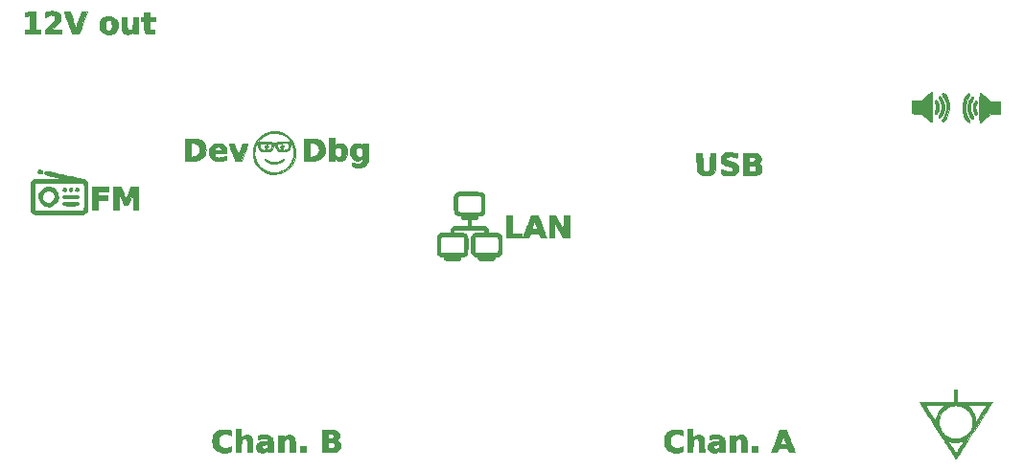
<source format=gbr>
%TF.GenerationSoftware,KiCad,Pcbnew,6.0.1-79c1e3a40b~116~ubuntu18.04.1*%
%TF.CreationDate,2022-01-19T05:38:23+01:00*%
%TF.ProjectId,ss_backpanel-mirrored_Al,73735f62-6163-46b7-9061-6e656c2d6d69,rev?*%
%TF.SameCoordinates,Original*%
%TF.FileFunction,Legend,Top*%
%TF.FilePolarity,Positive*%
%FSLAX46Y46*%
G04 Gerber Fmt 4.6, Leading zero omitted, Abs format (unit mm)*
G04 Created by KiCad (PCBNEW 6.0.1-79c1e3a40b~116~ubuntu18.04.1) date 2022-01-19 05:38:23*
%MOMM*%
%LPD*%
G01*
G04 APERTURE LIST*
%ADD10C,0.010000*%
G04 APERTURE END LIST*
D10*
%TO.C,G\u002A\u002A\u002A*%
X95242667Y-97474363D02*
X95387081Y-97524596D01*
X95387081Y-97524596D02*
X95509145Y-97616887D01*
X95509145Y-97616887D02*
X95585992Y-97723726D01*
X95585992Y-97723726D02*
X95607749Y-97768134D01*
X95607749Y-97768134D02*
X95624205Y-97814107D01*
X95624205Y-97814107D02*
X95636280Y-97870415D01*
X95636280Y-97870415D02*
X95644896Y-97945831D01*
X95644896Y-97945831D02*
X95650972Y-98049124D01*
X95650972Y-98049124D02*
X95655430Y-98189067D01*
X95655430Y-98189067D02*
X95659189Y-98374430D01*
X95659189Y-98374430D02*
X95660152Y-98430389D01*
X95660152Y-98430389D02*
X95670044Y-99016000D01*
X95670044Y-99016000D02*
X95188755Y-99016000D01*
X95188755Y-99016000D02*
X95179989Y-98477228D01*
X95179989Y-98477228D02*
X95176716Y-98290216D01*
X95176716Y-98290216D02*
X95173161Y-98151418D01*
X95173161Y-98151418D02*
X95168276Y-98052609D01*
X95168276Y-98052609D02*
X95161015Y-97985564D01*
X95161015Y-97985564D02*
X95150333Y-97942057D01*
X95150333Y-97942057D02*
X95135182Y-97913865D01*
X95135182Y-97913865D02*
X95114517Y-97892761D01*
X95114517Y-97892761D02*
X95104596Y-97884562D01*
X95104596Y-97884562D02*
X95006603Y-97837117D01*
X95006603Y-97837117D02*
X94902213Y-97838491D01*
X94902213Y-97838491D02*
X94803928Y-97884316D01*
X94803928Y-97884316D02*
X94724247Y-97970225D01*
X94724247Y-97970225D02*
X94694943Y-98027709D01*
X94694943Y-98027709D02*
X94675761Y-98090200D01*
X94675761Y-98090200D02*
X94662410Y-98172396D01*
X94662410Y-98172396D02*
X94654074Y-98284084D01*
X94654074Y-98284084D02*
X94649942Y-98435055D01*
X94649942Y-98435055D02*
X94649111Y-98579126D01*
X94649111Y-98579126D02*
X94649111Y-99016000D01*
X94649111Y-99016000D02*
X94169334Y-99016000D01*
X94169334Y-99016000D02*
X94169334Y-97520222D01*
X94169334Y-97520222D02*
X94649111Y-97520222D01*
X94649111Y-97520222D02*
X94649111Y-97689182D01*
X94649111Y-97689182D02*
X94775982Y-97592340D01*
X94775982Y-97592340D02*
X94927053Y-97506602D01*
X94927053Y-97506602D02*
X95085970Y-97467821D01*
X95085970Y-97467821D02*
X95242667Y-97474363D01*
X95242667Y-97474363D02*
X95242667Y-97474363D01*
G36*
X95242667Y-97474363D02*
G01*
X95387081Y-97524596D01*
X95509145Y-97616887D01*
X95585992Y-97723726D01*
X95607749Y-97768134D01*
X95624205Y-97814107D01*
X95636280Y-97870415D01*
X95644896Y-97945831D01*
X95650972Y-98049124D01*
X95655430Y-98189067D01*
X95659189Y-98374430D01*
X95660152Y-98430389D01*
X95670044Y-99016000D01*
X95188755Y-99016000D01*
X95179989Y-98477228D01*
X95176716Y-98290216D01*
X95173161Y-98151418D01*
X95168276Y-98052609D01*
X95161015Y-97985564D01*
X95150333Y-97942057D01*
X95135182Y-97913865D01*
X95114517Y-97892761D01*
X95104596Y-97884562D01*
X95006603Y-97837117D01*
X94902213Y-97838491D01*
X94803928Y-97884316D01*
X94724247Y-97970225D01*
X94694943Y-98027709D01*
X94675761Y-98090200D01*
X94662410Y-98172396D01*
X94654074Y-98284084D01*
X94649942Y-98435055D01*
X94649111Y-98579126D01*
X94649111Y-99016000D01*
X94169334Y-99016000D01*
X94169334Y-97520222D01*
X94649111Y-97520222D01*
X94649111Y-97689182D01*
X94775982Y-97592340D01*
X94927053Y-97506602D01*
X95085970Y-97467821D01*
X95242667Y-97474363D01*
G37*
X95242667Y-97474363D02*
X95387081Y-97524596D01*
X95509145Y-97616887D01*
X95585992Y-97723726D01*
X95607749Y-97768134D01*
X95624205Y-97814107D01*
X95636280Y-97870415D01*
X95644896Y-97945831D01*
X95650972Y-98049124D01*
X95655430Y-98189067D01*
X95659189Y-98374430D01*
X95660152Y-98430389D01*
X95670044Y-99016000D01*
X95188755Y-99016000D01*
X95179989Y-98477228D01*
X95176716Y-98290216D01*
X95173161Y-98151418D01*
X95168276Y-98052609D01*
X95161015Y-97985564D01*
X95150333Y-97942057D01*
X95135182Y-97913865D01*
X95114517Y-97892761D01*
X95104596Y-97884562D01*
X95006603Y-97837117D01*
X94902213Y-97838491D01*
X94803928Y-97884316D01*
X94724247Y-97970225D01*
X94694943Y-98027709D01*
X94675761Y-98090200D01*
X94662410Y-98172396D01*
X94654074Y-98284084D01*
X94649942Y-98435055D01*
X94649111Y-98579126D01*
X94649111Y-99016000D01*
X94169334Y-99016000D01*
X94169334Y-97520222D01*
X94649111Y-97520222D01*
X94649111Y-97689182D01*
X94775982Y-97592340D01*
X94927053Y-97506602D01*
X95085970Y-97467821D01*
X95242667Y-97474363D01*
X89648286Y-97009255D02*
X89800919Y-97036390D01*
X89800919Y-97036390D02*
X89865445Y-97056900D01*
X89865445Y-97056900D02*
X90006556Y-97112575D01*
X90006556Y-97112575D02*
X90014848Y-97316398D01*
X90014848Y-97316398D02*
X90017224Y-97415423D01*
X90017224Y-97415423D02*
X90015815Y-97487896D01*
X90015815Y-97487896D02*
X90010945Y-97519787D01*
X90010945Y-97519787D02*
X90010111Y-97520222D01*
X90010111Y-97520222D02*
X89979857Y-97508554D01*
X89979857Y-97508554D02*
X89915004Y-97478355D01*
X89915004Y-97478355D02*
X89850758Y-97446728D01*
X89850758Y-97446728D02*
X89659409Y-97375242D01*
X89659409Y-97375242D02*
X89473811Y-97352187D01*
X89473811Y-97352187D02*
X89301078Y-97375575D01*
X89301078Y-97375575D02*
X89148320Y-97443418D01*
X89148320Y-97443418D02*
X89022649Y-97553728D01*
X89022649Y-97553728D02*
X88931538Y-97703666D01*
X88931538Y-97703666D02*
X88898086Y-97828093D01*
X88898086Y-97828093D02*
X88884265Y-97981430D01*
X88884265Y-97981430D02*
X88890073Y-98139668D01*
X88890073Y-98139668D02*
X88915512Y-98278796D01*
X88915512Y-98278796D02*
X88931538Y-98324555D01*
X88931538Y-98324555D02*
X89022888Y-98473934D01*
X89022888Y-98473934D02*
X89148908Y-98583895D01*
X89148908Y-98583895D02*
X89301888Y-98652302D01*
X89301888Y-98652302D02*
X89474119Y-98677019D01*
X89474119Y-98677019D02*
X89657893Y-98655910D01*
X89657893Y-98655910D02*
X89845499Y-98586840D01*
X89845499Y-98586840D02*
X89857046Y-98580950D01*
X89857046Y-98580950D02*
X89936018Y-98541061D01*
X89936018Y-98541061D02*
X89992478Y-98514563D01*
X89992478Y-98514563D02*
X90010397Y-98508000D01*
X90010397Y-98508000D02*
X90015536Y-98533842D01*
X90015536Y-98533842D02*
X90017294Y-98602016D01*
X90017294Y-98602016D02*
X90015363Y-98698494D01*
X90015363Y-98698494D02*
X90014848Y-98711823D01*
X90014848Y-98711823D02*
X90006556Y-98915647D01*
X90006556Y-98915647D02*
X89865445Y-98969103D01*
X89865445Y-98969103D02*
X89738482Y-99002998D01*
X89738482Y-99002998D02*
X89578985Y-99025344D01*
X89578985Y-99025344D02*
X89407566Y-99035128D01*
X89407566Y-99035128D02*
X89244838Y-99031338D01*
X89244838Y-99031338D02*
X89111413Y-99012960D01*
X89111413Y-99012960D02*
X89089334Y-99007237D01*
X89089334Y-99007237D02*
X88857228Y-98916370D01*
X88857228Y-98916370D02*
X88669650Y-98790841D01*
X88669650Y-98790841D02*
X88526374Y-98630360D01*
X88526374Y-98630360D02*
X88427174Y-98434642D01*
X88427174Y-98434642D02*
X88371824Y-98203398D01*
X88371824Y-98203398D02*
X88360870Y-98081893D01*
X88360870Y-98081893D02*
X88370478Y-97821240D01*
X88370478Y-97821240D02*
X88425963Y-97592908D01*
X88425963Y-97592908D02*
X88526933Y-97397536D01*
X88526933Y-97397536D02*
X88672997Y-97235765D01*
X88672997Y-97235765D02*
X88863766Y-97108233D01*
X88863766Y-97108233D02*
X88990556Y-97051790D01*
X88990556Y-97051790D02*
X89122777Y-97018266D01*
X89122777Y-97018266D02*
X89289570Y-97000078D01*
X89289570Y-97000078D02*
X89471288Y-96997113D01*
X89471288Y-96997113D02*
X89648286Y-97009255D01*
X89648286Y-97009255D02*
X89648286Y-97009255D01*
G36*
X89648286Y-97009255D02*
G01*
X89800919Y-97036390D01*
X89865445Y-97056900D01*
X90006556Y-97112575D01*
X90014848Y-97316398D01*
X90017224Y-97415423D01*
X90015815Y-97487896D01*
X90010945Y-97519787D01*
X90010111Y-97520222D01*
X89979857Y-97508554D01*
X89915004Y-97478355D01*
X89850758Y-97446728D01*
X89659409Y-97375242D01*
X89473811Y-97352187D01*
X89301078Y-97375575D01*
X89148320Y-97443418D01*
X89022649Y-97553728D01*
X88931538Y-97703666D01*
X88898086Y-97828093D01*
X88884265Y-97981430D01*
X88890073Y-98139668D01*
X88915512Y-98278796D01*
X88931538Y-98324555D01*
X89022888Y-98473934D01*
X89148908Y-98583895D01*
X89301888Y-98652302D01*
X89474119Y-98677019D01*
X89657893Y-98655910D01*
X89845499Y-98586840D01*
X89857046Y-98580950D01*
X89936018Y-98541061D01*
X89992478Y-98514563D01*
X90010397Y-98508000D01*
X90015536Y-98533842D01*
X90017294Y-98602016D01*
X90015363Y-98698494D01*
X90014848Y-98711823D01*
X90006556Y-98915647D01*
X89865445Y-98969103D01*
X89738482Y-99002998D01*
X89578985Y-99025344D01*
X89407566Y-99035128D01*
X89244838Y-99031338D01*
X89111413Y-99012960D01*
X89089334Y-99007237D01*
X88857228Y-98916370D01*
X88669650Y-98790841D01*
X88526374Y-98630360D01*
X88427174Y-98434642D01*
X88371824Y-98203398D01*
X88360870Y-98081893D01*
X88370478Y-97821240D01*
X88425963Y-97592908D01*
X88526933Y-97397536D01*
X88672997Y-97235765D01*
X88863766Y-97108233D01*
X88990556Y-97051790D01*
X89122777Y-97018266D01*
X89289570Y-97000078D01*
X89471288Y-96997113D01*
X89648286Y-97009255D01*
G37*
X89648286Y-97009255D02*
X89800919Y-97036390D01*
X89865445Y-97056900D01*
X90006556Y-97112575D01*
X90014848Y-97316398D01*
X90017224Y-97415423D01*
X90015815Y-97487896D01*
X90010945Y-97519787D01*
X90010111Y-97520222D01*
X89979857Y-97508554D01*
X89915004Y-97478355D01*
X89850758Y-97446728D01*
X89659409Y-97375242D01*
X89473811Y-97352187D01*
X89301078Y-97375575D01*
X89148320Y-97443418D01*
X89022649Y-97553728D01*
X88931538Y-97703666D01*
X88898086Y-97828093D01*
X88884265Y-97981430D01*
X88890073Y-98139668D01*
X88915512Y-98278796D01*
X88931538Y-98324555D01*
X89022888Y-98473934D01*
X89148908Y-98583895D01*
X89301888Y-98652302D01*
X89474119Y-98677019D01*
X89657893Y-98655910D01*
X89845499Y-98586840D01*
X89857046Y-98580950D01*
X89936018Y-98541061D01*
X89992478Y-98514563D01*
X90010397Y-98508000D01*
X90015536Y-98533842D01*
X90017294Y-98602016D01*
X90015363Y-98698494D01*
X90014848Y-98711823D01*
X90006556Y-98915647D01*
X89865445Y-98969103D01*
X89738482Y-99002998D01*
X89578985Y-99025344D01*
X89407566Y-99035128D01*
X89244838Y-99031338D01*
X89111413Y-99012960D01*
X89089334Y-99007237D01*
X88857228Y-98916370D01*
X88669650Y-98790841D01*
X88526374Y-98630360D01*
X88427174Y-98434642D01*
X88371824Y-98203398D01*
X88360870Y-98081893D01*
X88370478Y-97821240D01*
X88425963Y-97592908D01*
X88526933Y-97397536D01*
X88672997Y-97235765D01*
X88863766Y-97108233D01*
X88990556Y-97051790D01*
X89122777Y-97018266D01*
X89289570Y-97000078D01*
X89471288Y-96997113D01*
X89648286Y-97009255D01*
X98621389Y-97045373D02*
X98817485Y-97049467D01*
X98817485Y-97049467D02*
X98966331Y-97054351D01*
X98966331Y-97054351D02*
X99077122Y-97060954D01*
X99077122Y-97060954D02*
X99159053Y-97070208D01*
X99159053Y-97070208D02*
X99221319Y-97083044D01*
X99221319Y-97083044D02*
X99273114Y-97100391D01*
X99273114Y-97100391D02*
X99305778Y-97114647D01*
X99305778Y-97114647D02*
X99441961Y-97195946D01*
X99441961Y-97195946D02*
X99530941Y-97294646D01*
X99530941Y-97294646D02*
X99581454Y-97420630D01*
X99581454Y-97420630D02*
X99583293Y-97428562D01*
X99583293Y-97428562D02*
X99594891Y-97571738D01*
X99594891Y-97571738D02*
X99569810Y-97709499D01*
X99569810Y-97709499D02*
X99513173Y-97826811D01*
X99513173Y-97826811D02*
X99430103Y-97908640D01*
X99430103Y-97908640D02*
X99417162Y-97916138D01*
X99417162Y-97916138D02*
X99383208Y-97938146D01*
X99383208Y-97938146D02*
X99385111Y-97959375D01*
X99385111Y-97959375D02*
X99427853Y-97993270D01*
X99427853Y-97993270D02*
X99451768Y-98009525D01*
X99451768Y-98009525D02*
X99567231Y-98108379D01*
X99567231Y-98108379D02*
X99637689Y-98224512D01*
X99637689Y-98224512D02*
X99669385Y-98370413D01*
X99669385Y-98370413D02*
X99672667Y-98451555D01*
X99672667Y-98451555D02*
X99656780Y-98615580D01*
X99656780Y-98615580D02*
X99604989Y-98744027D01*
X99604989Y-98744027D02*
X99511098Y-98849313D01*
X99511098Y-98849313D02*
X99452241Y-98893266D01*
X99452241Y-98893266D02*
X99377859Y-98934694D01*
X99377859Y-98934694D02*
X99288114Y-98966262D01*
X99288114Y-98966262D02*
X99175103Y-98989070D01*
X99175103Y-98989070D02*
X99030926Y-99004217D01*
X99030926Y-99004217D02*
X98847679Y-99012804D01*
X98847679Y-99012804D02*
X98617460Y-99015932D01*
X98617460Y-99015932D02*
X98570611Y-99016000D01*
X98570611Y-99016000D02*
X98064000Y-99016000D01*
X98064000Y-99016000D02*
X98064000Y-98141111D01*
X98064000Y-98141111D02*
X98572000Y-98141111D01*
X98572000Y-98141111D02*
X98572000Y-98677333D01*
X98572000Y-98677333D02*
X98770957Y-98677333D01*
X98770957Y-98677333D02*
X98901598Y-98670525D01*
X98901598Y-98670525D02*
X99006469Y-98651955D01*
X99006469Y-98651955D02*
X99049759Y-98636044D01*
X99049759Y-98636044D02*
X99111792Y-98593022D01*
X99111792Y-98593022D02*
X99147136Y-98549069D01*
X99147136Y-98549069D02*
X99161324Y-98474278D01*
X99161324Y-98474278D02*
X99163437Y-98377269D01*
X99163437Y-98377269D02*
X99153474Y-98290960D01*
X99153474Y-98290960D02*
X99147136Y-98269375D01*
X99147136Y-98269375D02*
X99093869Y-98207332D01*
X99093869Y-98207332D02*
X98992103Y-98164748D01*
X98992103Y-98164748D02*
X98846926Y-98143360D01*
X98846926Y-98143360D02*
X98770957Y-98141111D01*
X98770957Y-98141111D02*
X98572000Y-98141111D01*
X98572000Y-98141111D02*
X98064000Y-98141111D01*
X98064000Y-98141111D02*
X98064000Y-97379111D01*
X98064000Y-97379111D02*
X98572000Y-97379111D01*
X98572000Y-97379111D02*
X98572000Y-97802444D01*
X98572000Y-97802444D02*
X98766429Y-97802444D01*
X98766429Y-97802444D02*
X98889700Y-97797433D01*
X98889700Y-97797433D02*
X98971732Y-97780501D01*
X98971732Y-97780501D02*
X99023251Y-97751921D01*
X99023251Y-97751921D02*
X99070642Y-97689553D01*
X99070642Y-97689553D02*
X99085613Y-97596626D01*
X99085613Y-97596626D02*
X99085645Y-97590778D01*
X99085645Y-97590778D02*
X99072681Y-97495852D01*
X99072681Y-97495852D02*
X99029087Y-97432213D01*
X99029087Y-97432213D02*
X98947809Y-97395182D01*
X98947809Y-97395182D02*
X98821791Y-97380081D01*
X98821791Y-97380081D02*
X98766429Y-97379111D01*
X98766429Y-97379111D02*
X98572000Y-97379111D01*
X98572000Y-97379111D02*
X98064000Y-97379111D01*
X98064000Y-97379111D02*
X98064000Y-97035340D01*
X98064000Y-97035340D02*
X98621389Y-97045373D01*
X98621389Y-97045373D02*
X98621389Y-97045373D01*
G36*
X98621389Y-97045373D02*
G01*
X98817485Y-97049467D01*
X98966331Y-97054351D01*
X99077122Y-97060954D01*
X99159053Y-97070208D01*
X99221319Y-97083044D01*
X99273114Y-97100391D01*
X99305778Y-97114647D01*
X99441961Y-97195946D01*
X99530941Y-97294646D01*
X99581454Y-97420630D01*
X99583293Y-97428562D01*
X99594891Y-97571738D01*
X99569810Y-97709499D01*
X99513173Y-97826811D01*
X99430103Y-97908640D01*
X99417162Y-97916138D01*
X99383208Y-97938146D01*
X99385111Y-97959375D01*
X99427853Y-97993270D01*
X99451768Y-98009525D01*
X99567231Y-98108379D01*
X99637689Y-98224512D01*
X99669385Y-98370413D01*
X99672667Y-98451555D01*
X99656780Y-98615580D01*
X99604989Y-98744027D01*
X99511098Y-98849313D01*
X99452241Y-98893266D01*
X99377859Y-98934694D01*
X99288114Y-98966262D01*
X99175103Y-98989070D01*
X99030926Y-99004217D01*
X98847679Y-99012804D01*
X98617460Y-99015932D01*
X98570611Y-99016000D01*
X98064000Y-99016000D01*
X98064000Y-98677333D01*
X98572000Y-98677333D01*
X98770957Y-98677333D01*
X98901598Y-98670525D01*
X99006469Y-98651955D01*
X99049759Y-98636044D01*
X99111792Y-98593022D01*
X99147136Y-98549069D01*
X99161324Y-98474278D01*
X99163437Y-98377269D01*
X99153474Y-98290960D01*
X99147136Y-98269375D01*
X99093869Y-98207332D01*
X98992103Y-98164748D01*
X98846926Y-98143360D01*
X98770957Y-98141111D01*
X98572000Y-98141111D01*
X98572000Y-98677333D01*
X98064000Y-98677333D01*
X98064000Y-97802444D01*
X98572000Y-97802444D01*
X98766429Y-97802444D01*
X98889700Y-97797433D01*
X98971732Y-97780501D01*
X99023251Y-97751921D01*
X99070642Y-97689553D01*
X99085613Y-97596626D01*
X99085645Y-97590778D01*
X99072681Y-97495852D01*
X99029087Y-97432213D01*
X98947809Y-97395182D01*
X98821791Y-97380081D01*
X98766429Y-97379111D01*
X98572000Y-97379111D01*
X98572000Y-97802444D01*
X98064000Y-97802444D01*
X98064000Y-97035340D01*
X98621389Y-97045373D01*
G37*
X98621389Y-97045373D02*
X98817485Y-97049467D01*
X98966331Y-97054351D01*
X99077122Y-97060954D01*
X99159053Y-97070208D01*
X99221319Y-97083044D01*
X99273114Y-97100391D01*
X99305778Y-97114647D01*
X99441961Y-97195946D01*
X99530941Y-97294646D01*
X99581454Y-97420630D01*
X99583293Y-97428562D01*
X99594891Y-97571738D01*
X99569810Y-97709499D01*
X99513173Y-97826811D01*
X99430103Y-97908640D01*
X99417162Y-97916138D01*
X99383208Y-97938146D01*
X99385111Y-97959375D01*
X99427853Y-97993270D01*
X99451768Y-98009525D01*
X99567231Y-98108379D01*
X99637689Y-98224512D01*
X99669385Y-98370413D01*
X99672667Y-98451555D01*
X99656780Y-98615580D01*
X99604989Y-98744027D01*
X99511098Y-98849313D01*
X99452241Y-98893266D01*
X99377859Y-98934694D01*
X99288114Y-98966262D01*
X99175103Y-98989070D01*
X99030926Y-99004217D01*
X98847679Y-99012804D01*
X98617460Y-99015932D01*
X98570611Y-99016000D01*
X98064000Y-99016000D01*
X98064000Y-98677333D01*
X98572000Y-98677333D01*
X98770957Y-98677333D01*
X98901598Y-98670525D01*
X99006469Y-98651955D01*
X99049759Y-98636044D01*
X99111792Y-98593022D01*
X99147136Y-98549069D01*
X99161324Y-98474278D01*
X99163437Y-98377269D01*
X99153474Y-98290960D01*
X99147136Y-98269375D01*
X99093869Y-98207332D01*
X98992103Y-98164748D01*
X98846926Y-98143360D01*
X98770957Y-98141111D01*
X98572000Y-98141111D01*
X98572000Y-98677333D01*
X98064000Y-98677333D01*
X98064000Y-97802444D01*
X98572000Y-97802444D01*
X98766429Y-97802444D01*
X98889700Y-97797433D01*
X98971732Y-97780501D01*
X99023251Y-97751921D01*
X99070642Y-97689553D01*
X99085613Y-97596626D01*
X99085645Y-97590778D01*
X99072681Y-97495852D01*
X99029087Y-97432213D01*
X98947809Y-97395182D01*
X98821791Y-97380081D01*
X98766429Y-97379111D01*
X98572000Y-97379111D01*
X98572000Y-97802444D01*
X98064000Y-97802444D01*
X98064000Y-97035340D01*
X98621389Y-97045373D01*
X90895556Y-97689182D02*
X91022427Y-97592340D01*
X91022427Y-97592340D02*
X91173497Y-97506602D01*
X91173497Y-97506602D02*
X91332414Y-97467821D01*
X91332414Y-97467821D02*
X91489112Y-97474363D01*
X91489112Y-97474363D02*
X91633525Y-97524596D01*
X91633525Y-97524596D02*
X91755590Y-97616887D01*
X91755590Y-97616887D02*
X91832436Y-97723726D01*
X91832436Y-97723726D02*
X91854193Y-97768134D01*
X91854193Y-97768134D02*
X91870649Y-97814107D01*
X91870649Y-97814107D02*
X91882725Y-97870415D01*
X91882725Y-97870415D02*
X91891341Y-97945831D01*
X91891341Y-97945831D02*
X91897417Y-98049124D01*
X91897417Y-98049124D02*
X91901874Y-98189067D01*
X91901874Y-98189067D02*
X91905633Y-98374430D01*
X91905633Y-98374430D02*
X91906597Y-98430389D01*
X91906597Y-98430389D02*
X91916488Y-99016000D01*
X91916488Y-99016000D02*
X91435199Y-99016000D01*
X91435199Y-99016000D02*
X91426433Y-98477228D01*
X91426433Y-98477228D02*
X91423161Y-98290216D01*
X91423161Y-98290216D02*
X91419605Y-98151418D01*
X91419605Y-98151418D02*
X91414720Y-98052609D01*
X91414720Y-98052609D02*
X91407460Y-97985564D01*
X91407460Y-97985564D02*
X91396777Y-97942057D01*
X91396777Y-97942057D02*
X91381627Y-97913865D01*
X91381627Y-97913865D02*
X91360961Y-97892761D01*
X91360961Y-97892761D02*
X91351040Y-97884562D01*
X91351040Y-97884562D02*
X91253047Y-97837117D01*
X91253047Y-97837117D02*
X91148658Y-97838491D01*
X91148658Y-97838491D02*
X91050372Y-97884316D01*
X91050372Y-97884316D02*
X90970692Y-97970225D01*
X90970692Y-97970225D02*
X90941387Y-98027709D01*
X90941387Y-98027709D02*
X90922206Y-98090200D01*
X90922206Y-98090200D02*
X90908854Y-98172396D01*
X90908854Y-98172396D02*
X90900519Y-98284084D01*
X90900519Y-98284084D02*
X90896386Y-98435055D01*
X90896386Y-98435055D02*
X90895556Y-98579126D01*
X90895556Y-98579126D02*
X90895556Y-99016000D01*
X90895556Y-99016000D02*
X90415778Y-99016000D01*
X90415778Y-99016000D02*
X90415778Y-96955778D01*
X90415778Y-96955778D02*
X90895556Y-96955778D01*
X90895556Y-96955778D02*
X90895556Y-97689182D01*
X90895556Y-97689182D02*
X90895556Y-97689182D01*
G36*
X90895556Y-97689182D02*
G01*
X91022427Y-97592340D01*
X91173497Y-97506602D01*
X91332414Y-97467821D01*
X91489112Y-97474363D01*
X91633525Y-97524596D01*
X91755590Y-97616887D01*
X91832436Y-97723726D01*
X91854193Y-97768134D01*
X91870649Y-97814107D01*
X91882725Y-97870415D01*
X91891341Y-97945831D01*
X91897417Y-98049124D01*
X91901874Y-98189067D01*
X91905633Y-98374430D01*
X91906597Y-98430389D01*
X91916488Y-99016000D01*
X91435199Y-99016000D01*
X91426433Y-98477228D01*
X91423161Y-98290216D01*
X91419605Y-98151418D01*
X91414720Y-98052609D01*
X91407460Y-97985564D01*
X91396777Y-97942057D01*
X91381627Y-97913865D01*
X91360961Y-97892761D01*
X91351040Y-97884562D01*
X91253047Y-97837117D01*
X91148658Y-97838491D01*
X91050372Y-97884316D01*
X90970692Y-97970225D01*
X90941387Y-98027709D01*
X90922206Y-98090200D01*
X90908854Y-98172396D01*
X90900519Y-98284084D01*
X90896386Y-98435055D01*
X90895556Y-98579126D01*
X90895556Y-99016000D01*
X90415778Y-99016000D01*
X90415778Y-96955778D01*
X90895556Y-96955778D01*
X90895556Y-97689182D01*
G37*
X90895556Y-97689182D02*
X91022427Y-97592340D01*
X91173497Y-97506602D01*
X91332414Y-97467821D01*
X91489112Y-97474363D01*
X91633525Y-97524596D01*
X91755590Y-97616887D01*
X91832436Y-97723726D01*
X91854193Y-97768134D01*
X91870649Y-97814107D01*
X91882725Y-97870415D01*
X91891341Y-97945831D01*
X91897417Y-98049124D01*
X91901874Y-98189067D01*
X91905633Y-98374430D01*
X91906597Y-98430389D01*
X91916488Y-99016000D01*
X91435199Y-99016000D01*
X91426433Y-98477228D01*
X91423161Y-98290216D01*
X91419605Y-98151418D01*
X91414720Y-98052609D01*
X91407460Y-97985564D01*
X91396777Y-97942057D01*
X91381627Y-97913865D01*
X91360961Y-97892761D01*
X91351040Y-97884562D01*
X91253047Y-97837117D01*
X91148658Y-97838491D01*
X91050372Y-97884316D01*
X90970692Y-97970225D01*
X90941387Y-98027709D01*
X90922206Y-98090200D01*
X90908854Y-98172396D01*
X90900519Y-98284084D01*
X90896386Y-98435055D01*
X90895556Y-98579126D01*
X90895556Y-99016000D01*
X90415778Y-99016000D01*
X90415778Y-96955778D01*
X90895556Y-96955778D01*
X90895556Y-97689182D01*
X96624667Y-99016000D02*
X96144889Y-99016000D01*
X96144889Y-99016000D02*
X96144889Y-98508000D01*
X96144889Y-98508000D02*
X96624667Y-98508000D01*
X96624667Y-98508000D02*
X96624667Y-99016000D01*
X96624667Y-99016000D02*
X96624667Y-99016000D01*
G36*
X96624667Y-99016000D02*
G01*
X96144889Y-99016000D01*
X96144889Y-98508000D01*
X96624667Y-98508000D01*
X96624667Y-99016000D01*
G37*
X96624667Y-99016000D02*
X96144889Y-99016000D01*
X96144889Y-98508000D01*
X96624667Y-98508000D01*
X96624667Y-99016000D01*
X93131930Y-97483374D02*
X93290059Y-97501916D01*
X93290059Y-97501916D02*
X93411304Y-97537204D01*
X93411304Y-97537204D02*
X93505026Y-97592769D01*
X93505026Y-97592769D02*
X93580588Y-97672142D01*
X93580588Y-97672142D02*
X93626455Y-97741655D01*
X93626455Y-97741655D02*
X93652584Y-97787637D01*
X93652584Y-97787637D02*
X93672175Y-97830281D01*
X93672175Y-97830281D02*
X93686328Y-97878530D01*
X93686328Y-97878530D02*
X93696140Y-97941327D01*
X93696140Y-97941327D02*
X93702711Y-98027613D01*
X93702711Y-98027613D02*
X93707139Y-98146332D01*
X93707139Y-98146332D02*
X93710522Y-98306424D01*
X93710522Y-98306424D02*
X93712803Y-98444500D01*
X93712803Y-98444500D02*
X93721938Y-99016000D01*
X93721938Y-99016000D02*
X93238000Y-99016000D01*
X93238000Y-99016000D02*
X93238000Y-98807884D01*
X93238000Y-98807884D02*
X93160389Y-98882222D01*
X93160389Y-98882222D02*
X93020052Y-98979105D01*
X93020052Y-98979105D02*
X92853524Y-99032158D01*
X92853524Y-99032158D02*
X92673241Y-99038712D01*
X92673241Y-99038712D02*
X92545667Y-99014245D01*
X92545667Y-99014245D02*
X92441040Y-98960080D01*
X92441040Y-98960080D02*
X92342793Y-98869178D01*
X92342793Y-98869178D02*
X92268834Y-98760057D01*
X92268834Y-98760057D02*
X92246780Y-98705195D01*
X92246780Y-98705195D02*
X92227898Y-98569304D01*
X92227898Y-98569304D02*
X92234328Y-98512311D01*
X92234328Y-98512311D02*
X92707604Y-98512311D01*
X92707604Y-98512311D02*
X92715620Y-98599572D01*
X92715620Y-98599572D02*
X92778797Y-98677504D01*
X92778797Y-98677504D02*
X92779389Y-98677972D01*
X92779389Y-98677972D02*
X92880285Y-98724546D01*
X92880285Y-98724546D02*
X92992136Y-98722930D01*
X92992136Y-98722930D02*
X93100341Y-98675262D01*
X93100341Y-98675262D02*
X93160389Y-98622186D01*
X93160389Y-98622186D02*
X93223197Y-98522335D01*
X93223197Y-98522335D02*
X93238000Y-98433914D01*
X93238000Y-98433914D02*
X93238000Y-98332497D01*
X93238000Y-98332497D02*
X93023271Y-98343340D01*
X93023271Y-98343340D02*
X92908586Y-98351504D01*
X92908586Y-98351504D02*
X92835277Y-98364692D01*
X92835277Y-98364692D02*
X92788280Y-98387217D01*
X92788280Y-98387217D02*
X92755160Y-98420107D01*
X92755160Y-98420107D02*
X92707604Y-98512311D01*
X92707604Y-98512311D02*
X92234328Y-98512311D01*
X92234328Y-98512311D02*
X92243873Y-98427720D01*
X92243873Y-98427720D02*
X92290868Y-98303182D01*
X92290868Y-98303182D02*
X92322382Y-98257240D01*
X92322382Y-98257240D02*
X92404934Y-98182066D01*
X92404934Y-98182066D02*
X92513090Y-98127373D01*
X92513090Y-98127373D02*
X92655541Y-98090403D01*
X92655541Y-98090403D02*
X92840975Y-98068399D01*
X92840975Y-98068399D02*
X92934611Y-98062918D01*
X92934611Y-98062918D02*
X93068315Y-98056358D01*
X93068315Y-98056358D02*
X93155538Y-98049420D01*
X93155538Y-98049420D02*
X93206200Y-98039465D01*
X93206200Y-98039465D02*
X93230221Y-98023858D01*
X93230221Y-98023858D02*
X93237520Y-97999961D01*
X93237520Y-97999961D02*
X93238000Y-97982263D01*
X93238000Y-97982263D02*
X93211752Y-97898120D01*
X93211752Y-97898120D02*
X93140240Y-97830069D01*
X93140240Y-97830069D02*
X93034315Y-97788093D01*
X93034315Y-97788093D02*
X93024897Y-97786201D01*
X93024897Y-97786201D02*
X92904011Y-97777150D01*
X92904011Y-97777150D02*
X92754898Y-97785327D01*
X92754898Y-97785327D02*
X92602227Y-97808268D01*
X92602227Y-97808268D02*
X92478382Y-97840795D01*
X92478382Y-97840795D02*
X92363111Y-97880509D01*
X92363111Y-97880509D02*
X92363111Y-97522780D01*
X92363111Y-97522780D02*
X92468945Y-97500493D01*
X92468945Y-97500493D02*
X92538595Y-97491765D01*
X92538595Y-97491765D02*
X92649279Y-97484612D01*
X92649279Y-97484612D02*
X92785590Y-97479788D01*
X92785590Y-97479788D02*
X92927556Y-97478048D01*
X92927556Y-97478048D02*
X93131930Y-97483374D01*
X93131930Y-97483374D02*
X93131930Y-97483374D01*
G36*
X92290868Y-98303182D02*
G01*
X92322382Y-98257240D01*
X92404934Y-98182066D01*
X92513090Y-98127373D01*
X92655541Y-98090403D01*
X92840975Y-98068399D01*
X92934611Y-98062918D01*
X93068315Y-98056358D01*
X93155538Y-98049420D01*
X93206200Y-98039465D01*
X93230221Y-98023858D01*
X93237520Y-97999961D01*
X93238000Y-97982263D01*
X93211752Y-97898120D01*
X93140240Y-97830069D01*
X93034315Y-97788093D01*
X93024897Y-97786201D01*
X92904011Y-97777150D01*
X92754898Y-97785327D01*
X92602227Y-97808268D01*
X92478382Y-97840795D01*
X92363111Y-97880509D01*
X92363111Y-97522780D01*
X92468945Y-97500493D01*
X92538595Y-97491765D01*
X92649279Y-97484612D01*
X92785590Y-97479788D01*
X92927556Y-97478048D01*
X93131930Y-97483374D01*
X93290059Y-97501916D01*
X93411304Y-97537204D01*
X93505026Y-97592769D01*
X93580588Y-97672142D01*
X93626455Y-97741655D01*
X93652584Y-97787637D01*
X93672175Y-97830281D01*
X93686328Y-97878530D01*
X93696140Y-97941327D01*
X93702711Y-98027613D01*
X93707139Y-98146332D01*
X93710522Y-98306424D01*
X93712803Y-98444500D01*
X93721938Y-99016000D01*
X93238000Y-99016000D01*
X93238000Y-98807884D01*
X93160389Y-98882222D01*
X93020052Y-98979105D01*
X92853524Y-99032158D01*
X92673241Y-99038712D01*
X92545667Y-99014245D01*
X92441040Y-98960080D01*
X92342793Y-98869178D01*
X92268834Y-98760057D01*
X92246780Y-98705195D01*
X92227898Y-98569304D01*
X92234328Y-98512311D01*
X92707604Y-98512311D01*
X92715620Y-98599572D01*
X92778797Y-98677504D01*
X92779389Y-98677972D01*
X92880285Y-98724546D01*
X92992136Y-98722930D01*
X93100341Y-98675262D01*
X93160389Y-98622186D01*
X93223197Y-98522335D01*
X93238000Y-98433914D01*
X93238000Y-98332497D01*
X93023271Y-98343340D01*
X92908586Y-98351504D01*
X92835277Y-98364692D01*
X92788280Y-98387217D01*
X92755160Y-98420107D01*
X92707604Y-98512311D01*
X92234328Y-98512311D01*
X92243873Y-98427720D01*
X92290868Y-98303182D01*
G37*
X92290868Y-98303182D02*
X92322382Y-98257240D01*
X92404934Y-98182066D01*
X92513090Y-98127373D01*
X92655541Y-98090403D01*
X92840975Y-98068399D01*
X92934611Y-98062918D01*
X93068315Y-98056358D01*
X93155538Y-98049420D01*
X93206200Y-98039465D01*
X93230221Y-98023858D01*
X93237520Y-97999961D01*
X93238000Y-97982263D01*
X93211752Y-97898120D01*
X93140240Y-97830069D01*
X93034315Y-97788093D01*
X93024897Y-97786201D01*
X92904011Y-97777150D01*
X92754898Y-97785327D01*
X92602227Y-97808268D01*
X92478382Y-97840795D01*
X92363111Y-97880509D01*
X92363111Y-97522780D01*
X92468945Y-97500493D01*
X92538595Y-97491765D01*
X92649279Y-97484612D01*
X92785590Y-97479788D01*
X92927556Y-97478048D01*
X93131930Y-97483374D01*
X93290059Y-97501916D01*
X93411304Y-97537204D01*
X93505026Y-97592769D01*
X93580588Y-97672142D01*
X93626455Y-97741655D01*
X93652584Y-97787637D01*
X93672175Y-97830281D01*
X93686328Y-97878530D01*
X93696140Y-97941327D01*
X93702711Y-98027613D01*
X93707139Y-98146332D01*
X93710522Y-98306424D01*
X93712803Y-98444500D01*
X93721938Y-99016000D01*
X93238000Y-99016000D01*
X93238000Y-98807884D01*
X93160389Y-98882222D01*
X93020052Y-98979105D01*
X92853524Y-99032158D01*
X92673241Y-99038712D01*
X92545667Y-99014245D01*
X92441040Y-98960080D01*
X92342793Y-98869178D01*
X92268834Y-98760057D01*
X92246780Y-98705195D01*
X92227898Y-98569304D01*
X92234328Y-98512311D01*
X92707604Y-98512311D01*
X92715620Y-98599572D01*
X92778797Y-98677504D01*
X92779389Y-98677972D01*
X92880285Y-98724546D01*
X92992136Y-98722930D01*
X93100341Y-98675262D01*
X93160389Y-98622186D01*
X93223197Y-98522335D01*
X93238000Y-98433914D01*
X93238000Y-98332497D01*
X93023271Y-98343340D01*
X92908586Y-98351504D01*
X92835277Y-98364692D01*
X92788280Y-98387217D01*
X92755160Y-98420107D01*
X92707604Y-98512311D01*
X92234328Y-98512311D01*
X92243873Y-98427720D01*
X92290868Y-98303182D01*
X154135467Y-94569600D02*
X155676400Y-94569600D01*
X155676400Y-94569600D02*
X155901634Y-94569676D01*
X155901634Y-94569676D02*
X156116966Y-94569897D01*
X156116966Y-94569897D02*
X156320018Y-94570252D01*
X156320018Y-94570252D02*
X156508415Y-94570730D01*
X156508415Y-94570730D02*
X156679780Y-94571319D01*
X156679780Y-94571319D02*
X156831737Y-94572010D01*
X156831737Y-94572010D02*
X156961909Y-94572791D01*
X156961909Y-94572791D02*
X157067919Y-94573652D01*
X157067919Y-94573652D02*
X157147391Y-94574580D01*
X157147391Y-94574580D02*
X157197948Y-94575566D01*
X157197948Y-94575566D02*
X157217215Y-94576599D01*
X157217215Y-94576599D02*
X157217333Y-94576687D01*
X157217333Y-94576687D02*
X157208438Y-94591638D01*
X157208438Y-94591638D02*
X157182539Y-94633294D01*
X157182539Y-94633294D02*
X157140816Y-94699791D01*
X157140816Y-94699791D02*
X157084450Y-94789264D01*
X157084450Y-94789264D02*
X157014621Y-94899849D01*
X157014621Y-94899849D02*
X156932509Y-95029679D01*
X156932509Y-95029679D02*
X156839294Y-95176890D01*
X156839294Y-95176890D02*
X156736157Y-95339618D01*
X156736157Y-95339618D02*
X156624278Y-95515997D01*
X156624278Y-95515997D02*
X156504836Y-95704163D01*
X156504836Y-95704163D02*
X156379013Y-95902249D01*
X156379013Y-95902249D02*
X156250195Y-96104920D01*
X156250195Y-96104920D02*
X156102448Y-96337306D01*
X156102448Y-96337306D02*
X155948288Y-96579785D01*
X155948288Y-96579785D02*
X155790147Y-96828531D01*
X155790147Y-96828531D02*
X155630460Y-97079716D01*
X155630460Y-97079716D02*
X155471661Y-97329511D01*
X155471661Y-97329511D02*
X155316181Y-97574088D01*
X155316181Y-97574088D02*
X155166456Y-97809619D01*
X155166456Y-97809619D02*
X155024918Y-98032277D01*
X155024918Y-98032277D02*
X154894002Y-98238233D01*
X154894002Y-98238233D02*
X154776140Y-98423659D01*
X154776140Y-98423659D02*
X154673766Y-98584727D01*
X154673766Y-98584727D02*
X154664228Y-98599734D01*
X154664228Y-98599734D02*
X154559473Y-98764428D01*
X154559473Y-98764428D02*
X154459744Y-98920974D01*
X154459744Y-98920974D02*
X154366572Y-99066984D01*
X154366572Y-99066984D02*
X154281488Y-99200070D01*
X154281488Y-99200070D02*
X154206023Y-99317845D01*
X154206023Y-99317845D02*
X154141709Y-99417920D01*
X154141709Y-99417920D02*
X154090077Y-99497908D01*
X154090077Y-99497908D02*
X154052657Y-99555420D01*
X154052657Y-99555420D02*
X154030982Y-99588069D01*
X154030982Y-99588069D02*
X154026277Y-99594618D01*
X154026277Y-99594618D02*
X154018418Y-99592379D01*
X154018418Y-99592379D02*
X154002246Y-99575770D01*
X154002246Y-99575770D02*
X153976794Y-99543345D01*
X153976794Y-99543345D02*
X153941100Y-99493660D01*
X153941100Y-99493660D02*
X153894197Y-99425270D01*
X153894197Y-99425270D02*
X153835122Y-99336728D01*
X153835122Y-99336728D02*
X153762910Y-99226591D01*
X153762910Y-99226591D02*
X153676595Y-99093413D01*
X153676595Y-99093413D02*
X153575213Y-98935749D01*
X153575213Y-98935749D02*
X153457799Y-98752154D01*
X153457799Y-98752154D02*
X153331046Y-98553218D01*
X153331046Y-98553218D02*
X153220136Y-98379153D01*
X153220136Y-98379153D02*
X153113179Y-98211773D01*
X153113179Y-98211773D02*
X153011763Y-98053533D01*
X153011763Y-98053533D02*
X152972658Y-97992713D01*
X152972658Y-97992713D02*
X153315462Y-97992713D01*
X153315462Y-97992713D02*
X153322206Y-98008727D01*
X153322206Y-98008727D02*
X153345198Y-98048983D01*
X153345198Y-98048983D02*
X153382014Y-98109744D01*
X153382014Y-98109744D02*
X153430227Y-98187273D01*
X153430227Y-98187273D02*
X153487412Y-98277832D01*
X153487412Y-98277832D02*
X153551144Y-98377685D01*
X153551144Y-98377685D02*
X153618998Y-98483093D01*
X153618998Y-98483093D02*
X153688548Y-98590320D01*
X153688548Y-98590320D02*
X153757368Y-98695628D01*
X153757368Y-98695628D02*
X153823034Y-98795281D01*
X153823034Y-98795281D02*
X153883119Y-98885540D01*
X153883119Y-98885540D02*
X153935198Y-98962669D01*
X153935198Y-98962669D02*
X153976847Y-99022930D01*
X153976847Y-99022930D02*
X154005639Y-99062586D01*
X154005639Y-99062586D02*
X154019149Y-99077900D01*
X154019149Y-99077900D02*
X154019708Y-99077866D01*
X154019708Y-99077866D02*
X154031460Y-99061096D01*
X154031460Y-99061096D02*
X154059307Y-99018953D01*
X154059307Y-99018953D02*
X154101174Y-98954645D01*
X154101174Y-98954645D02*
X154154991Y-98871382D01*
X154154991Y-98871382D02*
X154218683Y-98772370D01*
X154218683Y-98772370D02*
X154290178Y-98660818D01*
X154290178Y-98660818D02*
X154367403Y-98539935D01*
X154367403Y-98539935D02*
X154378043Y-98523251D01*
X154378043Y-98523251D02*
X154455260Y-98401932D01*
X154455260Y-98401932D02*
X154526313Y-98289888D01*
X154526313Y-98289888D02*
X154589239Y-98190249D01*
X154589239Y-98190249D02*
X154642074Y-98106143D01*
X154642074Y-98106143D02*
X154682853Y-98040698D01*
X154682853Y-98040698D02*
X154709611Y-97997043D01*
X154709611Y-97997043D02*
X154720385Y-97978307D01*
X154720385Y-97978307D02*
X154720498Y-97977835D01*
X154720498Y-97977835D02*
X154704569Y-97981238D01*
X154704569Y-97981238D02*
X154666287Y-97994000D01*
X154666287Y-97994000D02*
X154627044Y-98008431D01*
X154627044Y-98008431D02*
X154474581Y-98059052D01*
X154474581Y-98059052D02*
X154324629Y-98092452D01*
X154324629Y-98092452D02*
X154165204Y-98110712D01*
X154165204Y-98110712D02*
X154008467Y-98115908D01*
X154008467Y-98115908D02*
X153838366Y-98111435D01*
X153838366Y-98111435D02*
X153689834Y-98095407D01*
X153689834Y-98095407D02*
X153552030Y-98066093D01*
X153552030Y-98066093D02*
X153414113Y-98021761D01*
X153414113Y-98021761D02*
X153410398Y-98020381D01*
X153410398Y-98020381D02*
X153360823Y-98003148D01*
X153360823Y-98003148D02*
X153326095Y-97993406D01*
X153326095Y-97993406D02*
X153315462Y-97992713D01*
X153315462Y-97992713D02*
X152972658Y-97992713D01*
X152972658Y-97992713D02*
X152917475Y-97906887D01*
X152917475Y-97906887D02*
X152831902Y-97774291D01*
X152831902Y-97774291D02*
X152756634Y-97658200D01*
X152756634Y-97658200D02*
X152693256Y-97561069D01*
X152693256Y-97561069D02*
X152643357Y-97485354D01*
X152643357Y-97485354D02*
X152608525Y-97433508D01*
X152608525Y-97433508D02*
X152591056Y-97408882D01*
X152591056Y-97408882D02*
X152552593Y-97354934D01*
X152552593Y-97354934D02*
X152506946Y-97283926D01*
X152506946Y-97283926D02*
X152462414Y-97208921D01*
X152462414Y-97208921D02*
X152451148Y-97188749D01*
X152451148Y-97188749D02*
X152430536Y-97153481D01*
X152430536Y-97153481D02*
X152393191Y-97092037D01*
X152393191Y-97092037D02*
X152340600Y-97006789D01*
X152340600Y-97006789D02*
X152274250Y-96900108D01*
X152274250Y-96900108D02*
X152195629Y-96774366D01*
X152195629Y-96774366D02*
X152106225Y-96631933D01*
X152106225Y-96631933D02*
X152007525Y-96475181D01*
X152007525Y-96475181D02*
X151926977Y-96347600D01*
X151926977Y-96347600D02*
X152518751Y-96347600D01*
X152518751Y-96347600D02*
X152521542Y-96490215D01*
X152521542Y-96490215D02*
X152531634Y-96609140D01*
X152531634Y-96609140D02*
X152551674Y-96713500D01*
X152551674Y-96713500D02*
X152584309Y-96812416D01*
X152584309Y-96812416D02*
X152632187Y-96915013D01*
X152632187Y-96915013D02*
X152697954Y-97030413D01*
X152697954Y-97030413D02*
X152733682Y-97088299D01*
X152733682Y-97088299D02*
X152787575Y-97171606D01*
X152787575Y-97171606D02*
X152841887Y-97251029D01*
X152841887Y-97251029D02*
X152891222Y-97318968D01*
X152891222Y-97318968D02*
X152930184Y-97367825D01*
X152930184Y-97367825D02*
X152939296Y-97377890D01*
X152939296Y-97377890D02*
X153097180Y-97519576D01*
X153097180Y-97519576D02*
X153276554Y-97637619D01*
X153276554Y-97637619D02*
X153472096Y-97729067D01*
X153472096Y-97729067D02*
X153678484Y-97790963D01*
X153678484Y-97790963D02*
X153686734Y-97792749D01*
X153686734Y-97792749D02*
X153797974Y-97809316D01*
X153797974Y-97809316D02*
X153928879Y-97817603D01*
X153928879Y-97817603D02*
X154066269Y-97817584D01*
X154066269Y-97817584D02*
X154196965Y-97809235D01*
X154196965Y-97809235D02*
X154301281Y-97793906D01*
X154301281Y-97793906D02*
X154515263Y-97733089D01*
X154515263Y-97733089D02*
X154715739Y-97642550D01*
X154715739Y-97642550D02*
X154899621Y-97524345D01*
X154899621Y-97524345D02*
X155063821Y-97380528D01*
X155063821Y-97380528D02*
X155205250Y-97213155D01*
X155205250Y-97213155D02*
X155232378Y-97174303D01*
X155232378Y-97174303D02*
X155293514Y-97080520D01*
X155293514Y-97080520D02*
X155339531Y-97000819D01*
X155339531Y-97000819D02*
X155376528Y-96922887D01*
X155376528Y-96922887D02*
X155410607Y-96834412D01*
X155410607Y-96834412D02*
X155432262Y-96770933D01*
X155432262Y-96770933D02*
X155450504Y-96713379D01*
X155450504Y-96713379D02*
X155463436Y-96663565D01*
X155463436Y-96663565D02*
X155471988Y-96613531D01*
X155471988Y-96613531D02*
X155477092Y-96555317D01*
X155477092Y-96555317D02*
X155479679Y-96480961D01*
X155479679Y-96480961D02*
X155480680Y-96382504D01*
X155480680Y-96382504D02*
X155480782Y-96356067D01*
X155480782Y-96356067D02*
X155480487Y-96246633D01*
X155480487Y-96246633D02*
X155478290Y-96163037D01*
X155478290Y-96163037D02*
X155473448Y-96097272D01*
X155473448Y-96097272D02*
X155465219Y-96041329D01*
X155465219Y-96041329D02*
X155452860Y-95987199D01*
X155452860Y-95987199D02*
X155443426Y-95953198D01*
X155443426Y-95953198D02*
X155366131Y-95744247D01*
X155366131Y-95744247D02*
X155262198Y-95553535D01*
X155262198Y-95553535D02*
X155134398Y-95382659D01*
X155134398Y-95382659D02*
X154985499Y-95233213D01*
X154985499Y-95233213D02*
X154818272Y-95106793D01*
X154818272Y-95106793D02*
X154635487Y-95004995D01*
X154635487Y-95004995D02*
X154439913Y-94929413D01*
X154439913Y-94929413D02*
X154234322Y-94881644D01*
X154234322Y-94881644D02*
X154021481Y-94863283D01*
X154021481Y-94863283D02*
X153804163Y-94875925D01*
X153804163Y-94875925D02*
X153630609Y-94909015D01*
X153630609Y-94909015D02*
X153557865Y-94931304D01*
X153557865Y-94931304D02*
X153469191Y-94964384D01*
X153469191Y-94964384D02*
X153378423Y-95002890D01*
X153378423Y-95002890D02*
X153331134Y-95025168D01*
X153331134Y-95025168D02*
X153137282Y-95138799D01*
X153137282Y-95138799D02*
X152966876Y-95276669D01*
X152966876Y-95276669D02*
X152820575Y-95437959D01*
X152820575Y-95437959D02*
X152699042Y-95621851D01*
X152699042Y-95621851D02*
X152602938Y-95827525D01*
X152602938Y-95827525D02*
X152548366Y-95994049D01*
X152548366Y-95994049D02*
X152534453Y-96057637D01*
X152534453Y-96057637D02*
X152525288Y-96133129D01*
X152525288Y-96133129D02*
X152520258Y-96227828D01*
X152520258Y-96227828D02*
X152518751Y-96347600D01*
X152518751Y-96347600D02*
X151926977Y-96347600D01*
X151926977Y-96347600D02*
X151901016Y-96306481D01*
X151901016Y-96306481D02*
X151788188Y-96128205D01*
X151788188Y-96128205D02*
X151670526Y-95942724D01*
X151670526Y-95942724D02*
X151588839Y-95814200D01*
X151588839Y-95814200D02*
X150974892Y-94849000D01*
X150974892Y-94849000D02*
X151310634Y-94849000D01*
X151310634Y-94849000D02*
X151770551Y-95573367D01*
X151770551Y-95573367D02*
X152230467Y-96297735D01*
X152230467Y-96297735D02*
X152251668Y-96140997D01*
X152251668Y-96140997D02*
X152265930Y-96051273D01*
X152265930Y-96051273D02*
X152284533Y-95955343D01*
X152284533Y-95955343D02*
X152303915Y-95871268D01*
X152303915Y-95871268D02*
X152307726Y-95856896D01*
X152307726Y-95856896D02*
X152384542Y-95638165D01*
X152384542Y-95638165D02*
X152491186Y-95429469D01*
X152491186Y-95429469D02*
X152624253Y-95235960D01*
X152624253Y-95235960D02*
X152780334Y-95062789D01*
X152780334Y-95062789D02*
X152905059Y-94953587D01*
X152905059Y-94953587D02*
X153037784Y-94849000D01*
X153037784Y-94849000D02*
X154966678Y-94849000D01*
X154966678Y-94849000D02*
X155095933Y-94950600D01*
X155095933Y-94950600D02*
X155264468Y-95104036D01*
X155264468Y-95104036D02*
X155412546Y-95281488D01*
X155412546Y-95281488D02*
X155537668Y-95478258D01*
X155537668Y-95478258D02*
X155637335Y-95689651D01*
X155637335Y-95689651D02*
X155709052Y-95910969D01*
X155709052Y-95910969D02*
X155750319Y-96137517D01*
X155750319Y-96137517D02*
X155755278Y-96190355D01*
X155755278Y-96190355D02*
X155760940Y-96253531D01*
X155760940Y-96253531D02*
X155766686Y-96300322D01*
X155766686Y-96300322D02*
X155771549Y-96323392D01*
X155771549Y-96323392D02*
X155772943Y-96324436D01*
X155772943Y-96324436D02*
X155783082Y-96309230D01*
X155783082Y-96309230D02*
X155809632Y-96268135D01*
X155809632Y-96268135D02*
X155850865Y-96203857D01*
X155850865Y-96203857D02*
X155905051Y-96119105D01*
X155905051Y-96119105D02*
X155970461Y-96016586D01*
X155970461Y-96016586D02*
X156045366Y-95899010D01*
X156045366Y-95899010D02*
X156128038Y-95769085D01*
X156128038Y-95769085D02*
X156216747Y-95629518D01*
X156216747Y-95629518D02*
X156244953Y-95585111D01*
X156244953Y-95585111D02*
X156334839Y-95443270D01*
X156334839Y-95443270D02*
X156418769Y-95310241D01*
X156418769Y-95310241D02*
X156495069Y-95188723D01*
X156495069Y-95188723D02*
X156562061Y-95081413D01*
X156562061Y-95081413D02*
X156618068Y-94991009D01*
X156618068Y-94991009D02*
X156661416Y-94920209D01*
X156661416Y-94920209D02*
X156690426Y-94871711D01*
X156690426Y-94871711D02*
X156703423Y-94848214D01*
X156703423Y-94848214D02*
X156703932Y-94846421D01*
X156703932Y-94846421D02*
X156686300Y-94845303D01*
X156686300Y-94845303D02*
X156638004Y-94844418D01*
X156638004Y-94844418D02*
X156562245Y-94843771D01*
X156562245Y-94843771D02*
X156462223Y-94843371D01*
X156462223Y-94843371D02*
X156341140Y-94843224D01*
X156341140Y-94843224D02*
X156202197Y-94843335D01*
X156202197Y-94843335D02*
X156048595Y-94843712D01*
X156048595Y-94843712D02*
X155883536Y-94844362D01*
X155883536Y-94844362D02*
X155832206Y-94844612D01*
X155832206Y-94844612D02*
X154966678Y-94849000D01*
X154966678Y-94849000D02*
X153037784Y-94849000D01*
X153037784Y-94849000D02*
X152604492Y-94844481D01*
X152604492Y-94844481D02*
X152452127Y-94843321D01*
X152452127Y-94843321D02*
X152279250Y-94842715D01*
X152279250Y-94842715D02*
X152098840Y-94842662D01*
X152098840Y-94842662D02*
X151923880Y-94843164D01*
X151923880Y-94843164D02*
X151767349Y-94844219D01*
X151767349Y-94844219D02*
X151740917Y-94844481D01*
X151740917Y-94844481D02*
X151310634Y-94849000D01*
X151310634Y-94849000D02*
X150974892Y-94849000D01*
X150974892Y-94849000D02*
X150802556Y-94578067D01*
X150802556Y-94578067D02*
X153864534Y-94569421D01*
X153864534Y-94569421D02*
X153864534Y-93519734D01*
X153864534Y-93519734D02*
X154135467Y-93519734D01*
X154135467Y-93519734D02*
X154135467Y-94569600D01*
X154135467Y-94569600D02*
X154135467Y-94569600D01*
G36*
X151788188Y-96128205D02*
G01*
X151670526Y-95942724D01*
X151588839Y-95814200D01*
X150974892Y-94849000D01*
X151310634Y-94849000D01*
X151770551Y-95573367D01*
X152230467Y-96297735D01*
X152251668Y-96140997D01*
X152265930Y-96051273D01*
X152284533Y-95955343D01*
X152303915Y-95871268D01*
X152307726Y-95856896D01*
X152384542Y-95638165D01*
X152491186Y-95429469D01*
X152624253Y-95235960D01*
X152780334Y-95062789D01*
X152905059Y-94953587D01*
X153037784Y-94849000D01*
X154966678Y-94849000D01*
X155095933Y-94950600D01*
X155264468Y-95104036D01*
X155412546Y-95281488D01*
X155537668Y-95478258D01*
X155637335Y-95689651D01*
X155709052Y-95910969D01*
X155750319Y-96137517D01*
X155755278Y-96190355D01*
X155760940Y-96253531D01*
X155766686Y-96300322D01*
X155771549Y-96323392D01*
X155772943Y-96324436D01*
X155783082Y-96309230D01*
X155809632Y-96268135D01*
X155850865Y-96203857D01*
X155905051Y-96119105D01*
X155970461Y-96016586D01*
X156045366Y-95899010D01*
X156128038Y-95769085D01*
X156216747Y-95629518D01*
X156244953Y-95585111D01*
X156334839Y-95443270D01*
X156418769Y-95310241D01*
X156495069Y-95188723D01*
X156562061Y-95081413D01*
X156618068Y-94991009D01*
X156661416Y-94920209D01*
X156690426Y-94871711D01*
X156703423Y-94848214D01*
X156703932Y-94846421D01*
X156686300Y-94845303D01*
X156638004Y-94844418D01*
X156562245Y-94843771D01*
X156462223Y-94843371D01*
X156341140Y-94843224D01*
X156202197Y-94843335D01*
X156048595Y-94843712D01*
X155883536Y-94844362D01*
X155832206Y-94844612D01*
X154966678Y-94849000D01*
X153037784Y-94849000D01*
X152604492Y-94844481D01*
X152452127Y-94843321D01*
X152279250Y-94842715D01*
X152098840Y-94842662D01*
X151923880Y-94843164D01*
X151767349Y-94844219D01*
X151740917Y-94844481D01*
X151310634Y-94849000D01*
X150974892Y-94849000D01*
X150802556Y-94578067D01*
X153864534Y-94569421D01*
X153864534Y-93519734D01*
X154135467Y-93519734D01*
X154135467Y-94569600D01*
X155676400Y-94569600D01*
X155901634Y-94569676D01*
X156116966Y-94569897D01*
X156320018Y-94570252D01*
X156508415Y-94570730D01*
X156679780Y-94571319D01*
X156831737Y-94572010D01*
X156961909Y-94572791D01*
X157067919Y-94573652D01*
X157147391Y-94574580D01*
X157197948Y-94575566D01*
X157217215Y-94576599D01*
X157217333Y-94576687D01*
X157208438Y-94591638D01*
X157182539Y-94633294D01*
X157140816Y-94699791D01*
X157084450Y-94789264D01*
X157014621Y-94899849D01*
X156932509Y-95029679D01*
X156839294Y-95176890D01*
X156736157Y-95339618D01*
X156624278Y-95515997D01*
X156504836Y-95704163D01*
X156379013Y-95902249D01*
X156250195Y-96104920D01*
X156102448Y-96337306D01*
X155948288Y-96579785D01*
X155790147Y-96828531D01*
X155630460Y-97079716D01*
X155471661Y-97329511D01*
X155316181Y-97574088D01*
X155166456Y-97809619D01*
X155024918Y-98032277D01*
X154894002Y-98238233D01*
X154776140Y-98423659D01*
X154673766Y-98584727D01*
X154664228Y-98599734D01*
X154559473Y-98764428D01*
X154459744Y-98920974D01*
X154366572Y-99066984D01*
X154281488Y-99200070D01*
X154206023Y-99317845D01*
X154141709Y-99417920D01*
X154090077Y-99497908D01*
X154052657Y-99555420D01*
X154030982Y-99588069D01*
X154026277Y-99594618D01*
X154018418Y-99592379D01*
X154002246Y-99575770D01*
X153976794Y-99543345D01*
X153941100Y-99493660D01*
X153894197Y-99425270D01*
X153835122Y-99336728D01*
X153762910Y-99226591D01*
X153676595Y-99093413D01*
X153575213Y-98935749D01*
X153457799Y-98752154D01*
X153331046Y-98553218D01*
X153220136Y-98379153D01*
X153113179Y-98211773D01*
X153011763Y-98053533D01*
X152972658Y-97992713D01*
X153315462Y-97992713D01*
X153322206Y-98008727D01*
X153345198Y-98048983D01*
X153382014Y-98109744D01*
X153430227Y-98187273D01*
X153487412Y-98277832D01*
X153551144Y-98377685D01*
X153618998Y-98483093D01*
X153688548Y-98590320D01*
X153757368Y-98695628D01*
X153823034Y-98795281D01*
X153883119Y-98885540D01*
X153935198Y-98962669D01*
X153976847Y-99022930D01*
X154005639Y-99062586D01*
X154019149Y-99077900D01*
X154019708Y-99077866D01*
X154031460Y-99061096D01*
X154059307Y-99018953D01*
X154101174Y-98954645D01*
X154154991Y-98871382D01*
X154218683Y-98772370D01*
X154290178Y-98660818D01*
X154367403Y-98539935D01*
X154378043Y-98523251D01*
X154455260Y-98401932D01*
X154526313Y-98289888D01*
X154589239Y-98190249D01*
X154642074Y-98106143D01*
X154682853Y-98040698D01*
X154709611Y-97997043D01*
X154720385Y-97978307D01*
X154720498Y-97977835D01*
X154704569Y-97981238D01*
X154666287Y-97994000D01*
X154627044Y-98008431D01*
X154474581Y-98059052D01*
X154324629Y-98092452D01*
X154165204Y-98110712D01*
X154008467Y-98115908D01*
X153838366Y-98111435D01*
X153689834Y-98095407D01*
X153552030Y-98066093D01*
X153414113Y-98021761D01*
X153410398Y-98020381D01*
X153360823Y-98003148D01*
X153326095Y-97993406D01*
X153315462Y-97992713D01*
X152972658Y-97992713D01*
X152917475Y-97906887D01*
X152831902Y-97774291D01*
X152756634Y-97658200D01*
X152693256Y-97561069D01*
X152643357Y-97485354D01*
X152608525Y-97433508D01*
X152591056Y-97408882D01*
X152552593Y-97354934D01*
X152506946Y-97283926D01*
X152462414Y-97208921D01*
X152451148Y-97188749D01*
X152430536Y-97153481D01*
X152393191Y-97092037D01*
X152340600Y-97006789D01*
X152274250Y-96900108D01*
X152195629Y-96774366D01*
X152106225Y-96631933D01*
X152007525Y-96475181D01*
X151926977Y-96347600D01*
X152518751Y-96347600D01*
X152521542Y-96490215D01*
X152531634Y-96609140D01*
X152551674Y-96713500D01*
X152584309Y-96812416D01*
X152632187Y-96915013D01*
X152697954Y-97030413D01*
X152733682Y-97088299D01*
X152787575Y-97171606D01*
X152841887Y-97251029D01*
X152891222Y-97318968D01*
X152930184Y-97367825D01*
X152939296Y-97377890D01*
X153097180Y-97519576D01*
X153276554Y-97637619D01*
X153472096Y-97729067D01*
X153678484Y-97790963D01*
X153686734Y-97792749D01*
X153797974Y-97809316D01*
X153928879Y-97817603D01*
X154066269Y-97817584D01*
X154196965Y-97809235D01*
X154301281Y-97793906D01*
X154515263Y-97733089D01*
X154715739Y-97642550D01*
X154899621Y-97524345D01*
X155063821Y-97380528D01*
X155205250Y-97213155D01*
X155232378Y-97174303D01*
X155293514Y-97080520D01*
X155339531Y-97000819D01*
X155376528Y-96922887D01*
X155410607Y-96834412D01*
X155432262Y-96770933D01*
X155450504Y-96713379D01*
X155463436Y-96663565D01*
X155471988Y-96613531D01*
X155477092Y-96555317D01*
X155479679Y-96480961D01*
X155480680Y-96382504D01*
X155480782Y-96356067D01*
X155480487Y-96246633D01*
X155478290Y-96163037D01*
X155473448Y-96097272D01*
X155465219Y-96041329D01*
X155452860Y-95987199D01*
X155443426Y-95953198D01*
X155366131Y-95744247D01*
X155262198Y-95553535D01*
X155134398Y-95382659D01*
X154985499Y-95233213D01*
X154818272Y-95106793D01*
X154635487Y-95004995D01*
X154439913Y-94929413D01*
X154234322Y-94881644D01*
X154021481Y-94863283D01*
X153804163Y-94875925D01*
X153630609Y-94909015D01*
X153557865Y-94931304D01*
X153469191Y-94964384D01*
X153378423Y-95002890D01*
X153331134Y-95025168D01*
X153137282Y-95138799D01*
X152966876Y-95276669D01*
X152820575Y-95437959D01*
X152699042Y-95621851D01*
X152602938Y-95827525D01*
X152548366Y-95994049D01*
X152534453Y-96057637D01*
X152525288Y-96133129D01*
X152520258Y-96227828D01*
X152518751Y-96347600D01*
X151926977Y-96347600D01*
X151901016Y-96306481D01*
X151788188Y-96128205D01*
G37*
X151788188Y-96128205D02*
X151670526Y-95942724D01*
X151588839Y-95814200D01*
X150974892Y-94849000D01*
X151310634Y-94849000D01*
X151770551Y-95573367D01*
X152230467Y-96297735D01*
X152251668Y-96140997D01*
X152265930Y-96051273D01*
X152284533Y-95955343D01*
X152303915Y-95871268D01*
X152307726Y-95856896D01*
X152384542Y-95638165D01*
X152491186Y-95429469D01*
X152624253Y-95235960D01*
X152780334Y-95062789D01*
X152905059Y-94953587D01*
X153037784Y-94849000D01*
X154966678Y-94849000D01*
X155095933Y-94950600D01*
X155264468Y-95104036D01*
X155412546Y-95281488D01*
X155537668Y-95478258D01*
X155637335Y-95689651D01*
X155709052Y-95910969D01*
X155750319Y-96137517D01*
X155755278Y-96190355D01*
X155760940Y-96253531D01*
X155766686Y-96300322D01*
X155771549Y-96323392D01*
X155772943Y-96324436D01*
X155783082Y-96309230D01*
X155809632Y-96268135D01*
X155850865Y-96203857D01*
X155905051Y-96119105D01*
X155970461Y-96016586D01*
X156045366Y-95899010D01*
X156128038Y-95769085D01*
X156216747Y-95629518D01*
X156244953Y-95585111D01*
X156334839Y-95443270D01*
X156418769Y-95310241D01*
X156495069Y-95188723D01*
X156562061Y-95081413D01*
X156618068Y-94991009D01*
X156661416Y-94920209D01*
X156690426Y-94871711D01*
X156703423Y-94848214D01*
X156703932Y-94846421D01*
X156686300Y-94845303D01*
X156638004Y-94844418D01*
X156562245Y-94843771D01*
X156462223Y-94843371D01*
X156341140Y-94843224D01*
X156202197Y-94843335D01*
X156048595Y-94843712D01*
X155883536Y-94844362D01*
X155832206Y-94844612D01*
X154966678Y-94849000D01*
X153037784Y-94849000D01*
X152604492Y-94844481D01*
X152452127Y-94843321D01*
X152279250Y-94842715D01*
X152098840Y-94842662D01*
X151923880Y-94843164D01*
X151767349Y-94844219D01*
X151740917Y-94844481D01*
X151310634Y-94849000D01*
X150974892Y-94849000D01*
X150802556Y-94578067D01*
X153864534Y-94569421D01*
X153864534Y-93519734D01*
X154135467Y-93519734D01*
X154135467Y-94569600D01*
X155676400Y-94569600D01*
X155901634Y-94569676D01*
X156116966Y-94569897D01*
X156320018Y-94570252D01*
X156508415Y-94570730D01*
X156679780Y-94571319D01*
X156831737Y-94572010D01*
X156961909Y-94572791D01*
X157067919Y-94573652D01*
X157147391Y-94574580D01*
X157197948Y-94575566D01*
X157217215Y-94576599D01*
X157217333Y-94576687D01*
X157208438Y-94591638D01*
X157182539Y-94633294D01*
X157140816Y-94699791D01*
X157084450Y-94789264D01*
X157014621Y-94899849D01*
X156932509Y-95029679D01*
X156839294Y-95176890D01*
X156736157Y-95339618D01*
X156624278Y-95515997D01*
X156504836Y-95704163D01*
X156379013Y-95902249D01*
X156250195Y-96104920D01*
X156102448Y-96337306D01*
X155948288Y-96579785D01*
X155790147Y-96828531D01*
X155630460Y-97079716D01*
X155471661Y-97329511D01*
X155316181Y-97574088D01*
X155166456Y-97809619D01*
X155024918Y-98032277D01*
X154894002Y-98238233D01*
X154776140Y-98423659D01*
X154673766Y-98584727D01*
X154664228Y-98599734D01*
X154559473Y-98764428D01*
X154459744Y-98920974D01*
X154366572Y-99066984D01*
X154281488Y-99200070D01*
X154206023Y-99317845D01*
X154141709Y-99417920D01*
X154090077Y-99497908D01*
X154052657Y-99555420D01*
X154030982Y-99588069D01*
X154026277Y-99594618D01*
X154018418Y-99592379D01*
X154002246Y-99575770D01*
X153976794Y-99543345D01*
X153941100Y-99493660D01*
X153894197Y-99425270D01*
X153835122Y-99336728D01*
X153762910Y-99226591D01*
X153676595Y-99093413D01*
X153575213Y-98935749D01*
X153457799Y-98752154D01*
X153331046Y-98553218D01*
X153220136Y-98379153D01*
X153113179Y-98211773D01*
X153011763Y-98053533D01*
X152972658Y-97992713D01*
X153315462Y-97992713D01*
X153322206Y-98008727D01*
X153345198Y-98048983D01*
X153382014Y-98109744D01*
X153430227Y-98187273D01*
X153487412Y-98277832D01*
X153551144Y-98377685D01*
X153618998Y-98483093D01*
X153688548Y-98590320D01*
X153757368Y-98695628D01*
X153823034Y-98795281D01*
X153883119Y-98885540D01*
X153935198Y-98962669D01*
X153976847Y-99022930D01*
X154005639Y-99062586D01*
X154019149Y-99077900D01*
X154019708Y-99077866D01*
X154031460Y-99061096D01*
X154059307Y-99018953D01*
X154101174Y-98954645D01*
X154154991Y-98871382D01*
X154218683Y-98772370D01*
X154290178Y-98660818D01*
X154367403Y-98539935D01*
X154378043Y-98523251D01*
X154455260Y-98401932D01*
X154526313Y-98289888D01*
X154589239Y-98190249D01*
X154642074Y-98106143D01*
X154682853Y-98040698D01*
X154709611Y-97997043D01*
X154720385Y-97978307D01*
X154720498Y-97977835D01*
X154704569Y-97981238D01*
X154666287Y-97994000D01*
X154627044Y-98008431D01*
X154474581Y-98059052D01*
X154324629Y-98092452D01*
X154165204Y-98110712D01*
X154008467Y-98115908D01*
X153838366Y-98111435D01*
X153689834Y-98095407D01*
X153552030Y-98066093D01*
X153414113Y-98021761D01*
X153410398Y-98020381D01*
X153360823Y-98003148D01*
X153326095Y-97993406D01*
X153315462Y-97992713D01*
X152972658Y-97992713D01*
X152917475Y-97906887D01*
X152831902Y-97774291D01*
X152756634Y-97658200D01*
X152693256Y-97561069D01*
X152643357Y-97485354D01*
X152608525Y-97433508D01*
X152591056Y-97408882D01*
X152552593Y-97354934D01*
X152506946Y-97283926D01*
X152462414Y-97208921D01*
X152451148Y-97188749D01*
X152430536Y-97153481D01*
X152393191Y-97092037D01*
X152340600Y-97006789D01*
X152274250Y-96900108D01*
X152195629Y-96774366D01*
X152106225Y-96631933D01*
X152007525Y-96475181D01*
X151926977Y-96347600D01*
X152518751Y-96347600D01*
X152521542Y-96490215D01*
X152531634Y-96609140D01*
X152551674Y-96713500D01*
X152584309Y-96812416D01*
X152632187Y-96915013D01*
X152697954Y-97030413D01*
X152733682Y-97088299D01*
X152787575Y-97171606D01*
X152841887Y-97251029D01*
X152891222Y-97318968D01*
X152930184Y-97367825D01*
X152939296Y-97377890D01*
X153097180Y-97519576D01*
X153276554Y-97637619D01*
X153472096Y-97729067D01*
X153678484Y-97790963D01*
X153686734Y-97792749D01*
X153797974Y-97809316D01*
X153928879Y-97817603D01*
X154066269Y-97817584D01*
X154196965Y-97809235D01*
X154301281Y-97793906D01*
X154515263Y-97733089D01*
X154715739Y-97642550D01*
X154899621Y-97524345D01*
X155063821Y-97380528D01*
X155205250Y-97213155D01*
X155232378Y-97174303D01*
X155293514Y-97080520D01*
X155339531Y-97000819D01*
X155376528Y-96922887D01*
X155410607Y-96834412D01*
X155432262Y-96770933D01*
X155450504Y-96713379D01*
X155463436Y-96663565D01*
X155471988Y-96613531D01*
X155477092Y-96555317D01*
X155479679Y-96480961D01*
X155480680Y-96382504D01*
X155480782Y-96356067D01*
X155480487Y-96246633D01*
X155478290Y-96163037D01*
X155473448Y-96097272D01*
X155465219Y-96041329D01*
X155452860Y-95987199D01*
X155443426Y-95953198D01*
X155366131Y-95744247D01*
X155262198Y-95553535D01*
X155134398Y-95382659D01*
X154985499Y-95233213D01*
X154818272Y-95106793D01*
X154635487Y-95004995D01*
X154439913Y-94929413D01*
X154234322Y-94881644D01*
X154021481Y-94863283D01*
X153804163Y-94875925D01*
X153630609Y-94909015D01*
X153557865Y-94931304D01*
X153469191Y-94964384D01*
X153378423Y-95002890D01*
X153331134Y-95025168D01*
X153137282Y-95138799D01*
X152966876Y-95276669D01*
X152820575Y-95437959D01*
X152699042Y-95621851D01*
X152602938Y-95827525D01*
X152548366Y-95994049D01*
X152534453Y-96057637D01*
X152525288Y-96133129D01*
X152520258Y-96227828D01*
X152518751Y-96347600D01*
X151926977Y-96347600D01*
X151901016Y-96306481D01*
X151788188Y-96128205D01*
X99164667Y-71917894D02*
X99242278Y-71843555D01*
X99242278Y-71843555D02*
X99384092Y-71743848D01*
X99384092Y-71743848D02*
X99543314Y-71692169D01*
X99543314Y-71692169D02*
X99708822Y-71687844D01*
X99708822Y-71687844D02*
X99869495Y-71730196D01*
X99869495Y-71730196D02*
X100014212Y-71818552D01*
X100014212Y-71818552D02*
X100090154Y-71895053D01*
X100090154Y-71895053D02*
X100184880Y-72042989D01*
X100184880Y-72042989D02*
X100242014Y-72215664D01*
X100242014Y-72215664D02*
X100264666Y-72423319D01*
X100264666Y-72423319D02*
X100265334Y-72471778D01*
X100265334Y-72471778D02*
X100249453Y-72687983D01*
X100249453Y-72687983D02*
X100199736Y-72867080D01*
X100199736Y-72867080D02*
X100113073Y-73019311D01*
X100113073Y-73019311D02*
X100090154Y-73048504D01*
X100090154Y-73048504D02*
X99962497Y-73162348D01*
X99962497Y-73162348D02*
X99808894Y-73234116D01*
X99808894Y-73234116D02*
X99642591Y-73260485D01*
X99642591Y-73260485D02*
X99476834Y-73238130D01*
X99476834Y-73238130D02*
X99418667Y-73217006D01*
X99418667Y-73217006D02*
X99327256Y-73165730D01*
X99327256Y-73165730D02*
X99243828Y-73101414D01*
X99243828Y-73101414D02*
X99242278Y-73099941D01*
X99242278Y-73099941D02*
X99164667Y-73025662D01*
X99164667Y-73025662D02*
X99164667Y-73233778D01*
X99164667Y-73233778D02*
X98684889Y-73233778D01*
X98684889Y-73233778D02*
X98684889Y-72520048D01*
X98684889Y-72520048D02*
X99165501Y-72520048D01*
X99165501Y-72520048D02*
X99181249Y-72655578D01*
X99181249Y-72655578D02*
X99215460Y-72754000D01*
X99215460Y-72754000D02*
X99299508Y-72859670D01*
X99299508Y-72859670D02*
X99406005Y-72913982D01*
X99406005Y-72913982D02*
X99531137Y-72915540D01*
X99531137Y-72915540D02*
X99601560Y-72895321D01*
X99601560Y-72895321D02*
X99680819Y-72837183D01*
X99680819Y-72837183D02*
X99736826Y-72740332D01*
X99736826Y-72740332D02*
X99769904Y-72617324D01*
X99769904Y-72617324D02*
X99780380Y-72480715D01*
X99780380Y-72480715D02*
X99768577Y-72343060D01*
X99768577Y-72343060D02*
X99734821Y-72216917D01*
X99734821Y-72216917D02*
X99679437Y-72114842D01*
X99679437Y-72114842D02*
X99602748Y-72049390D01*
X99602748Y-72049390D02*
X99579430Y-72039943D01*
X99579430Y-72039943D02*
X99453233Y-72025028D01*
X99453233Y-72025028D02*
X99337495Y-72058747D01*
X99337495Y-72058747D02*
X99246725Y-72136726D01*
X99246725Y-72136726D02*
X99243445Y-72141227D01*
X99243445Y-72141227D02*
X99197552Y-72242023D01*
X99197552Y-72242023D02*
X99171253Y-72375247D01*
X99171253Y-72375247D02*
X99165501Y-72520048D01*
X99165501Y-72520048D02*
X98684889Y-72520048D01*
X98684889Y-72520048D02*
X98684889Y-71173556D01*
X98684889Y-71173556D02*
X99164667Y-71173556D01*
X99164667Y-71173556D02*
X99164667Y-71917894D01*
X99164667Y-71917894D02*
X99164667Y-71917894D01*
G36*
X99164667Y-71173556D02*
G01*
X99164667Y-71917894D01*
X99242278Y-71843555D01*
X99384092Y-71743848D01*
X99543314Y-71692169D01*
X99708822Y-71687844D01*
X99869495Y-71730196D01*
X100014212Y-71818552D01*
X100090154Y-71895053D01*
X100184880Y-72042989D01*
X100242014Y-72215664D01*
X100264666Y-72423319D01*
X100265334Y-72471778D01*
X100249453Y-72687983D01*
X100199736Y-72867080D01*
X100113073Y-73019311D01*
X100090154Y-73048504D01*
X99962497Y-73162348D01*
X99808894Y-73234116D01*
X99642591Y-73260485D01*
X99476834Y-73238130D01*
X99418667Y-73217006D01*
X99327256Y-73165730D01*
X99243828Y-73101414D01*
X99242278Y-73099941D01*
X99164667Y-73025662D01*
X99164667Y-73233778D01*
X98684889Y-73233778D01*
X98684889Y-72520048D01*
X99165501Y-72520048D01*
X99181249Y-72655578D01*
X99215460Y-72754000D01*
X99299508Y-72859670D01*
X99406005Y-72913982D01*
X99531137Y-72915540D01*
X99601560Y-72895321D01*
X99680819Y-72837183D01*
X99736826Y-72740332D01*
X99769904Y-72617324D01*
X99780380Y-72480715D01*
X99768577Y-72343060D01*
X99734821Y-72216917D01*
X99679437Y-72114842D01*
X99602748Y-72049390D01*
X99579430Y-72039943D01*
X99453233Y-72025028D01*
X99337495Y-72058747D01*
X99246725Y-72136726D01*
X99243445Y-72141227D01*
X99197552Y-72242023D01*
X99171253Y-72375247D01*
X99165501Y-72520048D01*
X98684889Y-72520048D01*
X98684889Y-71173556D01*
X99164667Y-71173556D01*
G37*
X99164667Y-71173556D02*
X99164667Y-71917894D01*
X99242278Y-71843555D01*
X99384092Y-71743848D01*
X99543314Y-71692169D01*
X99708822Y-71687844D01*
X99869495Y-71730196D01*
X100014212Y-71818552D01*
X100090154Y-71895053D01*
X100184880Y-72042989D01*
X100242014Y-72215664D01*
X100264666Y-72423319D01*
X100265334Y-72471778D01*
X100249453Y-72687983D01*
X100199736Y-72867080D01*
X100113073Y-73019311D01*
X100090154Y-73048504D01*
X99962497Y-73162348D01*
X99808894Y-73234116D01*
X99642591Y-73260485D01*
X99476834Y-73238130D01*
X99418667Y-73217006D01*
X99327256Y-73165730D01*
X99243828Y-73101414D01*
X99242278Y-73099941D01*
X99164667Y-73025662D01*
X99164667Y-73233778D01*
X98684889Y-73233778D01*
X98684889Y-72520048D01*
X99165501Y-72520048D01*
X99181249Y-72655578D01*
X99215460Y-72754000D01*
X99299508Y-72859670D01*
X99406005Y-72913982D01*
X99531137Y-72915540D01*
X99601560Y-72895321D01*
X99680819Y-72837183D01*
X99736826Y-72740332D01*
X99769904Y-72617324D01*
X99780380Y-72480715D01*
X99768577Y-72343060D01*
X99734821Y-72216917D01*
X99679437Y-72114842D01*
X99602748Y-72049390D01*
X99579430Y-72039943D01*
X99453233Y-72025028D01*
X99337495Y-72058747D01*
X99246725Y-72136726D01*
X99243445Y-72141227D01*
X99197552Y-72242023D01*
X99171253Y-72375247D01*
X99165501Y-72520048D01*
X98684889Y-72520048D01*
X98684889Y-71173556D01*
X99164667Y-71173556D01*
X101371112Y-71725015D02*
X101528629Y-71814107D01*
X101528629Y-71814107D02*
X101540661Y-71823555D01*
X101540661Y-71823555D02*
X101648223Y-71909994D01*
X101648223Y-71909994D02*
X101648223Y-71738000D01*
X101648223Y-71738000D02*
X102132039Y-71738000D01*
X102132039Y-71738000D02*
X102122357Y-72507056D01*
X102122357Y-72507056D02*
X102119012Y-72741491D01*
X102119012Y-72741491D02*
X102115225Y-72926704D01*
X102115225Y-72926704D02*
X102110497Y-73069917D01*
X102110497Y-73069917D02*
X102104324Y-73178352D01*
X102104324Y-73178352D02*
X102096208Y-73259232D01*
X102096208Y-73259232D02*
X102085645Y-73319778D01*
X102085645Y-73319778D02*
X102072136Y-73367214D01*
X102072136Y-73367214D02*
X102060644Y-73396517D01*
X102060644Y-73396517D02*
X101987066Y-73515004D01*
X101987066Y-73515004D02*
X101878344Y-73629127D01*
X101878344Y-73629127D02*
X101753679Y-73721262D01*
X101753679Y-73721262D02*
X101657437Y-73766620D01*
X101657437Y-73766620D02*
X101575558Y-73784350D01*
X101575558Y-73784350D02*
X101455866Y-73799314D01*
X101455866Y-73799314D02*
X101316970Y-73810371D01*
X101316970Y-73810371D02*
X101177478Y-73816383D01*
X101177478Y-73816383D02*
X101055999Y-73816209D01*
X101055999Y-73816209D02*
X100971140Y-73808711D01*
X100971140Y-73808711D02*
X100970889Y-73808663D01*
X100970889Y-73808663D02*
X100892312Y-73790124D01*
X100892312Y-73790124D02*
X100808611Y-73766239D01*
X100808611Y-73766239D02*
X100758742Y-73748081D01*
X100758742Y-73748081D02*
X100731308Y-73723346D01*
X100731308Y-73723346D02*
X100719607Y-73676919D01*
X100719607Y-73676919D02*
X100716933Y-73593682D01*
X100716933Y-73593682D02*
X100716889Y-73559426D01*
X100716889Y-73559426D02*
X100716889Y-73381450D01*
X100716889Y-73381450D02*
X100891886Y-73452135D01*
X100891886Y-73452135D02*
X101010385Y-73493923D01*
X101010385Y-73493923D02*
X101111376Y-73511543D01*
X101111376Y-73511543D02*
X101225659Y-73510015D01*
X101225659Y-73510015D02*
X101240143Y-73508911D01*
X101240143Y-73508911D02*
X101346376Y-73493588D01*
X101346376Y-73493588D02*
X101439825Y-73468540D01*
X101439825Y-73468540D02*
X101486086Y-73447380D01*
X101486086Y-73447380D02*
X101552614Y-73377735D01*
X101552614Y-73377735D02*
X101607930Y-73273595D01*
X101607930Y-73273595D02*
X101642061Y-73156897D01*
X101642061Y-73156897D02*
X101648223Y-73090766D01*
X101648223Y-73090766D02*
X101648223Y-73005341D01*
X101648223Y-73005341D02*
X101540661Y-73091779D01*
X101540661Y-73091779D02*
X101382060Y-73187897D01*
X101382060Y-73187897D02*
X101217801Y-73231080D01*
X101217801Y-73231080D02*
X101055042Y-73223362D01*
X101055042Y-73223362D02*
X100900943Y-73166779D01*
X100900943Y-73166779D02*
X100762663Y-73063365D01*
X100762663Y-73063365D02*
X100647361Y-72915154D01*
X100647361Y-72915154D02*
X100600417Y-72824556D01*
X100600417Y-72824556D02*
X100546719Y-72645017D01*
X100546719Y-72645017D02*
X100534301Y-72472273D01*
X100534301Y-72472273D02*
X101027334Y-72472273D01*
X101027334Y-72472273D02*
X101044831Y-72640962D01*
X101044831Y-72640962D02*
X101096057Y-72769027D01*
X101096057Y-72769027D02*
X101179114Y-72853840D01*
X101179114Y-72853840D02*
X101292102Y-72892770D01*
X101292102Y-72892770D02*
X101332769Y-72895112D01*
X101332769Y-72895112D02*
X101418002Y-72878731D01*
X101418002Y-72878731D02*
X101499509Y-72822822D01*
X101499509Y-72822822D02*
X101520486Y-72802715D01*
X101520486Y-72802715D02*
X101595692Y-72696342D01*
X101595692Y-72696342D02*
X101636542Y-72570904D01*
X101636542Y-72570904D02*
X101645622Y-72437185D01*
X101645622Y-72437185D02*
X101625519Y-72305966D01*
X101625519Y-72305966D02*
X101578819Y-72188031D01*
X101578819Y-72188031D02*
X101508110Y-72094161D01*
X101508110Y-72094161D02*
X101415977Y-72035139D01*
X101415977Y-72035139D02*
X101332769Y-72020223D01*
X101332769Y-72020223D02*
X101212281Y-72044463D01*
X101212281Y-72044463D02*
X101120881Y-72116008D01*
X101120881Y-72116008D02*
X101059762Y-72233094D01*
X101059762Y-72233094D02*
X101030115Y-72393955D01*
X101030115Y-72393955D02*
X101027334Y-72472273D01*
X101027334Y-72472273D02*
X100534301Y-72472273D01*
X100534301Y-72472273D02*
X100532597Y-72448581D01*
X100532597Y-72448581D02*
X100555863Y-72250266D01*
X100555863Y-72250266D02*
X100614334Y-72065090D01*
X100614334Y-72065090D02*
X100705822Y-71908069D01*
X100705822Y-71908069D02*
X100739569Y-71868497D01*
X100739569Y-71868497D02*
X100878152Y-71758744D01*
X100878152Y-71758744D02*
X101036111Y-71697881D01*
X101036111Y-71697881D02*
X101203685Y-71686456D01*
X101203685Y-71686456D02*
X101371112Y-71725015D01*
X101371112Y-71725015D02*
X101371112Y-71725015D01*
G36*
X100555863Y-72250266D02*
G01*
X100614334Y-72065090D01*
X100705822Y-71908069D01*
X100739569Y-71868497D01*
X100878152Y-71758744D01*
X101036111Y-71697881D01*
X101203685Y-71686456D01*
X101371112Y-71725015D01*
X101528629Y-71814107D01*
X101540661Y-71823555D01*
X101648223Y-71909994D01*
X101648223Y-71738000D01*
X102132039Y-71738000D01*
X102122357Y-72507056D01*
X102119012Y-72741491D01*
X102115225Y-72926704D01*
X102110497Y-73069917D01*
X102104324Y-73178352D01*
X102096208Y-73259232D01*
X102085645Y-73319778D01*
X102072136Y-73367214D01*
X102060644Y-73396517D01*
X101987066Y-73515004D01*
X101878344Y-73629127D01*
X101753679Y-73721262D01*
X101657437Y-73766620D01*
X101575558Y-73784350D01*
X101455866Y-73799314D01*
X101316970Y-73810371D01*
X101177478Y-73816383D01*
X101055999Y-73816209D01*
X100971140Y-73808711D01*
X100970889Y-73808663D01*
X100892312Y-73790124D01*
X100808611Y-73766239D01*
X100758742Y-73748081D01*
X100731308Y-73723346D01*
X100719607Y-73676919D01*
X100716933Y-73593682D01*
X100716889Y-73559426D01*
X100716889Y-73381450D01*
X100891886Y-73452135D01*
X101010385Y-73493923D01*
X101111376Y-73511543D01*
X101225659Y-73510015D01*
X101240143Y-73508911D01*
X101346376Y-73493588D01*
X101439825Y-73468540D01*
X101486086Y-73447380D01*
X101552614Y-73377735D01*
X101607930Y-73273595D01*
X101642061Y-73156897D01*
X101648223Y-73090766D01*
X101648223Y-73005341D01*
X101540661Y-73091779D01*
X101382060Y-73187897D01*
X101217801Y-73231080D01*
X101055042Y-73223362D01*
X100900943Y-73166779D01*
X100762663Y-73063365D01*
X100647361Y-72915154D01*
X100600417Y-72824556D01*
X100546719Y-72645017D01*
X100534301Y-72472273D01*
X101027334Y-72472273D01*
X101044831Y-72640962D01*
X101096057Y-72769027D01*
X101179114Y-72853840D01*
X101292102Y-72892770D01*
X101332769Y-72895112D01*
X101418002Y-72878731D01*
X101499509Y-72822822D01*
X101520486Y-72802715D01*
X101595692Y-72696342D01*
X101636542Y-72570904D01*
X101645622Y-72437185D01*
X101625519Y-72305966D01*
X101578819Y-72188031D01*
X101508110Y-72094161D01*
X101415977Y-72035139D01*
X101332769Y-72020223D01*
X101212281Y-72044463D01*
X101120881Y-72116008D01*
X101059762Y-72233094D01*
X101030115Y-72393955D01*
X101027334Y-72472273D01*
X100534301Y-72472273D01*
X100532597Y-72448581D01*
X100555863Y-72250266D01*
G37*
X100555863Y-72250266D02*
X100614334Y-72065090D01*
X100705822Y-71908069D01*
X100739569Y-71868497D01*
X100878152Y-71758744D01*
X101036111Y-71697881D01*
X101203685Y-71686456D01*
X101371112Y-71725015D01*
X101528629Y-71814107D01*
X101540661Y-71823555D01*
X101648223Y-71909994D01*
X101648223Y-71738000D01*
X102132039Y-71738000D01*
X102122357Y-72507056D01*
X102119012Y-72741491D01*
X102115225Y-72926704D01*
X102110497Y-73069917D01*
X102104324Y-73178352D01*
X102096208Y-73259232D01*
X102085645Y-73319778D01*
X102072136Y-73367214D01*
X102060644Y-73396517D01*
X101987066Y-73515004D01*
X101878344Y-73629127D01*
X101753679Y-73721262D01*
X101657437Y-73766620D01*
X101575558Y-73784350D01*
X101455866Y-73799314D01*
X101316970Y-73810371D01*
X101177478Y-73816383D01*
X101055999Y-73816209D01*
X100971140Y-73808711D01*
X100970889Y-73808663D01*
X100892312Y-73790124D01*
X100808611Y-73766239D01*
X100758742Y-73748081D01*
X100731308Y-73723346D01*
X100719607Y-73676919D01*
X100716933Y-73593682D01*
X100716889Y-73559426D01*
X100716889Y-73381450D01*
X100891886Y-73452135D01*
X101010385Y-73493923D01*
X101111376Y-73511543D01*
X101225659Y-73510015D01*
X101240143Y-73508911D01*
X101346376Y-73493588D01*
X101439825Y-73468540D01*
X101486086Y-73447380D01*
X101552614Y-73377735D01*
X101607930Y-73273595D01*
X101642061Y-73156897D01*
X101648223Y-73090766D01*
X101648223Y-73005341D01*
X101540661Y-73091779D01*
X101382060Y-73187897D01*
X101217801Y-73231080D01*
X101055042Y-73223362D01*
X100900943Y-73166779D01*
X100762663Y-73063365D01*
X100647361Y-72915154D01*
X100600417Y-72824556D01*
X100546719Y-72645017D01*
X100534301Y-72472273D01*
X101027334Y-72472273D01*
X101044831Y-72640962D01*
X101096057Y-72769027D01*
X101179114Y-72853840D01*
X101292102Y-72892770D01*
X101332769Y-72895112D01*
X101418002Y-72878731D01*
X101499509Y-72822822D01*
X101520486Y-72802715D01*
X101595692Y-72696342D01*
X101636542Y-72570904D01*
X101645622Y-72437185D01*
X101625519Y-72305966D01*
X101578819Y-72188031D01*
X101508110Y-72094161D01*
X101415977Y-72035139D01*
X101332769Y-72020223D01*
X101212281Y-72044463D01*
X101120881Y-72116008D01*
X101059762Y-72233094D01*
X101030115Y-72393955D01*
X101027334Y-72472273D01*
X100534301Y-72472273D01*
X100532597Y-72448581D01*
X100555863Y-72250266D01*
X94138942Y-70640315D02*
X94435802Y-70718886D01*
X94435802Y-70718886D02*
X94718325Y-70843732D01*
X94718325Y-70843732D02*
X94978984Y-71011664D01*
X94978984Y-71011664D02*
X95210251Y-71219495D01*
X95210251Y-71219495D02*
X95369333Y-71412749D01*
X95369333Y-71412749D02*
X95532939Y-71687666D01*
X95532939Y-71687666D02*
X95645131Y-71976622D01*
X95645131Y-71976622D02*
X95707341Y-72273831D01*
X95707341Y-72273831D02*
X95721005Y-72573511D01*
X95721005Y-72573511D02*
X95687555Y-72869876D01*
X95687555Y-72869876D02*
X95608427Y-73157142D01*
X95608427Y-73157142D02*
X95485055Y-73429525D01*
X95485055Y-73429525D02*
X95318871Y-73681241D01*
X95318871Y-73681241D02*
X95111311Y-73906504D01*
X95111311Y-73906504D02*
X94863808Y-74099530D01*
X94863808Y-74099530D02*
X94676350Y-74207943D01*
X94676350Y-74207943D02*
X94435912Y-74305220D01*
X94435912Y-74305220D02*
X94167192Y-74372279D01*
X94167192Y-74372279D02*
X93889859Y-74406011D01*
X93889859Y-74406011D02*
X93623588Y-74403308D01*
X93623588Y-74403308D02*
X93520223Y-74390631D01*
X93520223Y-74390631D02*
X93211792Y-74312943D01*
X93211792Y-74312943D02*
X92924112Y-74185369D01*
X92924112Y-74185369D02*
X92662142Y-74012210D01*
X92662142Y-74012210D02*
X92430836Y-73797771D01*
X92430836Y-73797771D02*
X92235152Y-73546353D01*
X92235152Y-73546353D02*
X92080046Y-73262259D01*
X92080046Y-73262259D02*
X92008738Y-73078556D01*
X92008738Y-73078556D02*
X91974553Y-72967672D01*
X91974553Y-72967672D02*
X91952321Y-72868724D01*
X91952321Y-72868724D02*
X91939562Y-72763339D01*
X91939562Y-72763339D02*
X91933798Y-72633142D01*
X91933798Y-72633142D02*
X91932588Y-72514112D01*
X91932588Y-72514112D02*
X91932741Y-72496684D01*
X91932741Y-72496684D02*
X92084415Y-72496684D01*
X92084415Y-72496684D02*
X92088664Y-72694871D01*
X92088664Y-72694871D02*
X92108586Y-72868970D01*
X92108586Y-72868970D02*
X92120620Y-72925478D01*
X92120620Y-72925478D02*
X92221838Y-73217137D01*
X92221838Y-73217137D02*
X92370137Y-73483663D01*
X92370137Y-73483663D02*
X92560245Y-73719696D01*
X92560245Y-73719696D02*
X92786891Y-73919876D01*
X92786891Y-73919876D02*
X93044803Y-74078839D01*
X93044803Y-74078839D02*
X93328709Y-74191227D01*
X93328709Y-74191227D02*
X93379111Y-74205298D01*
X93379111Y-74205298D02*
X93517859Y-74229986D01*
X93517859Y-74229986D02*
X93690974Y-74243729D01*
X93690974Y-74243729D02*
X93878074Y-74246468D01*
X93878074Y-74246468D02*
X94058772Y-74238147D01*
X94058772Y-74238147D02*
X94212684Y-74218706D01*
X94212684Y-74218706D02*
X94262166Y-74207808D01*
X94262166Y-74207808D02*
X94532441Y-74110469D01*
X94532441Y-74110469D02*
X94783187Y-73967713D01*
X94783187Y-73967713D02*
X95007858Y-73786315D01*
X95007858Y-73786315D02*
X95199910Y-73573047D01*
X95199910Y-73573047D02*
X95352797Y-73334686D01*
X95352797Y-73334686D02*
X95459975Y-73078003D01*
X95459975Y-73078003D02*
X95497491Y-72929291D01*
X95497491Y-72929291D02*
X95516887Y-72767355D01*
X95516887Y-72767355D02*
X95521564Y-72575225D01*
X95521564Y-72575225D02*
X95512657Y-72371989D01*
X95512657Y-72371989D02*
X95491305Y-72176737D01*
X95491305Y-72176737D02*
X95458645Y-72008557D01*
X95458645Y-72008557D02*
X95438622Y-71941137D01*
X95438622Y-71941137D02*
X95394804Y-71835054D01*
X95394804Y-71835054D02*
X95353785Y-71780270D01*
X95353785Y-71780270D02*
X95313993Y-71777764D01*
X95313993Y-71777764D02*
X95273857Y-71828513D01*
X95273857Y-71828513D02*
X95231806Y-71933493D01*
X95231806Y-71933493D02*
X95186269Y-72093682D01*
X95186269Y-72093682D02*
X95184937Y-72098939D01*
X95184937Y-72098939D02*
X95146612Y-72198172D01*
X95146612Y-72198172D02*
X95090760Y-72289661D01*
X95090760Y-72289661D02*
X95078115Y-72304873D01*
X95078115Y-72304873D02*
X95025680Y-72353543D01*
X95025680Y-72353543D02*
X94963395Y-72385257D01*
X94963395Y-72385257D02*
X94873030Y-72407595D01*
X94873030Y-72407595D02*
X94804334Y-72418691D01*
X94804334Y-72418691D02*
X94630009Y-72433725D01*
X94630009Y-72433725D02*
X94453766Y-72430698D01*
X94453766Y-72430698D02*
X94293426Y-72410987D01*
X94293426Y-72410987D02*
X94166808Y-72375967D01*
X94166808Y-72375967D02*
X94148922Y-72368119D01*
X94148922Y-72368119D02*
X94090362Y-72329635D01*
X94090362Y-72329635D02*
X94038298Y-72267401D01*
X94038298Y-72267401D02*
X93982897Y-72168589D01*
X93982897Y-72168589D02*
X93960689Y-72122541D01*
X93960689Y-72122541D02*
X93913113Y-72019560D01*
X93913113Y-72019560D02*
X93873748Y-71931202D01*
X93873748Y-71931202D02*
X93850027Y-71874209D01*
X93850027Y-71874209D02*
X93848096Y-71868877D01*
X93848096Y-71868877D02*
X93833602Y-71851012D01*
X93833602Y-71851012D02*
X94038069Y-71851012D01*
X94038069Y-71851012D02*
X94042010Y-71904335D01*
X94042010Y-71904335D02*
X94085191Y-72011304D01*
X94085191Y-72011304D02*
X94155453Y-72116383D01*
X94155453Y-72116383D02*
X94237681Y-72199636D01*
X94237681Y-72199636D02*
X94291082Y-72232906D01*
X94291082Y-72232906D02*
X94380333Y-72256090D01*
X94380333Y-72256090D02*
X94505362Y-72269280D01*
X94505362Y-72269280D02*
X94646389Y-72272442D01*
X94646389Y-72272442D02*
X94783631Y-72265540D01*
X94783631Y-72265540D02*
X94897310Y-72248540D01*
X94897310Y-72248540D02*
X94944615Y-72234055D01*
X94944615Y-72234055D02*
X95005740Y-72200185D01*
X95005740Y-72200185D02*
X95045949Y-72150052D01*
X95045949Y-72150052D02*
X95078741Y-72065500D01*
X95078741Y-72065500D02*
X95084819Y-72045488D01*
X95084819Y-72045488D02*
X95115641Y-71931127D01*
X95115641Y-71931127D02*
X95125784Y-71853345D01*
X95125784Y-71853345D02*
X95114736Y-71795999D01*
X95114736Y-71795999D02*
X95081984Y-71742949D01*
X95081984Y-71742949D02*
X95074930Y-71734071D01*
X95074930Y-71734071D02*
X95048889Y-71705729D01*
X95048889Y-71705729D02*
X95017989Y-71686914D01*
X95017989Y-71686914D02*
X94971135Y-71675786D01*
X94971135Y-71675786D02*
X94897231Y-71670504D01*
X94897231Y-71670504D02*
X94785183Y-71669226D01*
X94785183Y-71669226D02*
X94686874Y-71669669D01*
X94686874Y-71669669D02*
X94455159Y-71677810D01*
X94455159Y-71677810D02*
X94276443Y-71699279D01*
X94276443Y-71699279D02*
X94148705Y-71734812D01*
X94148705Y-71734812D02*
X94069921Y-71785144D01*
X94069921Y-71785144D02*
X94038069Y-71851012D01*
X94038069Y-71851012D02*
X93833602Y-71851012D01*
X93833602Y-71851012D02*
X93821517Y-71836117D01*
X93821517Y-71836117D02*
X93785577Y-71853647D01*
X93785577Y-71853647D02*
X93744632Y-71917004D01*
X93744632Y-71917004D02*
X93705143Y-72015339D01*
X93705143Y-72015339D02*
X93632842Y-72188180D01*
X93632842Y-72188180D02*
X93548799Y-72307007D01*
X93548799Y-72307007D02*
X93456105Y-72371582D01*
X93456105Y-72371582D02*
X93317700Y-72409979D01*
X93317700Y-72409979D02*
X93144094Y-72429897D01*
X93144094Y-72429897D02*
X92953856Y-72430029D01*
X92953856Y-72430029D02*
X92814667Y-72416809D01*
X92814667Y-72416809D02*
X92683556Y-72391122D01*
X92683556Y-72391122D02*
X92587208Y-72349998D01*
X92587208Y-72349998D02*
X92515589Y-72283641D01*
X92515589Y-72283641D02*
X92458665Y-72182256D01*
X92458665Y-72182256D02*
X92406402Y-72036048D01*
X92406402Y-72036048D02*
X92398659Y-72010690D01*
X92398659Y-72010690D02*
X92379676Y-71956140D01*
X92379676Y-71956140D02*
X92537878Y-71956140D01*
X92537878Y-71956140D02*
X92569821Y-72083886D01*
X92569821Y-72083886D02*
X92575698Y-72098740D01*
X92575698Y-72098740D02*
X92610563Y-72173233D01*
X92610563Y-72173233D02*
X92649933Y-72223506D01*
X92649933Y-72223506D02*
X92704816Y-72253806D01*
X92704816Y-72253806D02*
X92786220Y-72268376D01*
X92786220Y-72268376D02*
X92905152Y-72271463D01*
X92905152Y-72271463D02*
X93017310Y-72269045D01*
X93017310Y-72269045D02*
X93159320Y-72263175D01*
X93159320Y-72263175D02*
X93257756Y-72254000D01*
X93257756Y-72254000D02*
X93325482Y-72239221D01*
X93325482Y-72239221D02*
X93375358Y-72216543D01*
X93375358Y-72216543D02*
X93398310Y-72201014D01*
X93398310Y-72201014D02*
X93475303Y-72125518D01*
X93475303Y-72125518D02*
X93541558Y-72028778D01*
X93541558Y-72028778D02*
X93586061Y-71930097D01*
X93586061Y-71930097D02*
X93598042Y-71850889D01*
X93598042Y-71850889D02*
X93576797Y-71796499D01*
X93576797Y-71796499D02*
X93522363Y-71755312D01*
X93522363Y-71755312D02*
X93429727Y-71726060D01*
X93429727Y-71726060D02*
X93293872Y-71707475D01*
X93293872Y-71707475D02*
X93109783Y-71698288D01*
X93109783Y-71698288D02*
X92988819Y-71696789D01*
X92988819Y-71696789D02*
X92834828Y-71697034D01*
X92834828Y-71697034D02*
X92727400Y-71699696D01*
X92727400Y-71699696D02*
X92656666Y-71706045D01*
X92656666Y-71706045D02*
X92612755Y-71717355D01*
X92612755Y-71717355D02*
X92585798Y-71734897D01*
X92585798Y-71734897D02*
X92572541Y-71750450D01*
X92572541Y-71750450D02*
X92538732Y-71839173D01*
X92538732Y-71839173D02*
X92537878Y-71956140D01*
X92537878Y-71956140D02*
X92379676Y-71956140D01*
X92379676Y-71956140D02*
X92358912Y-71896475D01*
X92358912Y-71896475D02*
X92320137Y-71816808D01*
X92320137Y-71816808D02*
X92288786Y-71782792D01*
X92288786Y-71782792D02*
X92256166Y-71773081D01*
X92256166Y-71773081D02*
X92232424Y-71780948D01*
X92232424Y-71780948D02*
X92210027Y-71816340D01*
X92210027Y-71816340D02*
X92181443Y-71889201D01*
X92181443Y-71889201D02*
X92158075Y-71955361D01*
X92158075Y-71955361D02*
X92119884Y-72107154D01*
X92119884Y-72107154D02*
X92095077Y-72294187D01*
X92095077Y-72294187D02*
X92084415Y-72496684D01*
X92084415Y-72496684D02*
X91932741Y-72496684D01*
X91932741Y-72496684D02*
X91933986Y-72355025D01*
X91933986Y-72355025D02*
X91940743Y-72233965D01*
X91940743Y-72233965D02*
X91955230Y-72132589D01*
X91955230Y-72132589D02*
X91979817Y-72032559D01*
X91979817Y-72032559D02*
X92005566Y-71949667D01*
X92005566Y-71949667D02*
X92134339Y-71642989D01*
X92134339Y-71642989D02*
X92208018Y-71526334D01*
X92208018Y-71526334D02*
X92349000Y-71526334D01*
X92349000Y-71526334D02*
X92927556Y-71546927D01*
X92927556Y-71546927D02*
X93110476Y-71554481D01*
X93110476Y-71554481D02*
X93281145Y-71563461D01*
X93281145Y-71563461D02*
X93428908Y-71573158D01*
X93428908Y-71573158D02*
X93543113Y-71582860D01*
X93543113Y-71582860D02*
X93613106Y-71591856D01*
X93613106Y-71591856D02*
X93619000Y-71593071D01*
X93619000Y-71593071D02*
X93748421Y-71616221D01*
X93748421Y-71616221D02*
X93862354Y-71619072D01*
X93862354Y-71619072D02*
X93990884Y-71601661D01*
X93990884Y-71601661D02*
X94031426Y-71593609D01*
X94031426Y-71593609D02*
X94108203Y-71582674D01*
X94108203Y-71582674D02*
X94229366Y-71571394D01*
X94229366Y-71571394D02*
X94382869Y-71560619D01*
X94382869Y-71560619D02*
X94556666Y-71551200D01*
X94556666Y-71551200D02*
X94731451Y-71544220D01*
X94731451Y-71544220D02*
X95279457Y-71526334D01*
X95279457Y-71526334D02*
X95159339Y-71387672D01*
X95159339Y-71387672D02*
X94929447Y-71162411D01*
X94929447Y-71162411D02*
X94673859Y-70986309D01*
X94673859Y-70986309D02*
X94395682Y-70860816D01*
X94395682Y-70860816D02*
X94098021Y-70787382D01*
X94098021Y-70787382D02*
X93830667Y-70766977D01*
X93830667Y-70766977D02*
X93624223Y-70775601D01*
X93624223Y-70775601D02*
X93439223Y-70805786D01*
X93439223Y-70805786D02*
X93254443Y-70862563D01*
X93254443Y-70862563D02*
X93048657Y-70950967D01*
X93048657Y-70950967D02*
X93042622Y-70953834D01*
X93042622Y-70953834D02*
X92914793Y-71019917D01*
X92914793Y-71019917D02*
X92806591Y-71090266D01*
X92806591Y-71090266D02*
X92699821Y-71178275D01*
X92699821Y-71178275D02*
X92576955Y-71296668D01*
X92576955Y-71296668D02*
X92349000Y-71526334D01*
X92349000Y-71526334D02*
X92208018Y-71526334D01*
X92208018Y-71526334D02*
X92307287Y-71369163D01*
X92307287Y-71369163D02*
X92520402Y-71131640D01*
X92520402Y-71131640D02*
X92769675Y-70933874D01*
X92769675Y-70933874D02*
X93051096Y-70779317D01*
X93051096Y-70779317D02*
X93360658Y-70671421D01*
X93360658Y-70671421D02*
X93532323Y-70634748D01*
X93532323Y-70634748D02*
X93835273Y-70611206D01*
X93835273Y-70611206D02*
X94138942Y-70640315D01*
X94138942Y-70640315D02*
X94138942Y-70640315D01*
G36*
X91940743Y-72233965D02*
G01*
X91955230Y-72132589D01*
X91979817Y-72032559D01*
X92005566Y-71949667D01*
X92134339Y-71642989D01*
X92208018Y-71526334D01*
X92349000Y-71526334D01*
X92927556Y-71546927D01*
X93110476Y-71554481D01*
X93281145Y-71563461D01*
X93428908Y-71573158D01*
X93543113Y-71582860D01*
X93613106Y-71591856D01*
X93619000Y-71593071D01*
X93748421Y-71616221D01*
X93862354Y-71619072D01*
X93990884Y-71601661D01*
X94031426Y-71593609D01*
X94108203Y-71582674D01*
X94229366Y-71571394D01*
X94382869Y-71560619D01*
X94556666Y-71551200D01*
X94731451Y-71544220D01*
X95279457Y-71526334D01*
X95159339Y-71387672D01*
X94929447Y-71162411D01*
X94673859Y-70986309D01*
X94395682Y-70860816D01*
X94098021Y-70787382D01*
X93830667Y-70766977D01*
X93624223Y-70775601D01*
X93439223Y-70805786D01*
X93254443Y-70862563D01*
X93048657Y-70950967D01*
X93042622Y-70953834D01*
X92914793Y-71019917D01*
X92806591Y-71090266D01*
X92699821Y-71178275D01*
X92576955Y-71296668D01*
X92349000Y-71526334D01*
X92208018Y-71526334D01*
X92307287Y-71369163D01*
X92520402Y-71131640D01*
X92769675Y-70933874D01*
X93051096Y-70779317D01*
X93360658Y-70671421D01*
X93532323Y-70634748D01*
X93835273Y-70611206D01*
X94138942Y-70640315D01*
X94435802Y-70718886D01*
X94718325Y-70843732D01*
X94978984Y-71011664D01*
X95210251Y-71219495D01*
X95369333Y-71412749D01*
X95532939Y-71687666D01*
X95645131Y-71976622D01*
X95707341Y-72273831D01*
X95721005Y-72573511D01*
X95687555Y-72869876D01*
X95608427Y-73157142D01*
X95485055Y-73429525D01*
X95318871Y-73681241D01*
X95111311Y-73906504D01*
X94863808Y-74099530D01*
X94676350Y-74207943D01*
X94435912Y-74305220D01*
X94167192Y-74372279D01*
X93889859Y-74406011D01*
X93623588Y-74403308D01*
X93520223Y-74390631D01*
X93211792Y-74312943D01*
X92924112Y-74185369D01*
X92662142Y-74012210D01*
X92430836Y-73797771D01*
X92235152Y-73546353D01*
X92080046Y-73262259D01*
X92008738Y-73078556D01*
X91974553Y-72967672D01*
X91952321Y-72868724D01*
X91939562Y-72763339D01*
X91933798Y-72633142D01*
X91932588Y-72514112D01*
X91932741Y-72496684D01*
X92084415Y-72496684D01*
X92088664Y-72694871D01*
X92108586Y-72868970D01*
X92120620Y-72925478D01*
X92221838Y-73217137D01*
X92370137Y-73483663D01*
X92560245Y-73719696D01*
X92786891Y-73919876D01*
X93044803Y-74078839D01*
X93328709Y-74191227D01*
X93379111Y-74205298D01*
X93517859Y-74229986D01*
X93690974Y-74243729D01*
X93878074Y-74246468D01*
X94058772Y-74238147D01*
X94212684Y-74218706D01*
X94262166Y-74207808D01*
X94532441Y-74110469D01*
X94783187Y-73967713D01*
X95007858Y-73786315D01*
X95199910Y-73573047D01*
X95352797Y-73334686D01*
X95459975Y-73078003D01*
X95497491Y-72929291D01*
X95516887Y-72767355D01*
X95521564Y-72575225D01*
X95512657Y-72371989D01*
X95491305Y-72176737D01*
X95458645Y-72008557D01*
X95438622Y-71941137D01*
X95394804Y-71835054D01*
X95353785Y-71780270D01*
X95313993Y-71777764D01*
X95273857Y-71828513D01*
X95231806Y-71933493D01*
X95186269Y-72093682D01*
X95184937Y-72098939D01*
X95146612Y-72198172D01*
X95090760Y-72289661D01*
X95078115Y-72304873D01*
X95025680Y-72353543D01*
X94963395Y-72385257D01*
X94873030Y-72407595D01*
X94804334Y-72418691D01*
X94630009Y-72433725D01*
X94453766Y-72430698D01*
X94293426Y-72410987D01*
X94166808Y-72375967D01*
X94148922Y-72368119D01*
X94090362Y-72329635D01*
X94038298Y-72267401D01*
X93982897Y-72168589D01*
X93960689Y-72122541D01*
X93913113Y-72019560D01*
X93873748Y-71931202D01*
X93850027Y-71874209D01*
X93848096Y-71868877D01*
X93833602Y-71851012D01*
X94038069Y-71851012D01*
X94042010Y-71904335D01*
X94085191Y-72011304D01*
X94155453Y-72116383D01*
X94237681Y-72199636D01*
X94291082Y-72232906D01*
X94380333Y-72256090D01*
X94505362Y-72269280D01*
X94646389Y-72272442D01*
X94783631Y-72265540D01*
X94897310Y-72248540D01*
X94944615Y-72234055D01*
X95005740Y-72200185D01*
X95045949Y-72150052D01*
X95078741Y-72065500D01*
X95084819Y-72045488D01*
X95115641Y-71931127D01*
X95125784Y-71853345D01*
X95114736Y-71795999D01*
X95081984Y-71742949D01*
X95074930Y-71734071D01*
X95048889Y-71705729D01*
X95017989Y-71686914D01*
X94971135Y-71675786D01*
X94897231Y-71670504D01*
X94785183Y-71669226D01*
X94686874Y-71669669D01*
X94455159Y-71677810D01*
X94276443Y-71699279D01*
X94148705Y-71734812D01*
X94069921Y-71785144D01*
X94038069Y-71851012D01*
X93833602Y-71851012D01*
X93821517Y-71836117D01*
X93785577Y-71853647D01*
X93744632Y-71917004D01*
X93705143Y-72015339D01*
X93632842Y-72188180D01*
X93548799Y-72307007D01*
X93456105Y-72371582D01*
X93317700Y-72409979D01*
X93144094Y-72429897D01*
X92953856Y-72430029D01*
X92814667Y-72416809D01*
X92683556Y-72391122D01*
X92587208Y-72349998D01*
X92515589Y-72283641D01*
X92458665Y-72182256D01*
X92406402Y-72036048D01*
X92398659Y-72010690D01*
X92379676Y-71956140D01*
X92537878Y-71956140D01*
X92569821Y-72083886D01*
X92575698Y-72098740D01*
X92610563Y-72173233D01*
X92649933Y-72223506D01*
X92704816Y-72253806D01*
X92786220Y-72268376D01*
X92905152Y-72271463D01*
X93017310Y-72269045D01*
X93159320Y-72263175D01*
X93257756Y-72254000D01*
X93325482Y-72239221D01*
X93375358Y-72216543D01*
X93398310Y-72201014D01*
X93475303Y-72125518D01*
X93541558Y-72028778D01*
X93586061Y-71930097D01*
X93598042Y-71850889D01*
X93576797Y-71796499D01*
X93522363Y-71755312D01*
X93429727Y-71726060D01*
X93293872Y-71707475D01*
X93109783Y-71698288D01*
X92988819Y-71696789D01*
X92834828Y-71697034D01*
X92727400Y-71699696D01*
X92656666Y-71706045D01*
X92612755Y-71717355D01*
X92585798Y-71734897D01*
X92572541Y-71750450D01*
X92538732Y-71839173D01*
X92537878Y-71956140D01*
X92379676Y-71956140D01*
X92358912Y-71896475D01*
X92320137Y-71816808D01*
X92288786Y-71782792D01*
X92256166Y-71773081D01*
X92232424Y-71780948D01*
X92210027Y-71816340D01*
X92181443Y-71889201D01*
X92158075Y-71955361D01*
X92119884Y-72107154D01*
X92095077Y-72294187D01*
X92084415Y-72496684D01*
X91932741Y-72496684D01*
X91933986Y-72355025D01*
X91940743Y-72233965D01*
G37*
X91940743Y-72233965D02*
X91955230Y-72132589D01*
X91979817Y-72032559D01*
X92005566Y-71949667D01*
X92134339Y-71642989D01*
X92208018Y-71526334D01*
X92349000Y-71526334D01*
X92927556Y-71546927D01*
X93110476Y-71554481D01*
X93281145Y-71563461D01*
X93428908Y-71573158D01*
X93543113Y-71582860D01*
X93613106Y-71591856D01*
X93619000Y-71593071D01*
X93748421Y-71616221D01*
X93862354Y-71619072D01*
X93990884Y-71601661D01*
X94031426Y-71593609D01*
X94108203Y-71582674D01*
X94229366Y-71571394D01*
X94382869Y-71560619D01*
X94556666Y-71551200D01*
X94731451Y-71544220D01*
X95279457Y-71526334D01*
X95159339Y-71387672D01*
X94929447Y-71162411D01*
X94673859Y-70986309D01*
X94395682Y-70860816D01*
X94098021Y-70787382D01*
X93830667Y-70766977D01*
X93624223Y-70775601D01*
X93439223Y-70805786D01*
X93254443Y-70862563D01*
X93048657Y-70950967D01*
X93042622Y-70953834D01*
X92914793Y-71019917D01*
X92806591Y-71090266D01*
X92699821Y-71178275D01*
X92576955Y-71296668D01*
X92349000Y-71526334D01*
X92208018Y-71526334D01*
X92307287Y-71369163D01*
X92520402Y-71131640D01*
X92769675Y-70933874D01*
X93051096Y-70779317D01*
X93360658Y-70671421D01*
X93532323Y-70634748D01*
X93835273Y-70611206D01*
X94138942Y-70640315D01*
X94435802Y-70718886D01*
X94718325Y-70843732D01*
X94978984Y-71011664D01*
X95210251Y-71219495D01*
X95369333Y-71412749D01*
X95532939Y-71687666D01*
X95645131Y-71976622D01*
X95707341Y-72273831D01*
X95721005Y-72573511D01*
X95687555Y-72869876D01*
X95608427Y-73157142D01*
X95485055Y-73429525D01*
X95318871Y-73681241D01*
X95111311Y-73906504D01*
X94863808Y-74099530D01*
X94676350Y-74207943D01*
X94435912Y-74305220D01*
X94167192Y-74372279D01*
X93889859Y-74406011D01*
X93623588Y-74403308D01*
X93520223Y-74390631D01*
X93211792Y-74312943D01*
X92924112Y-74185369D01*
X92662142Y-74012210D01*
X92430836Y-73797771D01*
X92235152Y-73546353D01*
X92080046Y-73262259D01*
X92008738Y-73078556D01*
X91974553Y-72967672D01*
X91952321Y-72868724D01*
X91939562Y-72763339D01*
X91933798Y-72633142D01*
X91932588Y-72514112D01*
X91932741Y-72496684D01*
X92084415Y-72496684D01*
X92088664Y-72694871D01*
X92108586Y-72868970D01*
X92120620Y-72925478D01*
X92221838Y-73217137D01*
X92370137Y-73483663D01*
X92560245Y-73719696D01*
X92786891Y-73919876D01*
X93044803Y-74078839D01*
X93328709Y-74191227D01*
X93379111Y-74205298D01*
X93517859Y-74229986D01*
X93690974Y-74243729D01*
X93878074Y-74246468D01*
X94058772Y-74238147D01*
X94212684Y-74218706D01*
X94262166Y-74207808D01*
X94532441Y-74110469D01*
X94783187Y-73967713D01*
X95007858Y-73786315D01*
X95199910Y-73573047D01*
X95352797Y-73334686D01*
X95459975Y-73078003D01*
X95497491Y-72929291D01*
X95516887Y-72767355D01*
X95521564Y-72575225D01*
X95512657Y-72371989D01*
X95491305Y-72176737D01*
X95458645Y-72008557D01*
X95438622Y-71941137D01*
X95394804Y-71835054D01*
X95353785Y-71780270D01*
X95313993Y-71777764D01*
X95273857Y-71828513D01*
X95231806Y-71933493D01*
X95186269Y-72093682D01*
X95184937Y-72098939D01*
X95146612Y-72198172D01*
X95090760Y-72289661D01*
X95078115Y-72304873D01*
X95025680Y-72353543D01*
X94963395Y-72385257D01*
X94873030Y-72407595D01*
X94804334Y-72418691D01*
X94630009Y-72433725D01*
X94453766Y-72430698D01*
X94293426Y-72410987D01*
X94166808Y-72375967D01*
X94148922Y-72368119D01*
X94090362Y-72329635D01*
X94038298Y-72267401D01*
X93982897Y-72168589D01*
X93960689Y-72122541D01*
X93913113Y-72019560D01*
X93873748Y-71931202D01*
X93850027Y-71874209D01*
X93848096Y-71868877D01*
X93833602Y-71851012D01*
X94038069Y-71851012D01*
X94042010Y-71904335D01*
X94085191Y-72011304D01*
X94155453Y-72116383D01*
X94237681Y-72199636D01*
X94291082Y-72232906D01*
X94380333Y-72256090D01*
X94505362Y-72269280D01*
X94646389Y-72272442D01*
X94783631Y-72265540D01*
X94897310Y-72248540D01*
X94944615Y-72234055D01*
X95005740Y-72200185D01*
X95045949Y-72150052D01*
X95078741Y-72065500D01*
X95084819Y-72045488D01*
X95115641Y-71931127D01*
X95125784Y-71853345D01*
X95114736Y-71795999D01*
X95081984Y-71742949D01*
X95074930Y-71734071D01*
X95048889Y-71705729D01*
X95017989Y-71686914D01*
X94971135Y-71675786D01*
X94897231Y-71670504D01*
X94785183Y-71669226D01*
X94686874Y-71669669D01*
X94455159Y-71677810D01*
X94276443Y-71699279D01*
X94148705Y-71734812D01*
X94069921Y-71785144D01*
X94038069Y-71851012D01*
X93833602Y-71851012D01*
X93821517Y-71836117D01*
X93785577Y-71853647D01*
X93744632Y-71917004D01*
X93705143Y-72015339D01*
X93632842Y-72188180D01*
X93548799Y-72307007D01*
X93456105Y-72371582D01*
X93317700Y-72409979D01*
X93144094Y-72429897D01*
X92953856Y-72430029D01*
X92814667Y-72416809D01*
X92683556Y-72391122D01*
X92587208Y-72349998D01*
X92515589Y-72283641D01*
X92458665Y-72182256D01*
X92406402Y-72036048D01*
X92398659Y-72010690D01*
X92379676Y-71956140D01*
X92537878Y-71956140D01*
X92569821Y-72083886D01*
X92575698Y-72098740D01*
X92610563Y-72173233D01*
X92649933Y-72223506D01*
X92704816Y-72253806D01*
X92786220Y-72268376D01*
X92905152Y-72271463D01*
X93017310Y-72269045D01*
X93159320Y-72263175D01*
X93257756Y-72254000D01*
X93325482Y-72239221D01*
X93375358Y-72216543D01*
X93398310Y-72201014D01*
X93475303Y-72125518D01*
X93541558Y-72028778D01*
X93586061Y-71930097D01*
X93598042Y-71850889D01*
X93576797Y-71796499D01*
X93522363Y-71755312D01*
X93429727Y-71726060D01*
X93293872Y-71707475D01*
X93109783Y-71698288D01*
X92988819Y-71696789D01*
X92834828Y-71697034D01*
X92727400Y-71699696D01*
X92656666Y-71706045D01*
X92612755Y-71717355D01*
X92585798Y-71734897D01*
X92572541Y-71750450D01*
X92538732Y-71839173D01*
X92537878Y-71956140D01*
X92379676Y-71956140D01*
X92358912Y-71896475D01*
X92320137Y-71816808D01*
X92288786Y-71782792D01*
X92256166Y-71773081D01*
X92232424Y-71780948D01*
X92210027Y-71816340D01*
X92181443Y-71889201D01*
X92158075Y-71955361D01*
X92119884Y-72107154D01*
X92095077Y-72294187D01*
X92084415Y-72496684D01*
X91932741Y-72496684D01*
X91933986Y-72355025D01*
X91940743Y-72233965D01*
X96871611Y-71258436D02*
X97147675Y-71263197D01*
X97147675Y-71263197D02*
X97375670Y-71278589D01*
X97375670Y-71278589D02*
X97563329Y-71306741D01*
X97563329Y-71306741D02*
X97718383Y-71349781D01*
X97718383Y-71349781D02*
X97848563Y-71409837D01*
X97848563Y-71409837D02*
X97961603Y-71489038D01*
X97961603Y-71489038D02*
X98062192Y-71586172D01*
X98062192Y-71586172D02*
X98181758Y-71743838D01*
X98181758Y-71743838D02*
X98257764Y-71913050D01*
X98257764Y-71913050D02*
X98295182Y-72107535D01*
X98295182Y-72107535D02*
X98301182Y-72246000D01*
X98301182Y-72246000D02*
X98285078Y-72462906D01*
X98285078Y-72462906D02*
X98233450Y-72646077D01*
X98233450Y-72646077D02*
X98141328Y-72809239D01*
X98141328Y-72809239D02*
X98062192Y-72905829D01*
X98062192Y-72905829D02*
X97958391Y-73005634D01*
X97958391Y-73005634D02*
X97844950Y-73084231D01*
X97844950Y-73084231D02*
X97714136Y-73143746D01*
X97714136Y-73143746D02*
X97558218Y-73186309D01*
X97558218Y-73186309D02*
X97369463Y-73214048D01*
X97369463Y-73214048D02*
X97140139Y-73229090D01*
X97140139Y-73229090D02*
X96871611Y-73233565D01*
X96871611Y-73233565D02*
X96455334Y-73233778D01*
X96455334Y-73233778D02*
X96455334Y-71625112D01*
X96455334Y-71625112D02*
X96963334Y-71625112D01*
X96963334Y-71625112D02*
X96963334Y-72866889D01*
X96963334Y-72866889D02*
X97106058Y-72866889D01*
X97106058Y-72866889D02*
X97223212Y-72859787D01*
X97223212Y-72859787D02*
X97343641Y-72842022D01*
X97343641Y-72842022D02*
X97377343Y-72834517D01*
X97377343Y-72834517D02*
X97531082Y-72768834D01*
X97531082Y-72768834D02*
X97651279Y-72660542D01*
X97651279Y-72660542D02*
X97734337Y-72514878D01*
X97734337Y-72514878D02*
X97776662Y-72337079D01*
X97776662Y-72337079D02*
X97781463Y-72246000D01*
X97781463Y-72246000D02*
X97759603Y-72048922D01*
X97759603Y-72048922D02*
X97694749Y-71888108D01*
X97694749Y-71888108D02*
X97587996Y-71764574D01*
X97587996Y-71764574D02*
X97440436Y-71679335D01*
X97440436Y-71679335D02*
X97253160Y-71633406D01*
X97253160Y-71633406D02*
X97113433Y-71625112D01*
X97113433Y-71625112D02*
X96963334Y-71625112D01*
X96963334Y-71625112D02*
X96455334Y-71625112D01*
X96455334Y-71625112D02*
X96455334Y-71258223D01*
X96455334Y-71258223D02*
X96871611Y-71258436D01*
X96871611Y-71258436D02*
X96871611Y-71258436D01*
G36*
X96871611Y-71258436D02*
G01*
X97147675Y-71263197D01*
X97375670Y-71278589D01*
X97563329Y-71306741D01*
X97718383Y-71349781D01*
X97848563Y-71409837D01*
X97961603Y-71489038D01*
X98062192Y-71586172D01*
X98181758Y-71743838D01*
X98257764Y-71913050D01*
X98295182Y-72107535D01*
X98301182Y-72246000D01*
X98285078Y-72462906D01*
X98233450Y-72646077D01*
X98141328Y-72809239D01*
X98062192Y-72905829D01*
X97958391Y-73005634D01*
X97844950Y-73084231D01*
X97714136Y-73143746D01*
X97558218Y-73186309D01*
X97369463Y-73214048D01*
X97140139Y-73229090D01*
X96871611Y-73233565D01*
X96455334Y-73233778D01*
X96455334Y-72866889D01*
X96963334Y-72866889D01*
X97106058Y-72866889D01*
X97223212Y-72859787D01*
X97343641Y-72842022D01*
X97377343Y-72834517D01*
X97531082Y-72768834D01*
X97651279Y-72660542D01*
X97734337Y-72514878D01*
X97776662Y-72337079D01*
X97781463Y-72246000D01*
X97759603Y-72048922D01*
X97694749Y-71888108D01*
X97587996Y-71764574D01*
X97440436Y-71679335D01*
X97253160Y-71633406D01*
X97113433Y-71625112D01*
X96963334Y-71625112D01*
X96963334Y-72866889D01*
X96455334Y-72866889D01*
X96455334Y-71258223D01*
X96871611Y-71258436D01*
G37*
X96871611Y-71258436D02*
X97147675Y-71263197D01*
X97375670Y-71278589D01*
X97563329Y-71306741D01*
X97718383Y-71349781D01*
X97848563Y-71409837D01*
X97961603Y-71489038D01*
X98062192Y-71586172D01*
X98181758Y-71743838D01*
X98257764Y-71913050D01*
X98295182Y-72107535D01*
X98301182Y-72246000D01*
X98285078Y-72462906D01*
X98233450Y-72646077D01*
X98141328Y-72809239D01*
X98062192Y-72905829D01*
X97958391Y-73005634D01*
X97844950Y-73084231D01*
X97714136Y-73143746D01*
X97558218Y-73186309D01*
X97369463Y-73214048D01*
X97140139Y-73229090D01*
X96871611Y-73233565D01*
X96455334Y-73233778D01*
X96455334Y-72866889D01*
X96963334Y-72866889D01*
X97106058Y-72866889D01*
X97223212Y-72859787D01*
X97343641Y-72842022D01*
X97377343Y-72834517D01*
X97531082Y-72768834D01*
X97651279Y-72660542D01*
X97734337Y-72514878D01*
X97776662Y-72337079D01*
X97781463Y-72246000D01*
X97759603Y-72048922D01*
X97694749Y-71888108D01*
X97587996Y-71764574D01*
X97440436Y-71679335D01*
X97253160Y-71633406D01*
X97113433Y-71625112D01*
X96963334Y-71625112D01*
X96963334Y-72866889D01*
X96455334Y-72866889D01*
X96455334Y-71258223D01*
X96871611Y-71258436D01*
X88997379Y-71694760D02*
X89192055Y-71744933D01*
X89192055Y-71744933D02*
X89356468Y-71836578D01*
X89356468Y-71836578D02*
X89485877Y-71965680D01*
X89485877Y-71965680D02*
X89575540Y-72128222D01*
X89575540Y-72128222D02*
X89620714Y-72320190D01*
X89620714Y-72320190D02*
X89625280Y-72408278D01*
X89625280Y-72408278D02*
X89625556Y-72584667D01*
X89625556Y-72584667D02*
X88521086Y-72584667D01*
X88521086Y-72584667D02*
X88540674Y-72648167D01*
X88540674Y-72648167D02*
X88600337Y-72785946D01*
X88600337Y-72785946D02*
X88684160Y-72879052D01*
X88684160Y-72879052D02*
X88798788Y-72931439D01*
X88798788Y-72931439D02*
X88950864Y-72947058D01*
X88950864Y-72947058D02*
X89036223Y-72942901D01*
X89036223Y-72942901D02*
X89170016Y-72922556D01*
X89170016Y-72922556D02*
X89312834Y-72887071D01*
X89312834Y-72887071D02*
X89398153Y-72857837D01*
X89398153Y-72857837D02*
X89569111Y-72788784D01*
X89569111Y-72788784D02*
X89569111Y-72966759D01*
X89569111Y-72966759D02*
X89567832Y-73063929D01*
X89567832Y-73063929D02*
X89559525Y-73119780D01*
X89559525Y-73119780D02*
X89537486Y-73149436D01*
X89537486Y-73149436D02*
X89495009Y-73168020D01*
X89495009Y-73168020D02*
X89477389Y-73173663D01*
X89477389Y-73173663D02*
X89263430Y-73226105D01*
X89263430Y-73226105D02*
X89042171Y-73253753D01*
X89042171Y-73253753D02*
X88829850Y-73255960D01*
X88829850Y-73255960D02*
X88642704Y-73232077D01*
X88642704Y-73232077D02*
X88563612Y-73210138D01*
X88563612Y-73210138D02*
X88465094Y-73171723D01*
X88465094Y-73171723D02*
X88377092Y-73130207D01*
X88377092Y-73130207D02*
X88344329Y-73111264D01*
X88344329Y-73111264D02*
X88226921Y-73002794D01*
X88226921Y-73002794D02*
X88135643Y-72854644D01*
X88135643Y-72854644D02*
X88075357Y-72679414D01*
X88075357Y-72679414D02*
X88050923Y-72489707D01*
X88050923Y-72489707D02*
X88056509Y-72365121D01*
X88056509Y-72365121D02*
X88083880Y-72246446D01*
X88083880Y-72246446D02*
X88553111Y-72246446D01*
X88553111Y-72246446D02*
X88556887Y-72271312D01*
X88556887Y-72271312D02*
X88574824Y-72287490D01*
X88574824Y-72287490D02*
X88616838Y-72296832D01*
X88616838Y-72296832D02*
X88692843Y-72301188D01*
X88692843Y-72301188D02*
X88812755Y-72302412D01*
X88812755Y-72302412D02*
X88852973Y-72302445D01*
X88852973Y-72302445D02*
X89152834Y-72302445D01*
X89152834Y-72302445D02*
X89134509Y-72210821D01*
X89134509Y-72210821D02*
X89093820Y-72102522D01*
X89093820Y-72102522D02*
X89020199Y-72036342D01*
X89020199Y-72036342D02*
X88907829Y-72007937D01*
X88907829Y-72007937D02*
X88860457Y-72006112D01*
X88860457Y-72006112D02*
X88768249Y-72011006D01*
X88768249Y-72011006D02*
X88706867Y-72032587D01*
X88706867Y-72032587D02*
X88651048Y-72081204D01*
X88651048Y-72081204D02*
X88635463Y-72098279D01*
X88635463Y-72098279D02*
X88584184Y-72167932D01*
X88584184Y-72167932D02*
X88555387Y-72230840D01*
X88555387Y-72230840D02*
X88553111Y-72246446D01*
X88553111Y-72246446D02*
X88083880Y-72246446D01*
X88083880Y-72246446D02*
X88104987Y-72154938D01*
X88104987Y-72154938D02*
X88195783Y-71981742D01*
X88195783Y-71981742D02*
X88327410Y-71846927D01*
X88327410Y-71846927D02*
X88498382Y-71751887D01*
X88498382Y-71751887D02*
X88707211Y-71698014D01*
X88707211Y-71698014D02*
X88777184Y-71690075D01*
X88777184Y-71690075D02*
X88997379Y-71694760D01*
X88997379Y-71694760D02*
X88997379Y-71694760D01*
G36*
X88195783Y-71981742D02*
G01*
X88327410Y-71846927D01*
X88498382Y-71751887D01*
X88707211Y-71698014D01*
X88777184Y-71690075D01*
X88997379Y-71694760D01*
X89192055Y-71744933D01*
X89356468Y-71836578D01*
X89485877Y-71965680D01*
X89575540Y-72128222D01*
X89620714Y-72320190D01*
X89625280Y-72408278D01*
X89625556Y-72584667D01*
X88521086Y-72584667D01*
X88540674Y-72648167D01*
X88600337Y-72785946D01*
X88684160Y-72879052D01*
X88798788Y-72931439D01*
X88950864Y-72947058D01*
X89036223Y-72942901D01*
X89170016Y-72922556D01*
X89312834Y-72887071D01*
X89398153Y-72857837D01*
X89569111Y-72788784D01*
X89569111Y-72966759D01*
X89567832Y-73063929D01*
X89559525Y-73119780D01*
X89537486Y-73149436D01*
X89495009Y-73168020D01*
X89477389Y-73173663D01*
X89263430Y-73226105D01*
X89042171Y-73253753D01*
X88829850Y-73255960D01*
X88642704Y-73232077D01*
X88563612Y-73210138D01*
X88465094Y-73171723D01*
X88377092Y-73130207D01*
X88344329Y-73111264D01*
X88226921Y-73002794D01*
X88135643Y-72854644D01*
X88075357Y-72679414D01*
X88050923Y-72489707D01*
X88056509Y-72365121D01*
X88083880Y-72246446D01*
X88553111Y-72246446D01*
X88556887Y-72271312D01*
X88574824Y-72287490D01*
X88616838Y-72296832D01*
X88692843Y-72301188D01*
X88812755Y-72302412D01*
X88852973Y-72302445D01*
X89152834Y-72302445D01*
X89134509Y-72210821D01*
X89093820Y-72102522D01*
X89020199Y-72036342D01*
X88907829Y-72007937D01*
X88860457Y-72006112D01*
X88768249Y-72011006D01*
X88706867Y-72032587D01*
X88651048Y-72081204D01*
X88635463Y-72098279D01*
X88584184Y-72167932D01*
X88555387Y-72230840D01*
X88553111Y-72246446D01*
X88083880Y-72246446D01*
X88104987Y-72154938D01*
X88195783Y-71981742D01*
G37*
X88195783Y-71981742D02*
X88327410Y-71846927D01*
X88498382Y-71751887D01*
X88707211Y-71698014D01*
X88777184Y-71690075D01*
X88997379Y-71694760D01*
X89192055Y-71744933D01*
X89356468Y-71836578D01*
X89485877Y-71965680D01*
X89575540Y-72128222D01*
X89620714Y-72320190D01*
X89625280Y-72408278D01*
X89625556Y-72584667D01*
X88521086Y-72584667D01*
X88540674Y-72648167D01*
X88600337Y-72785946D01*
X88684160Y-72879052D01*
X88798788Y-72931439D01*
X88950864Y-72947058D01*
X89036223Y-72942901D01*
X89170016Y-72922556D01*
X89312834Y-72887071D01*
X89398153Y-72857837D01*
X89569111Y-72788784D01*
X89569111Y-72966759D01*
X89567832Y-73063929D01*
X89559525Y-73119780D01*
X89537486Y-73149436D01*
X89495009Y-73168020D01*
X89477389Y-73173663D01*
X89263430Y-73226105D01*
X89042171Y-73253753D01*
X88829850Y-73255960D01*
X88642704Y-73232077D01*
X88563612Y-73210138D01*
X88465094Y-73171723D01*
X88377092Y-73130207D01*
X88344329Y-73111264D01*
X88226921Y-73002794D01*
X88135643Y-72854644D01*
X88075357Y-72679414D01*
X88050923Y-72489707D01*
X88056509Y-72365121D01*
X88083880Y-72246446D01*
X88553111Y-72246446D01*
X88556887Y-72271312D01*
X88574824Y-72287490D01*
X88616838Y-72296832D01*
X88692843Y-72301188D01*
X88812755Y-72302412D01*
X88852973Y-72302445D01*
X89152834Y-72302445D01*
X89134509Y-72210821D01*
X89093820Y-72102522D01*
X89020199Y-72036342D01*
X88907829Y-72007937D01*
X88860457Y-72006112D01*
X88768249Y-72011006D01*
X88706867Y-72032587D01*
X88651048Y-72081204D01*
X88635463Y-72098279D01*
X88584184Y-72167932D01*
X88555387Y-72230840D01*
X88553111Y-72246446D01*
X88083880Y-72246446D01*
X88104987Y-72154938D01*
X88195783Y-71981742D01*
X86344723Y-71258436D02*
X86620786Y-71263197D01*
X86620786Y-71263197D02*
X86848781Y-71278589D01*
X86848781Y-71278589D02*
X87036440Y-71306741D01*
X87036440Y-71306741D02*
X87191494Y-71349781D01*
X87191494Y-71349781D02*
X87321675Y-71409837D01*
X87321675Y-71409837D02*
X87434714Y-71489038D01*
X87434714Y-71489038D02*
X87535303Y-71586172D01*
X87535303Y-71586172D02*
X87654869Y-71743838D01*
X87654869Y-71743838D02*
X87730875Y-71913050D01*
X87730875Y-71913050D02*
X87768293Y-72107535D01*
X87768293Y-72107535D02*
X87774293Y-72246000D01*
X87774293Y-72246000D02*
X87758189Y-72462906D01*
X87758189Y-72462906D02*
X87706561Y-72646077D01*
X87706561Y-72646077D02*
X87614439Y-72809239D01*
X87614439Y-72809239D02*
X87535303Y-72905829D01*
X87535303Y-72905829D02*
X87431502Y-73005634D01*
X87431502Y-73005634D02*
X87318061Y-73084231D01*
X87318061Y-73084231D02*
X87187247Y-73143746D01*
X87187247Y-73143746D02*
X87031329Y-73186309D01*
X87031329Y-73186309D02*
X86842574Y-73214048D01*
X86842574Y-73214048D02*
X86613250Y-73229090D01*
X86613250Y-73229090D02*
X86344723Y-73233565D01*
X86344723Y-73233565D02*
X85928445Y-73233778D01*
X85928445Y-73233778D02*
X85928445Y-71625112D01*
X85928445Y-71625112D02*
X86436445Y-71625112D01*
X86436445Y-71625112D02*
X86436445Y-72866889D01*
X86436445Y-72866889D02*
X86579170Y-72866889D01*
X86579170Y-72866889D02*
X86696323Y-72859787D01*
X86696323Y-72859787D02*
X86816752Y-72842022D01*
X86816752Y-72842022D02*
X86850454Y-72834517D01*
X86850454Y-72834517D02*
X87004193Y-72768834D01*
X87004193Y-72768834D02*
X87124390Y-72660542D01*
X87124390Y-72660542D02*
X87207449Y-72514878D01*
X87207449Y-72514878D02*
X87249774Y-72337079D01*
X87249774Y-72337079D02*
X87254574Y-72246000D01*
X87254574Y-72246000D02*
X87232714Y-72048922D01*
X87232714Y-72048922D02*
X87167860Y-71888108D01*
X87167860Y-71888108D02*
X87061107Y-71764574D01*
X87061107Y-71764574D02*
X86913547Y-71679335D01*
X86913547Y-71679335D02*
X86726272Y-71633406D01*
X86726272Y-71633406D02*
X86586545Y-71625112D01*
X86586545Y-71625112D02*
X86436445Y-71625112D01*
X86436445Y-71625112D02*
X85928445Y-71625112D01*
X85928445Y-71625112D02*
X85928445Y-71258223D01*
X85928445Y-71258223D02*
X86344723Y-71258436D01*
X86344723Y-71258436D02*
X86344723Y-71258436D01*
G36*
X86344723Y-71258436D02*
G01*
X86620786Y-71263197D01*
X86848781Y-71278589D01*
X87036440Y-71306741D01*
X87191494Y-71349781D01*
X87321675Y-71409837D01*
X87434714Y-71489038D01*
X87535303Y-71586172D01*
X87654869Y-71743838D01*
X87730875Y-71913050D01*
X87768293Y-72107535D01*
X87774293Y-72246000D01*
X87758189Y-72462906D01*
X87706561Y-72646077D01*
X87614439Y-72809239D01*
X87535303Y-72905829D01*
X87431502Y-73005634D01*
X87318061Y-73084231D01*
X87187247Y-73143746D01*
X87031329Y-73186309D01*
X86842574Y-73214048D01*
X86613250Y-73229090D01*
X86344723Y-73233565D01*
X85928445Y-73233778D01*
X85928445Y-72866889D01*
X86436445Y-72866889D01*
X86579170Y-72866889D01*
X86696323Y-72859787D01*
X86816752Y-72842022D01*
X86850454Y-72834517D01*
X87004193Y-72768834D01*
X87124390Y-72660542D01*
X87207449Y-72514878D01*
X87249774Y-72337079D01*
X87254574Y-72246000D01*
X87232714Y-72048922D01*
X87167860Y-71888108D01*
X87061107Y-71764574D01*
X86913547Y-71679335D01*
X86726272Y-71633406D01*
X86586545Y-71625112D01*
X86436445Y-71625112D01*
X86436445Y-72866889D01*
X85928445Y-72866889D01*
X85928445Y-71258223D01*
X86344723Y-71258436D01*
G37*
X86344723Y-71258436D02*
X86620786Y-71263197D01*
X86848781Y-71278589D01*
X87036440Y-71306741D01*
X87191494Y-71349781D01*
X87321675Y-71409837D01*
X87434714Y-71489038D01*
X87535303Y-71586172D01*
X87654869Y-71743838D01*
X87730875Y-71913050D01*
X87768293Y-72107535D01*
X87774293Y-72246000D01*
X87758189Y-72462906D01*
X87706561Y-72646077D01*
X87614439Y-72809239D01*
X87535303Y-72905829D01*
X87431502Y-73005634D01*
X87318061Y-73084231D01*
X87187247Y-73143746D01*
X87031329Y-73186309D01*
X86842574Y-73214048D01*
X86613250Y-73229090D01*
X86344723Y-73233565D01*
X85928445Y-73233778D01*
X85928445Y-72866889D01*
X86436445Y-72866889D01*
X86579170Y-72866889D01*
X86696323Y-72859787D01*
X86816752Y-72842022D01*
X86850454Y-72834517D01*
X87004193Y-72768834D01*
X87124390Y-72660542D01*
X87207449Y-72514878D01*
X87249774Y-72337079D01*
X87254574Y-72246000D01*
X87232714Y-72048922D01*
X87167860Y-71888108D01*
X87061107Y-71764574D01*
X86913547Y-71679335D01*
X86726272Y-71633406D01*
X86586545Y-71625112D01*
X86436445Y-71625112D01*
X86436445Y-72866889D01*
X85928445Y-72866889D01*
X85928445Y-71258223D01*
X86344723Y-71258436D01*
X93107355Y-73137702D02*
X93276007Y-73233787D01*
X93276007Y-73233787D02*
X93455501Y-73295187D01*
X93455501Y-73295187D02*
X93661076Y-73326073D01*
X93661076Y-73326073D02*
X93816556Y-73331762D01*
X93816556Y-73331762D02*
X94025288Y-73323499D01*
X94025288Y-73323499D02*
X94198329Y-73294206D01*
X94198329Y-73294206D02*
X94354050Y-73239093D01*
X94354050Y-73239093D02*
X94510816Y-73153370D01*
X94510816Y-73153370D02*
X94518019Y-73148824D01*
X94518019Y-73148824D02*
X94649111Y-73065688D01*
X94649111Y-73065688D02*
X94649111Y-73134186D01*
X94649111Y-73134186D02*
X94622442Y-73209304D01*
X94622442Y-73209304D02*
X94548569Y-73282574D01*
X94548569Y-73282574D02*
X94436693Y-73350057D01*
X94436693Y-73350057D02*
X94296016Y-73407817D01*
X94296016Y-73407817D02*
X94135739Y-73451918D01*
X94135739Y-73451918D02*
X93965065Y-73478422D01*
X93965065Y-73478422D02*
X93830667Y-73484348D01*
X93830667Y-73484348D02*
X93704402Y-73480293D01*
X93704402Y-73480293D02*
X93586217Y-73471570D01*
X93586217Y-73471570D02*
X93497922Y-73459896D01*
X93497922Y-73459896D02*
X93484830Y-73457138D01*
X93484830Y-73457138D02*
X93368801Y-73418811D01*
X93368801Y-73418811D02*
X93236011Y-73358975D01*
X93236011Y-73358975D02*
X93112758Y-73290436D01*
X93112758Y-73290436D02*
X93044484Y-73242724D01*
X93044484Y-73242724D02*
X92993422Y-73175403D01*
X92993422Y-73175403D02*
X92988309Y-73126239D01*
X92988309Y-73126239D02*
X92998111Y-73063180D01*
X92998111Y-73063180D02*
X93107355Y-73137702D01*
X93107355Y-73137702D02*
X93107355Y-73137702D01*
G36*
X93107355Y-73137702D02*
G01*
X93276007Y-73233787D01*
X93455501Y-73295187D01*
X93661076Y-73326073D01*
X93816556Y-73331762D01*
X94025288Y-73323499D01*
X94198329Y-73294206D01*
X94354050Y-73239093D01*
X94510816Y-73153370D01*
X94518019Y-73148824D01*
X94649111Y-73065688D01*
X94649111Y-73134186D01*
X94622442Y-73209304D01*
X94548569Y-73282574D01*
X94436693Y-73350057D01*
X94296016Y-73407817D01*
X94135739Y-73451918D01*
X93965065Y-73478422D01*
X93830667Y-73484348D01*
X93704402Y-73480293D01*
X93586217Y-73471570D01*
X93497922Y-73459896D01*
X93484830Y-73457138D01*
X93368801Y-73418811D01*
X93236011Y-73358975D01*
X93112758Y-73290436D01*
X93044484Y-73242724D01*
X92993422Y-73175403D01*
X92988309Y-73126239D01*
X92998111Y-73063180D01*
X93107355Y-73137702D01*
G37*
X93107355Y-73137702D02*
X93276007Y-73233787D01*
X93455501Y-73295187D01*
X93661076Y-73326073D01*
X93816556Y-73331762D01*
X94025288Y-73323499D01*
X94198329Y-73294206D01*
X94354050Y-73239093D01*
X94510816Y-73153370D01*
X94518019Y-73148824D01*
X94649111Y-73065688D01*
X94649111Y-73134186D01*
X94622442Y-73209304D01*
X94548569Y-73282574D01*
X94436693Y-73350057D01*
X94296016Y-73407817D01*
X94135739Y-73451918D01*
X93965065Y-73478422D01*
X93830667Y-73484348D01*
X93704402Y-73480293D01*
X93586217Y-73471570D01*
X93497922Y-73459896D01*
X93484830Y-73457138D01*
X93368801Y-73418811D01*
X93236011Y-73358975D01*
X93112758Y-73290436D01*
X93044484Y-73242724D01*
X92993422Y-73175403D01*
X92988309Y-73126239D01*
X92998111Y-73063180D01*
X93107355Y-73137702D01*
X91361247Y-71740744D02*
X91440827Y-71748066D01*
X91440827Y-71748066D02*
X91481119Y-71758604D01*
X91481119Y-71758604D02*
X91483519Y-71763302D01*
X91483519Y-71763302D02*
X91471149Y-71795299D01*
X91471149Y-71795299D02*
X91440982Y-71872841D01*
X91440982Y-71872841D02*
X91395759Y-71988899D01*
X91395759Y-71988899D02*
X91338220Y-72136443D01*
X91338220Y-72136443D02*
X91271106Y-72308445D01*
X91271106Y-72308445D02*
X91197158Y-72497872D01*
X91197158Y-72497872D02*
X91191957Y-72511191D01*
X91191957Y-72511191D02*
X90909803Y-73233778D01*
X90909803Y-73233778D02*
X90647794Y-73233778D01*
X90647794Y-73233778D02*
X90521987Y-73232347D01*
X90521987Y-73232347D02*
X90441574Y-73226759D01*
X90441574Y-73226759D02*
X90395546Y-73215072D01*
X90395546Y-73215072D02*
X90372896Y-73195345D01*
X90372896Y-73195345D02*
X90367776Y-73184389D01*
X90367776Y-73184389D02*
X90352953Y-73145426D01*
X90352953Y-73145426D02*
X90320615Y-73061489D01*
X90320615Y-73061489D02*
X90273714Y-72940209D01*
X90273714Y-72940209D02*
X90215203Y-72789215D01*
X90215203Y-72789215D02*
X90148037Y-72616135D01*
X90148037Y-72616135D02*
X90086468Y-72457667D01*
X90086468Y-72457667D02*
X90015287Y-72273724D01*
X90015287Y-72273724D02*
X89951401Y-72107041D01*
X89951401Y-72107041D02*
X89897535Y-71964855D01*
X89897535Y-71964855D02*
X89856412Y-71854403D01*
X89856412Y-71854403D02*
X89830758Y-71782924D01*
X89830758Y-71782924D02*
X89823139Y-71758026D01*
X89823139Y-71758026D02*
X89849107Y-71748701D01*
X89849107Y-71748701D02*
X89918256Y-71743389D01*
X89918256Y-71743389D02*
X90017414Y-71742895D01*
X90017414Y-71742895D02*
X90054143Y-71743915D01*
X90054143Y-71743915D02*
X90285175Y-71752112D01*
X90285175Y-71752112D02*
X90460213Y-72240496D01*
X90460213Y-72240496D02*
X90516328Y-72396013D01*
X90516328Y-72396013D02*
X90566230Y-72532321D01*
X90566230Y-72532321D02*
X90606724Y-72640853D01*
X90606724Y-72640853D02*
X90634615Y-72713041D01*
X90634615Y-72713041D02*
X90646589Y-72740219D01*
X90646589Y-72740219D02*
X90659017Y-72718565D01*
X90659017Y-72718565D02*
X90686895Y-72651532D01*
X90686895Y-72651532D02*
X90727166Y-72547064D01*
X90727166Y-72547064D02*
X90776774Y-72413108D01*
X90776774Y-72413108D02*
X90832662Y-72257607D01*
X90832662Y-72257607D02*
X90837204Y-72244779D01*
X90837204Y-72244779D02*
X91016482Y-71738000D01*
X91016482Y-71738000D02*
X91254704Y-71738000D01*
X91254704Y-71738000D02*
X91361247Y-71740744D01*
X91361247Y-71740744D02*
X91361247Y-71740744D01*
G36*
X91361247Y-71740744D02*
G01*
X91440827Y-71748066D01*
X91481119Y-71758604D01*
X91483519Y-71763302D01*
X91471149Y-71795299D01*
X91440982Y-71872841D01*
X91395759Y-71988899D01*
X91338220Y-72136443D01*
X91271106Y-72308445D01*
X91197158Y-72497872D01*
X91191957Y-72511191D01*
X90909803Y-73233778D01*
X90647794Y-73233778D01*
X90521987Y-73232347D01*
X90441574Y-73226759D01*
X90395546Y-73215072D01*
X90372896Y-73195345D01*
X90367776Y-73184389D01*
X90352953Y-73145426D01*
X90320615Y-73061489D01*
X90273714Y-72940209D01*
X90215203Y-72789215D01*
X90148037Y-72616135D01*
X90086468Y-72457667D01*
X90015287Y-72273724D01*
X89951401Y-72107041D01*
X89897535Y-71964855D01*
X89856412Y-71854403D01*
X89830758Y-71782924D01*
X89823139Y-71758026D01*
X89849107Y-71748701D01*
X89918256Y-71743389D01*
X90017414Y-71742895D01*
X90054143Y-71743915D01*
X90285175Y-71752112D01*
X90460213Y-72240496D01*
X90516328Y-72396013D01*
X90566230Y-72532321D01*
X90606724Y-72640853D01*
X90634615Y-72713041D01*
X90646589Y-72740219D01*
X90659017Y-72718565D01*
X90686895Y-72651532D01*
X90727166Y-72547064D01*
X90776774Y-72413108D01*
X90832662Y-72257607D01*
X90837204Y-72244779D01*
X91016482Y-71738000D01*
X91254704Y-71738000D01*
X91361247Y-71740744D01*
G37*
X91361247Y-71740744D02*
X91440827Y-71748066D01*
X91481119Y-71758604D01*
X91483519Y-71763302D01*
X91471149Y-71795299D01*
X91440982Y-71872841D01*
X91395759Y-71988899D01*
X91338220Y-72136443D01*
X91271106Y-72308445D01*
X91197158Y-72497872D01*
X91191957Y-72511191D01*
X90909803Y-73233778D01*
X90647794Y-73233778D01*
X90521987Y-73232347D01*
X90441574Y-73226759D01*
X90395546Y-73215072D01*
X90372896Y-73195345D01*
X90367776Y-73184389D01*
X90352953Y-73145426D01*
X90320615Y-73061489D01*
X90273714Y-72940209D01*
X90215203Y-72789215D01*
X90148037Y-72616135D01*
X90086468Y-72457667D01*
X90015287Y-72273724D01*
X89951401Y-72107041D01*
X89897535Y-71964855D01*
X89856412Y-71854403D01*
X89830758Y-71782924D01*
X89823139Y-71758026D01*
X89849107Y-71748701D01*
X89918256Y-71743389D01*
X90017414Y-71742895D01*
X90054143Y-71743915D01*
X90285175Y-71752112D01*
X90460213Y-72240496D01*
X90516328Y-72396013D01*
X90566230Y-72532321D01*
X90606724Y-72640853D01*
X90634615Y-72713041D01*
X90646589Y-72740219D01*
X90659017Y-72718565D01*
X90686895Y-72651532D01*
X90727166Y-72547064D01*
X90776774Y-72413108D01*
X90832662Y-72257607D01*
X90837204Y-72244779D01*
X91016482Y-71738000D01*
X91254704Y-71738000D01*
X91361247Y-71740744D01*
X93195181Y-71844711D02*
X93252730Y-71896296D01*
X93252730Y-71896296D02*
X93290050Y-71955602D01*
X93290050Y-71955602D02*
X93294445Y-71977889D01*
X93294445Y-71977889D02*
X93273530Y-72031364D01*
X93273530Y-72031364D02*
X93224764Y-72088463D01*
X93224764Y-72088463D02*
X93169113Y-72127337D01*
X93169113Y-72127337D02*
X93145502Y-72133112D01*
X93145502Y-72133112D02*
X93096648Y-72117942D01*
X93096648Y-72117942D02*
X93046724Y-72089178D01*
X93046724Y-72089178D02*
X92999442Y-72037156D01*
X92999442Y-72037156D02*
X92984000Y-71990400D01*
X92984000Y-71990400D02*
X93005406Y-71926785D01*
X93005406Y-71926785D02*
X93056349Y-71865031D01*
X93056349Y-71865031D02*
X93116919Y-71826653D01*
X93116919Y-71826653D02*
X93139223Y-71822667D01*
X93139223Y-71822667D02*
X93195181Y-71844711D01*
X93195181Y-71844711D02*
X93195181Y-71844711D01*
G36*
X93195181Y-71844711D02*
G01*
X93252730Y-71896296D01*
X93290050Y-71955602D01*
X93294445Y-71977889D01*
X93273530Y-72031364D01*
X93224764Y-72088463D01*
X93169113Y-72127337D01*
X93145502Y-72133112D01*
X93096648Y-72117942D01*
X93046724Y-72089178D01*
X92999442Y-72037156D01*
X92984000Y-71990400D01*
X93005406Y-71926785D01*
X93056349Y-71865031D01*
X93116919Y-71826653D01*
X93139223Y-71822667D01*
X93195181Y-71844711D01*
G37*
X93195181Y-71844711D02*
X93252730Y-71896296D01*
X93290050Y-71955602D01*
X93294445Y-71977889D01*
X93273530Y-72031364D01*
X93224764Y-72088463D01*
X93169113Y-72127337D01*
X93145502Y-72133112D01*
X93096648Y-72117942D01*
X93046724Y-72089178D01*
X92999442Y-72037156D01*
X92984000Y-71990400D01*
X93005406Y-71926785D01*
X93056349Y-71865031D01*
X93116919Y-71826653D01*
X93139223Y-71822667D01*
X93195181Y-71844711D01*
X94580408Y-71847723D02*
X94632900Y-71910371D01*
X94632900Y-71910371D02*
X94649111Y-71977889D01*
X94649111Y-71977889D02*
X94626333Y-72057538D01*
X94626333Y-72057538D02*
X94569381Y-72115279D01*
X94569381Y-72115279D02*
X94508000Y-72133112D01*
X94508000Y-72133112D02*
X94445897Y-72114024D01*
X94445897Y-72114024D02*
X94411238Y-72088762D01*
X94411238Y-72088762D02*
X94372628Y-72017747D01*
X94372628Y-72017747D02*
X94374426Y-71938610D01*
X94374426Y-71938610D02*
X94410118Y-71869260D01*
X94410118Y-71869260D02*
X94473194Y-71827606D01*
X94473194Y-71827606D02*
X94508000Y-71822667D01*
X94508000Y-71822667D02*
X94580408Y-71847723D01*
X94580408Y-71847723D02*
X94580408Y-71847723D01*
G36*
X94580408Y-71847723D02*
G01*
X94632900Y-71910371D01*
X94649111Y-71977889D01*
X94626333Y-72057538D01*
X94569381Y-72115279D01*
X94508000Y-72133112D01*
X94445897Y-72114024D01*
X94411238Y-72088762D01*
X94372628Y-72017747D01*
X94374426Y-71938610D01*
X94410118Y-71869260D01*
X94473194Y-71827606D01*
X94508000Y-71822667D01*
X94580408Y-71847723D01*
G37*
X94580408Y-71847723D02*
X94632900Y-71910371D01*
X94649111Y-71977889D01*
X94626333Y-72057538D01*
X94569381Y-72115279D01*
X94508000Y-72133112D01*
X94445897Y-72114024D01*
X94411238Y-72088762D01*
X94372628Y-72017747D01*
X94374426Y-71938610D01*
X94410118Y-71869260D01*
X94473194Y-71827606D01*
X94508000Y-71822667D01*
X94580408Y-71847723D01*
X114790222Y-79649111D02*
X115693333Y-79649111D01*
X115693333Y-79649111D02*
X115693333Y-80016000D01*
X115693333Y-80016000D02*
X114282222Y-80016000D01*
X114282222Y-80016000D02*
X114282222Y-78040444D01*
X114282222Y-78040444D02*
X114790222Y-78040444D01*
X114790222Y-78040444D02*
X114790222Y-79649111D01*
X114790222Y-79649111D02*
X114790222Y-79649111D01*
G36*
X114790222Y-79649111D02*
G01*
X115693333Y-79649111D01*
X115693333Y-80016000D01*
X114282222Y-80016000D01*
X114282222Y-78040444D01*
X114790222Y-78040444D01*
X114790222Y-79649111D01*
G37*
X114790222Y-79649111D02*
X115693333Y-79649111D01*
X115693333Y-80016000D01*
X114282222Y-80016000D01*
X114282222Y-78040444D01*
X114790222Y-78040444D01*
X114790222Y-79649111D01*
X111001774Y-75984399D02*
X111135444Y-75985476D01*
X111135444Y-75985476D02*
X111390487Y-75988068D01*
X111390487Y-75988068D02*
X111595388Y-75990747D01*
X111595388Y-75990747D02*
X111756447Y-75993923D01*
X111756447Y-75993923D02*
X111879966Y-75998005D01*
X111879966Y-75998005D02*
X111972245Y-76003401D01*
X111972245Y-76003401D02*
X112039586Y-76010520D01*
X112039586Y-76010520D02*
X112088290Y-76019771D01*
X112088290Y-76019771D02*
X112124657Y-76031563D01*
X112124657Y-76031563D02*
X112154988Y-76046304D01*
X112154988Y-76046304D02*
X112165459Y-76052303D01*
X112165459Y-76052303D02*
X112249572Y-76116998D01*
X112249572Y-76116998D02*
X112322429Y-76197040D01*
X112322429Y-76197040D02*
X112327737Y-76204643D01*
X112327737Y-76204643D02*
X112346956Y-76234996D01*
X112346956Y-76234996D02*
X112361854Y-76266863D01*
X112361854Y-76266863D02*
X112372981Y-76307455D01*
X112372981Y-76307455D02*
X112380886Y-76363978D01*
X112380886Y-76363978D02*
X112386120Y-76443640D01*
X112386120Y-76443640D02*
X112389231Y-76553651D01*
X112389231Y-76553651D02*
X112390770Y-76701217D01*
X112390770Y-76701217D02*
X112391286Y-76893547D01*
X112391286Y-76893547D02*
X112391333Y-77038555D01*
X112391333Y-77038555D02*
X112391175Y-77262279D01*
X112391175Y-77262279D02*
X112390337Y-77436758D01*
X112390337Y-77436758D02*
X112388268Y-77569189D01*
X112388268Y-77569189D02*
X112384421Y-77666771D01*
X112384421Y-77666771D02*
X112378246Y-77736702D01*
X112378246Y-77736702D02*
X112369195Y-77786182D01*
X112369195Y-77786182D02*
X112356718Y-77822408D01*
X112356718Y-77822408D02*
X112340267Y-77852578D01*
X112340267Y-77852578D02*
X112327833Y-77871398D01*
X112327833Y-77871398D02*
X112243970Y-77974675D01*
X112243970Y-77974675D02*
X112151160Y-78040961D01*
X112151160Y-78040961D02*
X112032999Y-78078980D01*
X112032999Y-78078980D02*
X111907360Y-78095051D01*
X111907360Y-78095051D02*
X111804386Y-78104513D01*
X111804386Y-78104513D02*
X111749342Y-78114443D01*
X111749342Y-78114443D02*
X111733768Y-78127816D01*
X111733768Y-78127816D02*
X111749206Y-78147603D01*
X111749206Y-78147603D02*
X111751747Y-78149733D01*
X111751747Y-78149733D02*
X111793893Y-78215071D01*
X111793893Y-78215071D02*
X111784639Y-78291277D01*
X111784639Y-78291277D02*
X111742222Y-78350888D01*
X111742222Y-78350888D02*
X111705042Y-78379381D01*
X111705042Y-78379381D02*
X111654327Y-78396515D01*
X111654327Y-78396515D02*
X111576141Y-78404945D01*
X111576141Y-78404945D02*
X111456548Y-78407324D01*
X111456548Y-78407324D02*
X111445888Y-78407333D01*
X111445888Y-78407333D02*
X111206000Y-78407333D01*
X111206000Y-78407333D02*
X111206000Y-78996889D01*
X111206000Y-78996889D02*
X111810792Y-79005500D01*
X111810792Y-79005500D02*
X112012241Y-79008717D01*
X112012241Y-79008717D02*
X112165240Y-79012390D01*
X112165240Y-79012390D02*
X112277782Y-79017300D01*
X112277782Y-79017300D02*
X112357862Y-79024229D01*
X112357862Y-79024229D02*
X112413473Y-79033960D01*
X112413473Y-79033960D02*
X112452608Y-79047275D01*
X112452608Y-79047275D02*
X112483261Y-79064956D01*
X112483261Y-79064956D02*
X112493437Y-79072299D01*
X112493437Y-79072299D02*
X112605050Y-79177641D01*
X112605050Y-79177641D02*
X112669724Y-79298389D01*
X112669724Y-79298389D02*
X112695798Y-79436274D01*
X112695798Y-79436274D02*
X112708767Y-79592666D01*
X112708767Y-79592666D02*
X113093328Y-79592824D01*
X113093328Y-79592824D02*
X113289074Y-79595069D01*
X113289074Y-79595069D02*
X113438319Y-79603214D01*
X113438319Y-79603214D02*
X113550896Y-79619645D01*
X113550896Y-79619645D02*
X113636638Y-79646751D01*
X113636638Y-79646751D02*
X113705380Y-79686917D01*
X113705380Y-79686917D02*
X113766954Y-79742532D01*
X113766954Y-79742532D02*
X113783495Y-79760361D01*
X113783495Y-79760361D02*
X113823495Y-79807939D01*
X113823495Y-79807939D02*
X113854837Y-79856647D01*
X113854837Y-79856647D02*
X113878442Y-79913664D01*
X113878442Y-79913664D02*
X113895231Y-79986168D01*
X113895231Y-79986168D02*
X113906123Y-80081338D01*
X113906123Y-80081338D02*
X113912040Y-80206353D01*
X113912040Y-80206353D02*
X113913901Y-80368391D01*
X113913901Y-80368391D02*
X113912627Y-80574631D01*
X113912627Y-80574631D02*
X113910354Y-80749777D01*
X113910354Y-80749777D02*
X113906995Y-80957694D01*
X113906995Y-80957694D02*
X113903185Y-81117178D01*
X113903185Y-81117178D02*
X113898189Y-81236242D01*
X113898189Y-81236242D02*
X113891274Y-81322896D01*
X113891274Y-81322896D02*
X113881707Y-81385152D01*
X113881707Y-81385152D02*
X113868756Y-81431022D01*
X113868756Y-81431022D02*
X113851687Y-81468517D01*
X113851687Y-81468517D02*
X113843205Y-81483539D01*
X113843205Y-81483539D02*
X113743637Y-81599589D01*
X113743637Y-81599589D02*
X113606378Y-81674517D01*
X113606378Y-81674517D02*
X113433410Y-81707350D01*
X113433410Y-81707350D02*
X113384150Y-81708869D01*
X113384150Y-81708869D02*
X113289002Y-81710384D01*
X113289002Y-81710384D02*
X113241097Y-81716344D01*
X113241097Y-81716344D02*
X113231253Y-81729817D01*
X113231253Y-81729817D02*
X113250095Y-81753682D01*
X113250095Y-81753682D02*
X113289819Y-81827892D01*
X113289819Y-81827892D02*
X113283350Y-81909065D01*
X113283350Y-81909065D02*
X113232500Y-81975293D01*
X113232500Y-81975293D02*
X113231720Y-81975844D01*
X113231720Y-81975844D02*
X113202308Y-81990566D01*
X113202308Y-81990566D02*
X113156847Y-82001703D01*
X113156847Y-82001703D02*
X113088100Y-82009715D01*
X113088100Y-82009715D02*
X112988833Y-82015059D01*
X112988833Y-82015059D02*
X112851812Y-82018198D01*
X112851812Y-82018198D02*
X112669802Y-82019589D01*
X112669802Y-82019589D02*
X112540275Y-82019777D01*
X112540275Y-82019777D02*
X112335344Y-82019500D01*
X112335344Y-82019500D02*
X112179314Y-82018255D01*
X112179314Y-82018255D02*
X112064641Y-82015421D01*
X112064641Y-82015421D02*
X111983781Y-82010376D01*
X111983781Y-82010376D02*
X111929193Y-82002498D01*
X111929193Y-82002498D02*
X111893334Y-81991167D01*
X111893334Y-81991167D02*
X111868659Y-81975761D01*
X111868659Y-81975761D02*
X111855111Y-81963333D01*
X111855111Y-81963333D02*
X111806230Y-81886448D01*
X111806230Y-81886448D02*
X111808335Y-81811683D01*
X111808335Y-81811683D02*
X111845586Y-81762177D01*
X111845586Y-81762177D02*
X111863329Y-81741689D01*
X111863329Y-81741689D02*
X111850801Y-81727875D01*
X111850801Y-81727875D02*
X111799540Y-81717763D01*
X111799540Y-81717763D02*
X111701089Y-81708379D01*
X111701089Y-81708379D02*
X111689972Y-81707496D01*
X111689972Y-81707496D02*
X111539231Y-81685985D01*
X111539231Y-81685985D02*
X111427135Y-81643279D01*
X111427135Y-81643279D02*
X111337280Y-81570652D01*
X111337280Y-81570652D02*
X111269500Y-81483842D01*
X111269500Y-81483842D02*
X111250310Y-81453811D01*
X111250310Y-81453811D02*
X111235434Y-81422187D01*
X111235434Y-81422187D02*
X111224324Y-81381772D01*
X111224324Y-81381772D02*
X111216430Y-81325367D01*
X111216430Y-81325367D02*
X111211205Y-81245774D01*
X111211205Y-81245774D02*
X111208098Y-81135795D01*
X111208098Y-81135795D02*
X111206562Y-80988231D01*
X111206562Y-80988231D02*
X111206047Y-80795884D01*
X111206047Y-80795884D02*
X111206000Y-80651000D01*
X111206000Y-80651000D02*
X111488222Y-80651000D01*
X111488222Y-80651000D02*
X111488818Y-80861444D01*
X111488818Y-80861444D02*
X111490918Y-81022729D01*
X111490918Y-81022729D02*
X111494988Y-81142127D01*
X111494988Y-81142127D02*
X111501494Y-81226913D01*
X111501494Y-81226913D02*
X111510903Y-81284361D01*
X111510903Y-81284361D02*
X111523681Y-81321746D01*
X111523681Y-81321746D02*
X111532155Y-81336164D01*
X111532155Y-81336164D02*
X111576089Y-81398888D01*
X111576089Y-81398888D02*
X112546139Y-81398888D01*
X112546139Y-81398888D02*
X112809842Y-81398620D01*
X112809842Y-81398620D02*
X113022741Y-81397649D01*
X113022741Y-81397649D02*
X113190474Y-81395729D01*
X113190474Y-81395729D02*
X113318681Y-81392614D01*
X113318681Y-81392614D02*
X113413001Y-81388058D01*
X113413001Y-81388058D02*
X113479072Y-81381813D01*
X113479072Y-81381813D02*
X113522533Y-81373634D01*
X113522533Y-81373634D02*
X113549023Y-81363274D01*
X113549023Y-81363274D02*
X113560539Y-81354539D01*
X113560539Y-81354539D02*
X113575014Y-81332923D01*
X113575014Y-81332923D02*
X113586037Y-81296130D01*
X113586037Y-81296130D02*
X113594051Y-81237202D01*
X113594051Y-81237202D02*
X113599500Y-81149179D01*
X113599500Y-81149179D02*
X113602826Y-81025099D01*
X113602826Y-81025099D02*
X113604474Y-80858003D01*
X113604474Y-80858003D02*
X113604888Y-80658261D01*
X113604888Y-80658261D02*
X113604448Y-80446005D01*
X113604448Y-80446005D02*
X113602810Y-80283030D01*
X113602810Y-80283030D02*
X113599500Y-80162178D01*
X113599500Y-80162178D02*
X113594041Y-80076289D01*
X113594041Y-80076289D02*
X113585960Y-80018206D01*
X113585960Y-80018206D02*
X113574779Y-79980770D01*
X113574779Y-79980770D02*
X113560025Y-79956821D01*
X113560025Y-79956821D02*
X113558181Y-79954722D01*
X113558181Y-79954722D02*
X113542460Y-79940847D01*
X113542460Y-79940847D02*
X113519181Y-79929698D01*
X113519181Y-79929698D02*
X113482527Y-79920979D01*
X113482527Y-79920979D02*
X113426685Y-79914395D01*
X113426685Y-79914395D02*
X113345838Y-79909649D01*
X113345838Y-79909649D02*
X113234173Y-79906446D01*
X113234173Y-79906446D02*
X113085873Y-79904490D01*
X113085873Y-79904490D02*
X112895123Y-79903484D01*
X112895123Y-79903484D02*
X112656110Y-79903134D01*
X112656110Y-79903134D02*
X112543781Y-79903111D01*
X112543781Y-79903111D02*
X111576089Y-79903111D01*
X111576089Y-79903111D02*
X111532155Y-79965835D01*
X111532155Y-79965835D02*
X111517362Y-79995404D01*
X111517362Y-79995404D02*
X111506189Y-80041104D01*
X111506189Y-80041104D02*
X111498172Y-80110211D01*
X111498172Y-80110211D02*
X111492843Y-80209998D01*
X111492843Y-80209998D02*
X111489737Y-80347739D01*
X111489737Y-80347739D02*
X111488385Y-80530709D01*
X111488385Y-80530709D02*
X111488222Y-80651000D01*
X111488222Y-80651000D02*
X111206000Y-80651000D01*
X111206000Y-80651000D02*
X111206157Y-80427271D01*
X111206157Y-80427271D02*
X111206996Y-80252778D01*
X111206996Y-80252778D02*
X111209067Y-80120313D01*
X111209067Y-80120313D02*
X111212919Y-80022669D01*
X111212919Y-80022669D02*
X111219102Y-79952637D01*
X111219102Y-79952637D02*
X111228165Y-79903009D01*
X111228165Y-79903009D02*
X111240658Y-79866577D01*
X111240658Y-79866577D02*
X111257132Y-79836133D01*
X111257132Y-79836133D02*
X111269595Y-79817088D01*
X111269595Y-79817088D02*
X111325312Y-79743557D01*
X111325312Y-79743557D02*
X111385549Y-79688976D01*
X111385549Y-79688976D02*
X111459782Y-79650332D01*
X111459782Y-79650332D02*
X111557485Y-79624610D01*
X111557485Y-79624610D02*
X111688132Y-79608796D01*
X111688132Y-79608796D02*
X111861198Y-79599879D01*
X111861198Y-79599879D02*
X111960944Y-79597189D01*
X111960944Y-79597189D02*
X112391333Y-79587600D01*
X112391333Y-79587600D02*
X112391333Y-79482889D01*
X112391333Y-79482889D02*
X112382705Y-79404625D01*
X112382705Y-79404625D02*
X112361530Y-79349129D01*
X112361530Y-79349129D02*
X112357466Y-79344311D01*
X112357466Y-79344311D02*
X112333813Y-79335731D01*
X112333813Y-79335731D02*
X112279132Y-79328577D01*
X112279132Y-79328577D02*
X112189871Y-79322757D01*
X112189871Y-79322757D02*
X112062479Y-79318180D01*
X112062479Y-79318180D02*
X111893405Y-79314752D01*
X111893405Y-79314752D02*
X111679096Y-79312383D01*
X111679096Y-79312383D02*
X111416002Y-79310981D01*
X111416002Y-79310981D02*
X111100571Y-79310453D01*
X111100571Y-79310453D02*
X111046733Y-79310444D01*
X111046733Y-79310444D02*
X109769867Y-79310444D01*
X109769867Y-79310444D02*
X109725933Y-79373168D01*
X109725933Y-79373168D02*
X109691585Y-79450923D01*
X109691585Y-79450923D02*
X109682000Y-79511800D01*
X109682000Y-79511800D02*
X109682000Y-79587707D01*
X109682000Y-79587707D02*
X110126500Y-79597242D01*
X110126500Y-79597242D02*
X110326821Y-79603769D01*
X110326821Y-79603769D02*
X110479717Y-79615616D01*
X110479717Y-79615616D02*
X110594159Y-79635795D01*
X110594159Y-79635795D02*
X110679118Y-79667316D01*
X110679118Y-79667316D02*
X110743567Y-79713192D01*
X110743567Y-79713192D02*
X110796475Y-79776432D01*
X110796475Y-79776432D02*
X110832300Y-79834128D01*
X110832300Y-79834128D02*
X110851564Y-79869514D01*
X110851564Y-79869514D02*
X110866413Y-79905063D01*
X110866413Y-79905063D02*
X110877338Y-79948136D01*
X110877338Y-79948136D02*
X110884827Y-80006095D01*
X110884827Y-80006095D02*
X110889368Y-80086300D01*
X110889368Y-80086300D02*
X110891452Y-80196113D01*
X110891452Y-80196113D02*
X110891566Y-80342894D01*
X110891566Y-80342894D02*
X110890199Y-80534006D01*
X110890199Y-80534006D02*
X110888761Y-80684273D01*
X110888761Y-80684273D02*
X110886311Y-80908681D01*
X110886311Y-80908681D02*
X110883563Y-81083715D01*
X110883563Y-81083715D02*
X110879951Y-81216445D01*
X110879951Y-81216445D02*
X110874907Y-81313942D01*
X110874907Y-81313942D02*
X110867865Y-81383274D01*
X110867865Y-81383274D02*
X110858256Y-81431513D01*
X110858256Y-81431513D02*
X110845515Y-81465728D01*
X110845515Y-81465728D02*
X110829074Y-81492988D01*
X110829074Y-81492988D02*
X110823256Y-81500974D01*
X110823256Y-81500974D02*
X110734456Y-81600668D01*
X110734456Y-81600668D02*
X110638048Y-81662338D01*
X110638048Y-81662338D02*
X110516280Y-81694861D01*
X110516280Y-81694861D02*
X110416260Y-81704512D01*
X110416260Y-81704512D02*
X110220991Y-81715546D01*
X110220991Y-81715546D02*
X110262690Y-81779186D01*
X110262690Y-81779186D02*
X110286980Y-81858985D01*
X110286980Y-81858985D02*
X110267294Y-81936515D01*
X110267294Y-81936515D02*
X110210671Y-81991610D01*
X110210671Y-81991610D02*
X110185109Y-82001423D01*
X110185109Y-82001423D02*
X110137673Y-82006484D01*
X110137673Y-82006484D02*
X110044348Y-82010440D01*
X110044348Y-82010440D02*
X109915677Y-82013302D01*
X109915677Y-82013302D02*
X109762203Y-82015082D01*
X109762203Y-82015082D02*
X109594471Y-82015792D01*
X109594471Y-82015792D02*
X109423024Y-82015443D01*
X109423024Y-82015443D02*
X109258406Y-82014045D01*
X109258406Y-82014045D02*
X109111160Y-82011611D01*
X109111160Y-82011611D02*
X108991832Y-82008153D01*
X108991832Y-82008153D02*
X108910963Y-82003680D01*
X108910963Y-82003680D02*
X108883119Y-82000014D01*
X108883119Y-82000014D02*
X108826488Y-81959855D01*
X108826488Y-81959855D02*
X108797917Y-81889532D01*
X108797917Y-81889532D02*
X108803771Y-81810992D01*
X108803771Y-81810992D02*
X108819087Y-81779186D01*
X108819087Y-81779186D02*
X108860785Y-81715546D01*
X108860785Y-81715546D02*
X108665517Y-81704512D01*
X108665517Y-81704512D02*
X108518047Y-81686048D01*
X108518047Y-81686048D02*
X108407359Y-81644149D01*
X108407359Y-81644149D02*
X108315701Y-81569938D01*
X108315701Y-81569938D02*
X108258521Y-81500974D01*
X108258521Y-81500974D02*
X108240843Y-81474426D01*
X108240843Y-81474426D02*
X108227037Y-81443073D01*
X108227037Y-81443073D02*
X108216536Y-81399846D01*
X108216536Y-81399846D02*
X108208773Y-81337674D01*
X108208773Y-81337674D02*
X108203182Y-81249488D01*
X108203182Y-81249488D02*
X108199194Y-81128218D01*
X108199194Y-81128218D02*
X108196244Y-80966793D01*
X108196244Y-80966793D02*
X108193763Y-80758143D01*
X108193763Y-80758143D02*
X108193016Y-80684273D01*
X108193016Y-80684273D02*
X108192806Y-80661482D01*
X108192806Y-80661482D02*
X108496666Y-80661482D01*
X108496666Y-80661482D02*
X108497625Y-80896192D01*
X108497625Y-80896192D02*
X108500633Y-81078604D01*
X108500633Y-81078604D02*
X108505888Y-81212834D01*
X108505888Y-81212834D02*
X108513589Y-81303001D01*
X108513589Y-81303001D02*
X108523933Y-81353219D01*
X108523933Y-81353219D02*
X108530533Y-81365022D01*
X108530533Y-81365022D02*
X108567724Y-81374602D01*
X108567724Y-81374602D02*
X108653349Y-81382722D01*
X108653349Y-81382722D02*
X108779415Y-81389381D01*
X108779415Y-81389381D02*
X108937931Y-81394581D01*
X108937931Y-81394581D02*
X109120905Y-81398320D01*
X109120905Y-81398320D02*
X109320345Y-81400598D01*
X109320345Y-81400598D02*
X109528258Y-81401416D01*
X109528258Y-81401416D02*
X109736653Y-81400774D01*
X109736653Y-81400774D02*
X109937538Y-81398672D01*
X109937538Y-81398672D02*
X110122921Y-81395109D01*
X110122921Y-81395109D02*
X110284810Y-81390086D01*
X110284810Y-81390086D02*
X110415213Y-81383602D01*
X110415213Y-81383602D02*
X110506138Y-81375658D01*
X110506138Y-81375658D02*
X110549593Y-81366254D01*
X110549593Y-81366254D02*
X110551244Y-81365022D01*
X110551244Y-81365022D02*
X110563065Y-81334246D01*
X110563065Y-81334246D02*
X110572138Y-81265696D01*
X110572138Y-81265696D02*
X110578661Y-81155256D01*
X110578661Y-81155256D02*
X110582831Y-80998809D01*
X110582831Y-80998809D02*
X110584847Y-80792240D01*
X110584847Y-80792240D02*
X110585111Y-80661482D01*
X110585111Y-80661482D02*
X110584645Y-80445146D01*
X110584645Y-80445146D02*
X110582963Y-80278388D01*
X110582963Y-80278388D02*
X110579638Y-80154345D01*
X110579638Y-80154345D02*
X110574246Y-80066157D01*
X110574246Y-80066157D02*
X110566358Y-80006961D01*
X110566358Y-80006961D02*
X110555550Y-79969897D01*
X110555550Y-79969897D02*
X110541395Y-79948103D01*
X110541395Y-79948103D02*
X110540761Y-79947460D01*
X110540761Y-79947460D02*
X110522714Y-79935332D01*
X110522714Y-79935332D02*
X110491597Y-79925593D01*
X110491597Y-79925593D02*
X110441726Y-79917991D01*
X110441726Y-79917991D02*
X110367417Y-79912274D01*
X110367417Y-79912274D02*
X110262987Y-79908190D01*
X110262987Y-79908190D02*
X110122751Y-79905486D01*
X110122751Y-79905486D02*
X109941027Y-79903912D01*
X109941027Y-79903912D02*
X109712129Y-79903214D01*
X109712129Y-79903214D02*
X109540888Y-79903111D01*
X109540888Y-79903111D02*
X109279306Y-79903385D01*
X109279306Y-79903385D02*
X109068483Y-79904378D01*
X109068483Y-79904378D02*
X108902734Y-79906339D01*
X108902734Y-79906339D02*
X108776376Y-79909523D01*
X108776376Y-79909523D02*
X108683726Y-79914180D01*
X108683726Y-79914180D02*
X108619100Y-79920564D01*
X108619100Y-79920564D02*
X108576813Y-79928925D01*
X108576813Y-79928925D02*
X108551181Y-79939517D01*
X108551181Y-79939517D02*
X108541015Y-79947460D01*
X108541015Y-79947460D02*
X108526719Y-79968792D01*
X108526719Y-79968792D02*
X108515787Y-80005123D01*
X108515787Y-80005123D02*
X108507793Y-80063315D01*
X108507793Y-80063315D02*
X108502309Y-80150229D01*
X108502309Y-80150229D02*
X108498911Y-80272726D01*
X108498911Y-80272726D02*
X108497173Y-80437668D01*
X108497173Y-80437668D02*
X108496667Y-80651917D01*
X108496667Y-80651917D02*
X108496666Y-80661482D01*
X108496666Y-80661482D02*
X108192806Y-80661482D01*
X108192806Y-80661482D02*
X108190954Y-80460655D01*
X108190954Y-80460655D02*
X108190057Y-80286116D01*
X108190057Y-80286116D02*
X108190814Y-80153295D01*
X108190814Y-80153295D02*
X108193713Y-80054831D01*
X108193713Y-80054831D02*
X108199245Y-79983363D01*
X108199245Y-79983363D02*
X108207897Y-79931529D01*
X108207897Y-79931529D02*
X108220158Y-79891968D01*
X108220158Y-79891968D02*
X108236518Y-79857319D01*
X108236518Y-79857319D02*
X108249476Y-79834128D01*
X108249476Y-79834128D02*
X108299634Y-79756587D01*
X108299634Y-79756587D02*
X108354900Y-79698569D01*
X108354900Y-79698569D02*
X108424245Y-79657064D01*
X108424245Y-79657064D02*
X108516643Y-79629060D01*
X108516643Y-79629060D02*
X108641064Y-79611546D01*
X108641064Y-79611546D02*
X108806479Y-79601511D01*
X108806479Y-79601511D02*
X108955277Y-79597242D01*
X108955277Y-79597242D02*
X109399777Y-79587707D01*
X109399777Y-79587707D02*
X109399777Y-79453249D01*
X109399777Y-79453249D02*
X109426802Y-79300770D01*
X109426802Y-79300770D02*
X109506742Y-79165670D01*
X109506742Y-79165670D02*
X109606374Y-79073150D01*
X109606374Y-79073150D02*
X109636335Y-79053495D01*
X109636335Y-79053495D02*
X109671504Y-79038550D01*
X109671504Y-79038550D02*
X109719899Y-79027524D01*
X109719899Y-79027524D02*
X109789539Y-79019623D01*
X109789539Y-79019623D02*
X109888444Y-79014054D01*
X109888444Y-79014054D02*
X110024632Y-79010026D01*
X110024632Y-79010026D02*
X110206122Y-79006746D01*
X110206122Y-79006746D02*
X110290763Y-79005500D01*
X110290763Y-79005500D02*
X110895555Y-78996889D01*
X110895555Y-78996889D02*
X110895555Y-78407333D01*
X110895555Y-78407333D02*
X110661946Y-78407333D01*
X110661946Y-78407333D02*
X110518517Y-78402646D01*
X110518517Y-78402646D02*
X110421718Y-78387684D01*
X110421718Y-78387684D02*
X110365612Y-78363399D01*
X110365612Y-78363399D02*
X110314295Y-78297450D01*
X110314295Y-78297450D02*
X110307340Y-78216321D01*
X110307340Y-78216321D02*
X110346559Y-78141920D01*
X110346559Y-78141920D02*
X110347238Y-78141238D01*
X110347238Y-78141238D02*
X110366117Y-78117257D01*
X110366117Y-78117257D02*
X110356062Y-78103841D01*
X110356062Y-78103841D02*
X110307888Y-78097919D01*
X110307888Y-78097919D02*
X110213182Y-78096424D01*
X110213182Y-78096424D02*
X110031481Y-78074412D01*
X110031481Y-78074412D02*
X109884987Y-78010058D01*
X109884987Y-78010058D02*
X109775682Y-77904336D01*
X109775682Y-77904336D02*
X109754128Y-77871095D01*
X109754128Y-77871095D02*
X109735575Y-77835714D01*
X109735575Y-77835714D02*
X109721248Y-77795529D01*
X109721248Y-77795529D02*
X109710470Y-77742784D01*
X109710470Y-77742784D02*
X109702564Y-77669721D01*
X109702564Y-77669721D02*
X109696853Y-77568586D01*
X109696853Y-77568586D02*
X109692659Y-77431621D01*
X109692659Y-77431621D02*
X109689307Y-77251071D01*
X109689307Y-77251071D02*
X109687232Y-77104785D01*
X109687232Y-77104785D02*
X109686776Y-77040913D01*
X109686776Y-77040913D02*
X109992444Y-77040913D01*
X109992444Y-77040913D02*
X109992924Y-77255032D01*
X109992924Y-77255032D02*
X109994657Y-77419644D01*
X109994657Y-77419644D02*
X109998081Y-77541683D01*
X109998081Y-77541683D02*
X110003635Y-77628081D01*
X110003635Y-77628081D02*
X110011757Y-77685769D01*
X110011757Y-77685769D02*
X110022885Y-77721682D01*
X110022885Y-77721682D02*
X110036793Y-77742095D01*
X110036793Y-77742095D02*
X110054718Y-77754139D01*
X110054718Y-77754139D02*
X110085645Y-77763828D01*
X110085645Y-77763828D02*
X110135212Y-77771408D01*
X110135212Y-77771408D02*
X110209059Y-77777127D01*
X110209059Y-77777127D02*
X110312824Y-77781231D01*
X110312824Y-77781231D02*
X110452147Y-77783966D01*
X110452147Y-77783966D02*
X110632665Y-77785579D01*
X110632665Y-77785579D02*
X110860018Y-77786317D01*
X110860018Y-77786317D02*
X111051193Y-77786444D01*
X111051193Y-77786444D02*
X112021243Y-77786444D01*
X112021243Y-77786444D02*
X112065177Y-77723720D01*
X112065177Y-77723720D02*
X112079971Y-77694151D01*
X112079971Y-77694151D02*
X112091143Y-77648450D01*
X112091143Y-77648450D02*
X112099160Y-77579344D01*
X112099160Y-77579344D02*
X112104489Y-77479557D01*
X112104489Y-77479557D02*
X112107596Y-77341816D01*
X112107596Y-77341816D02*
X112108947Y-77158846D01*
X112108947Y-77158846D02*
X112109111Y-77038555D01*
X112109111Y-77038555D02*
X112108514Y-76828110D01*
X112108514Y-76828110D02*
X112106414Y-76666826D01*
X112106414Y-76666826D02*
X112102345Y-76547428D01*
X112102345Y-76547428D02*
X112095838Y-76462642D01*
X112095838Y-76462642D02*
X112086429Y-76405194D01*
X112086429Y-76405194D02*
X112073651Y-76367809D01*
X112073651Y-76367809D02*
X112065177Y-76353390D01*
X112065177Y-76353390D02*
X112021243Y-76290666D01*
X112021243Y-76290666D02*
X111058455Y-76290666D01*
X111058455Y-76290666D02*
X110796870Y-76290907D01*
X110796870Y-76290907D02*
X110585947Y-76291805D01*
X110585947Y-76291805D02*
X110419905Y-76293628D01*
X110419905Y-76293628D02*
X110292964Y-76296641D01*
X110292964Y-76296641D02*
X110199342Y-76301111D01*
X110199342Y-76301111D02*
X110133259Y-76307304D01*
X110133259Y-76307304D02*
X110088934Y-76315486D01*
X110088934Y-76315486D02*
X110060586Y-76325923D01*
X110060586Y-76325923D02*
X110044055Y-76337374D01*
X110044055Y-76337374D02*
X110027520Y-76356402D01*
X110027520Y-76356402D02*
X110014925Y-76384481D01*
X110014925Y-76384481D02*
X110005740Y-76428815D01*
X110005740Y-76428815D02*
X109999438Y-76496610D01*
X109999438Y-76496610D02*
X109995489Y-76595070D01*
X109995489Y-76595070D02*
X109993365Y-76731402D01*
X109993365Y-76731402D02*
X109992538Y-76912810D01*
X109992538Y-76912810D02*
X109992444Y-77040913D01*
X109992444Y-77040913D02*
X109686776Y-77040913D01*
X109686776Y-77040913D02*
X109685522Y-76865339D01*
X109685522Y-76865339D02*
X109687095Y-76661873D01*
X109687095Y-76661873D02*
X109691807Y-76499644D01*
X109691807Y-76499644D02*
X109699514Y-76383908D01*
X109699514Y-76383908D02*
X109708668Y-76324659D01*
X109708668Y-76324659D02*
X109767862Y-76202587D01*
X109767862Y-76202587D02*
X109866978Y-76096638D01*
X109866978Y-76096638D02*
X109989518Y-76021403D01*
X109989518Y-76021403D02*
X110081969Y-75994590D01*
X110081969Y-75994590D02*
X110139535Y-75990494D01*
X110139535Y-75990494D02*
X110245763Y-75987267D01*
X110245763Y-75987267D02*
X110392877Y-75984977D01*
X110392877Y-75984977D02*
X110573102Y-75983691D01*
X110573102Y-75983691D02*
X110778659Y-75983476D01*
X110778659Y-75983476D02*
X111001774Y-75984399D01*
X111001774Y-75984399D02*
X111001774Y-75984399D01*
G36*
X111206996Y-80252778D02*
G01*
X111209067Y-80120313D01*
X111212919Y-80022669D01*
X111219102Y-79952637D01*
X111228165Y-79903009D01*
X111240658Y-79866577D01*
X111257132Y-79836133D01*
X111269595Y-79817088D01*
X111325312Y-79743557D01*
X111385549Y-79688976D01*
X111459782Y-79650332D01*
X111557485Y-79624610D01*
X111688132Y-79608796D01*
X111861198Y-79599879D01*
X111960944Y-79597189D01*
X112391333Y-79587600D01*
X112391333Y-79482889D01*
X112382705Y-79404625D01*
X112361530Y-79349129D01*
X112357466Y-79344311D01*
X112333813Y-79335731D01*
X112279132Y-79328577D01*
X112189871Y-79322757D01*
X112062479Y-79318180D01*
X111893405Y-79314752D01*
X111679096Y-79312383D01*
X111416002Y-79310981D01*
X111100571Y-79310453D01*
X111046733Y-79310444D01*
X109769867Y-79310444D01*
X109725933Y-79373168D01*
X109691585Y-79450923D01*
X109682000Y-79511800D01*
X109682000Y-79587707D01*
X110126500Y-79597242D01*
X110326821Y-79603769D01*
X110479717Y-79615616D01*
X110594159Y-79635795D01*
X110679118Y-79667316D01*
X110743567Y-79713192D01*
X110796475Y-79776432D01*
X110832300Y-79834128D01*
X110851564Y-79869514D01*
X110866413Y-79905063D01*
X110877338Y-79948136D01*
X110884827Y-80006095D01*
X110889368Y-80086300D01*
X110891452Y-80196113D01*
X110891566Y-80342894D01*
X110890199Y-80534006D01*
X110888761Y-80684273D01*
X110886311Y-80908681D01*
X110883563Y-81083715D01*
X110879951Y-81216445D01*
X110874907Y-81313942D01*
X110867865Y-81383274D01*
X110858256Y-81431513D01*
X110845515Y-81465728D01*
X110829074Y-81492988D01*
X110823256Y-81500974D01*
X110734456Y-81600668D01*
X110638048Y-81662338D01*
X110516280Y-81694861D01*
X110416260Y-81704512D01*
X110220991Y-81715546D01*
X110262690Y-81779186D01*
X110286980Y-81858985D01*
X110267294Y-81936515D01*
X110210671Y-81991610D01*
X110185109Y-82001423D01*
X110137673Y-82006484D01*
X110044348Y-82010440D01*
X109915677Y-82013302D01*
X109762203Y-82015082D01*
X109594471Y-82015792D01*
X109423024Y-82015443D01*
X109258406Y-82014045D01*
X109111160Y-82011611D01*
X108991832Y-82008153D01*
X108910963Y-82003680D01*
X108883119Y-82000014D01*
X108826488Y-81959855D01*
X108797917Y-81889532D01*
X108803771Y-81810992D01*
X108819087Y-81779186D01*
X108860785Y-81715546D01*
X108665517Y-81704512D01*
X108518047Y-81686048D01*
X108407359Y-81644149D01*
X108315701Y-81569938D01*
X108258521Y-81500974D01*
X108240843Y-81474426D01*
X108227037Y-81443073D01*
X108216536Y-81399846D01*
X108208773Y-81337674D01*
X108203182Y-81249488D01*
X108199194Y-81128218D01*
X108196244Y-80966793D01*
X108193763Y-80758143D01*
X108193016Y-80684273D01*
X108192806Y-80661482D01*
X108496666Y-80661482D01*
X108497625Y-80896192D01*
X108500633Y-81078604D01*
X108505888Y-81212834D01*
X108513589Y-81303001D01*
X108523933Y-81353219D01*
X108530533Y-81365022D01*
X108567724Y-81374602D01*
X108653349Y-81382722D01*
X108779415Y-81389381D01*
X108937931Y-81394581D01*
X109120905Y-81398320D01*
X109320345Y-81400598D01*
X109528258Y-81401416D01*
X109736653Y-81400774D01*
X109937538Y-81398672D01*
X110122921Y-81395109D01*
X110284810Y-81390086D01*
X110415213Y-81383602D01*
X110506138Y-81375658D01*
X110549593Y-81366254D01*
X110551244Y-81365022D01*
X110563065Y-81334246D01*
X110572138Y-81265696D01*
X110578661Y-81155256D01*
X110582831Y-80998809D01*
X110584847Y-80792240D01*
X110585111Y-80661482D01*
X110584645Y-80445146D01*
X110582963Y-80278388D01*
X110579638Y-80154345D01*
X110574246Y-80066157D01*
X110566358Y-80006961D01*
X110555550Y-79969897D01*
X110541395Y-79948103D01*
X110540761Y-79947460D01*
X110522714Y-79935332D01*
X110491597Y-79925593D01*
X110441726Y-79917991D01*
X110367417Y-79912274D01*
X110262987Y-79908190D01*
X110122751Y-79905486D01*
X109941027Y-79903912D01*
X109712129Y-79903214D01*
X109540888Y-79903111D01*
X109279306Y-79903385D01*
X109068483Y-79904378D01*
X108902734Y-79906339D01*
X108776376Y-79909523D01*
X108683726Y-79914180D01*
X108619100Y-79920564D01*
X108576813Y-79928925D01*
X108551181Y-79939517D01*
X108541015Y-79947460D01*
X108526719Y-79968792D01*
X108515787Y-80005123D01*
X108507793Y-80063315D01*
X108502309Y-80150229D01*
X108498911Y-80272726D01*
X108497173Y-80437668D01*
X108496667Y-80651917D01*
X108496666Y-80661482D01*
X108192806Y-80661482D01*
X108190954Y-80460655D01*
X108190057Y-80286116D01*
X108190814Y-80153295D01*
X108193713Y-80054831D01*
X108199245Y-79983363D01*
X108207897Y-79931529D01*
X108220158Y-79891968D01*
X108236518Y-79857319D01*
X108249476Y-79834128D01*
X108299634Y-79756587D01*
X108354900Y-79698569D01*
X108424245Y-79657064D01*
X108516643Y-79629060D01*
X108641064Y-79611546D01*
X108806479Y-79601511D01*
X108955277Y-79597242D01*
X109399777Y-79587707D01*
X109399777Y-79453249D01*
X109426802Y-79300770D01*
X109506742Y-79165670D01*
X109606374Y-79073150D01*
X109636335Y-79053495D01*
X109671504Y-79038550D01*
X109719899Y-79027524D01*
X109789539Y-79019623D01*
X109888444Y-79014054D01*
X110024632Y-79010026D01*
X110206122Y-79006746D01*
X110290763Y-79005500D01*
X110895555Y-78996889D01*
X110895555Y-78407333D01*
X110661946Y-78407333D01*
X110518517Y-78402646D01*
X110421718Y-78387684D01*
X110365612Y-78363399D01*
X110314295Y-78297450D01*
X110307340Y-78216321D01*
X110346559Y-78141920D01*
X110347238Y-78141238D01*
X110366117Y-78117257D01*
X110356062Y-78103841D01*
X110307888Y-78097919D01*
X110213182Y-78096424D01*
X110031481Y-78074412D01*
X109884987Y-78010058D01*
X109775682Y-77904336D01*
X109754128Y-77871095D01*
X109735575Y-77835714D01*
X109721248Y-77795529D01*
X109710470Y-77742784D01*
X109702564Y-77669721D01*
X109696853Y-77568586D01*
X109692659Y-77431621D01*
X109689307Y-77251071D01*
X109687232Y-77104785D01*
X109686776Y-77040913D01*
X109992444Y-77040913D01*
X109992924Y-77255032D01*
X109994657Y-77419644D01*
X109998081Y-77541683D01*
X110003635Y-77628081D01*
X110011757Y-77685769D01*
X110022885Y-77721682D01*
X110036793Y-77742095D01*
X110054718Y-77754139D01*
X110085645Y-77763828D01*
X110135212Y-77771408D01*
X110209059Y-77777127D01*
X110312824Y-77781231D01*
X110452147Y-77783966D01*
X110632665Y-77785579D01*
X110860018Y-77786317D01*
X111051193Y-77786444D01*
X112021243Y-77786444D01*
X112065177Y-77723720D01*
X112079971Y-77694151D01*
X112091143Y-77648450D01*
X112099160Y-77579344D01*
X112104489Y-77479557D01*
X112107596Y-77341816D01*
X112108947Y-77158846D01*
X112109111Y-77038555D01*
X112108514Y-76828110D01*
X112106414Y-76666826D01*
X112102345Y-76547428D01*
X112095838Y-76462642D01*
X112086429Y-76405194D01*
X112073651Y-76367809D01*
X112065177Y-76353390D01*
X112021243Y-76290666D01*
X111058455Y-76290666D01*
X110796870Y-76290907D01*
X110585947Y-76291805D01*
X110419905Y-76293628D01*
X110292964Y-76296641D01*
X110199342Y-76301111D01*
X110133259Y-76307304D01*
X110088934Y-76315486D01*
X110060586Y-76325923D01*
X110044055Y-76337374D01*
X110027520Y-76356402D01*
X110014925Y-76384481D01*
X110005740Y-76428815D01*
X109999438Y-76496610D01*
X109995489Y-76595070D01*
X109993365Y-76731402D01*
X109992538Y-76912810D01*
X109992444Y-77040913D01*
X109686776Y-77040913D01*
X109685522Y-76865339D01*
X109687095Y-76661873D01*
X109691807Y-76499644D01*
X109699514Y-76383908D01*
X109708668Y-76324659D01*
X109767862Y-76202587D01*
X109866978Y-76096638D01*
X109989518Y-76021403D01*
X110081969Y-75994590D01*
X110139535Y-75990494D01*
X110245763Y-75987267D01*
X110392877Y-75984977D01*
X110573102Y-75983691D01*
X110778659Y-75983476D01*
X111001774Y-75984399D01*
X111135444Y-75985476D01*
X111390487Y-75988068D01*
X111595388Y-75990747D01*
X111756447Y-75993923D01*
X111879966Y-75998005D01*
X111972245Y-76003401D01*
X112039586Y-76010520D01*
X112088290Y-76019771D01*
X112124657Y-76031563D01*
X112154988Y-76046304D01*
X112165459Y-76052303D01*
X112249572Y-76116998D01*
X112322429Y-76197040D01*
X112327737Y-76204643D01*
X112346956Y-76234996D01*
X112361854Y-76266863D01*
X112372981Y-76307455D01*
X112380886Y-76363978D01*
X112386120Y-76443640D01*
X112389231Y-76553651D01*
X112390770Y-76701217D01*
X112391286Y-76893547D01*
X112391333Y-77038555D01*
X112391175Y-77262279D01*
X112390337Y-77436758D01*
X112388268Y-77569189D01*
X112384421Y-77666771D01*
X112378246Y-77736702D01*
X112369195Y-77786182D01*
X112356718Y-77822408D01*
X112340267Y-77852578D01*
X112327833Y-77871398D01*
X112243970Y-77974675D01*
X112151160Y-78040961D01*
X112032999Y-78078980D01*
X111907360Y-78095051D01*
X111804386Y-78104513D01*
X111749342Y-78114443D01*
X111733768Y-78127816D01*
X111749206Y-78147603D01*
X111751747Y-78149733D01*
X111793893Y-78215071D01*
X111784639Y-78291277D01*
X111742222Y-78350888D01*
X111705042Y-78379381D01*
X111654327Y-78396515D01*
X111576141Y-78404945D01*
X111456548Y-78407324D01*
X111445888Y-78407333D01*
X111206000Y-78407333D01*
X111206000Y-78996889D01*
X111810792Y-79005500D01*
X112012241Y-79008717D01*
X112165240Y-79012390D01*
X112277782Y-79017300D01*
X112357862Y-79024229D01*
X112413473Y-79033960D01*
X112452608Y-79047275D01*
X112483261Y-79064956D01*
X112493437Y-79072299D01*
X112605050Y-79177641D01*
X112669724Y-79298389D01*
X112695798Y-79436274D01*
X112708767Y-79592666D01*
X113093328Y-79592824D01*
X113289074Y-79595069D01*
X113438319Y-79603214D01*
X113550896Y-79619645D01*
X113636638Y-79646751D01*
X113705380Y-79686917D01*
X113766954Y-79742532D01*
X113783495Y-79760361D01*
X113823495Y-79807939D01*
X113854837Y-79856647D01*
X113878442Y-79913664D01*
X113895231Y-79986168D01*
X113906123Y-80081338D01*
X113912040Y-80206353D01*
X113913901Y-80368391D01*
X113912627Y-80574631D01*
X113910354Y-80749777D01*
X113906995Y-80957694D01*
X113903185Y-81117178D01*
X113898189Y-81236242D01*
X113891274Y-81322896D01*
X113881707Y-81385152D01*
X113868756Y-81431022D01*
X113851687Y-81468517D01*
X113843205Y-81483539D01*
X113743637Y-81599589D01*
X113606378Y-81674517D01*
X113433410Y-81707350D01*
X113384150Y-81708869D01*
X113289002Y-81710384D01*
X113241097Y-81716344D01*
X113231253Y-81729817D01*
X113250095Y-81753682D01*
X113289819Y-81827892D01*
X113283350Y-81909065D01*
X113232500Y-81975293D01*
X113231720Y-81975844D01*
X113202308Y-81990566D01*
X113156847Y-82001703D01*
X113088100Y-82009715D01*
X112988833Y-82015059D01*
X112851812Y-82018198D01*
X112669802Y-82019589D01*
X112540275Y-82019777D01*
X112335344Y-82019500D01*
X112179314Y-82018255D01*
X112064641Y-82015421D01*
X111983781Y-82010376D01*
X111929193Y-82002498D01*
X111893334Y-81991167D01*
X111868659Y-81975761D01*
X111855111Y-81963333D01*
X111806230Y-81886448D01*
X111808335Y-81811683D01*
X111845586Y-81762177D01*
X111863329Y-81741689D01*
X111850801Y-81727875D01*
X111799540Y-81717763D01*
X111701089Y-81708379D01*
X111689972Y-81707496D01*
X111539231Y-81685985D01*
X111427135Y-81643279D01*
X111337280Y-81570652D01*
X111269500Y-81483842D01*
X111250310Y-81453811D01*
X111235434Y-81422187D01*
X111224324Y-81381772D01*
X111216430Y-81325367D01*
X111211205Y-81245774D01*
X111208098Y-81135795D01*
X111206562Y-80988231D01*
X111206047Y-80795884D01*
X111206000Y-80651000D01*
X111488222Y-80651000D01*
X111488818Y-80861444D01*
X111490918Y-81022729D01*
X111494988Y-81142127D01*
X111501494Y-81226913D01*
X111510903Y-81284361D01*
X111523681Y-81321746D01*
X111532155Y-81336164D01*
X111576089Y-81398888D01*
X112546139Y-81398888D01*
X112809842Y-81398620D01*
X113022741Y-81397649D01*
X113190474Y-81395729D01*
X113318681Y-81392614D01*
X113413001Y-81388058D01*
X113479072Y-81381813D01*
X113522533Y-81373634D01*
X113549023Y-81363274D01*
X113560539Y-81354539D01*
X113575014Y-81332923D01*
X113586037Y-81296130D01*
X113594051Y-81237202D01*
X113599500Y-81149179D01*
X113602826Y-81025099D01*
X113604474Y-80858003D01*
X113604888Y-80658261D01*
X113604448Y-80446005D01*
X113602810Y-80283030D01*
X113599500Y-80162178D01*
X113594041Y-80076289D01*
X113585960Y-80018206D01*
X113574779Y-79980770D01*
X113560025Y-79956821D01*
X113558181Y-79954722D01*
X113542460Y-79940847D01*
X113519181Y-79929698D01*
X113482527Y-79920979D01*
X113426685Y-79914395D01*
X113345838Y-79909649D01*
X113234173Y-79906446D01*
X113085873Y-79904490D01*
X112895123Y-79903484D01*
X112656110Y-79903134D01*
X112543781Y-79903111D01*
X111576089Y-79903111D01*
X111532155Y-79965835D01*
X111517362Y-79995404D01*
X111506189Y-80041104D01*
X111498172Y-80110211D01*
X111492843Y-80209998D01*
X111489737Y-80347739D01*
X111488385Y-80530709D01*
X111488222Y-80651000D01*
X111206000Y-80651000D01*
X111206157Y-80427271D01*
X111206996Y-80252778D01*
G37*
X111206996Y-80252778D02*
X111209067Y-80120313D01*
X111212919Y-80022669D01*
X111219102Y-79952637D01*
X111228165Y-79903009D01*
X111240658Y-79866577D01*
X111257132Y-79836133D01*
X111269595Y-79817088D01*
X111325312Y-79743557D01*
X111385549Y-79688976D01*
X111459782Y-79650332D01*
X111557485Y-79624610D01*
X111688132Y-79608796D01*
X111861198Y-79599879D01*
X111960944Y-79597189D01*
X112391333Y-79587600D01*
X112391333Y-79482889D01*
X112382705Y-79404625D01*
X112361530Y-79349129D01*
X112357466Y-79344311D01*
X112333813Y-79335731D01*
X112279132Y-79328577D01*
X112189871Y-79322757D01*
X112062479Y-79318180D01*
X111893405Y-79314752D01*
X111679096Y-79312383D01*
X111416002Y-79310981D01*
X111100571Y-79310453D01*
X111046733Y-79310444D01*
X109769867Y-79310444D01*
X109725933Y-79373168D01*
X109691585Y-79450923D01*
X109682000Y-79511800D01*
X109682000Y-79587707D01*
X110126500Y-79597242D01*
X110326821Y-79603769D01*
X110479717Y-79615616D01*
X110594159Y-79635795D01*
X110679118Y-79667316D01*
X110743567Y-79713192D01*
X110796475Y-79776432D01*
X110832300Y-79834128D01*
X110851564Y-79869514D01*
X110866413Y-79905063D01*
X110877338Y-79948136D01*
X110884827Y-80006095D01*
X110889368Y-80086300D01*
X110891452Y-80196113D01*
X110891566Y-80342894D01*
X110890199Y-80534006D01*
X110888761Y-80684273D01*
X110886311Y-80908681D01*
X110883563Y-81083715D01*
X110879951Y-81216445D01*
X110874907Y-81313942D01*
X110867865Y-81383274D01*
X110858256Y-81431513D01*
X110845515Y-81465728D01*
X110829074Y-81492988D01*
X110823256Y-81500974D01*
X110734456Y-81600668D01*
X110638048Y-81662338D01*
X110516280Y-81694861D01*
X110416260Y-81704512D01*
X110220991Y-81715546D01*
X110262690Y-81779186D01*
X110286980Y-81858985D01*
X110267294Y-81936515D01*
X110210671Y-81991610D01*
X110185109Y-82001423D01*
X110137673Y-82006484D01*
X110044348Y-82010440D01*
X109915677Y-82013302D01*
X109762203Y-82015082D01*
X109594471Y-82015792D01*
X109423024Y-82015443D01*
X109258406Y-82014045D01*
X109111160Y-82011611D01*
X108991832Y-82008153D01*
X108910963Y-82003680D01*
X108883119Y-82000014D01*
X108826488Y-81959855D01*
X108797917Y-81889532D01*
X108803771Y-81810992D01*
X108819087Y-81779186D01*
X108860785Y-81715546D01*
X108665517Y-81704512D01*
X108518047Y-81686048D01*
X108407359Y-81644149D01*
X108315701Y-81569938D01*
X108258521Y-81500974D01*
X108240843Y-81474426D01*
X108227037Y-81443073D01*
X108216536Y-81399846D01*
X108208773Y-81337674D01*
X108203182Y-81249488D01*
X108199194Y-81128218D01*
X108196244Y-80966793D01*
X108193763Y-80758143D01*
X108193016Y-80684273D01*
X108192806Y-80661482D01*
X108496666Y-80661482D01*
X108497625Y-80896192D01*
X108500633Y-81078604D01*
X108505888Y-81212834D01*
X108513589Y-81303001D01*
X108523933Y-81353219D01*
X108530533Y-81365022D01*
X108567724Y-81374602D01*
X108653349Y-81382722D01*
X108779415Y-81389381D01*
X108937931Y-81394581D01*
X109120905Y-81398320D01*
X109320345Y-81400598D01*
X109528258Y-81401416D01*
X109736653Y-81400774D01*
X109937538Y-81398672D01*
X110122921Y-81395109D01*
X110284810Y-81390086D01*
X110415213Y-81383602D01*
X110506138Y-81375658D01*
X110549593Y-81366254D01*
X110551244Y-81365022D01*
X110563065Y-81334246D01*
X110572138Y-81265696D01*
X110578661Y-81155256D01*
X110582831Y-80998809D01*
X110584847Y-80792240D01*
X110585111Y-80661482D01*
X110584645Y-80445146D01*
X110582963Y-80278388D01*
X110579638Y-80154345D01*
X110574246Y-80066157D01*
X110566358Y-80006961D01*
X110555550Y-79969897D01*
X110541395Y-79948103D01*
X110540761Y-79947460D01*
X110522714Y-79935332D01*
X110491597Y-79925593D01*
X110441726Y-79917991D01*
X110367417Y-79912274D01*
X110262987Y-79908190D01*
X110122751Y-79905486D01*
X109941027Y-79903912D01*
X109712129Y-79903214D01*
X109540888Y-79903111D01*
X109279306Y-79903385D01*
X109068483Y-79904378D01*
X108902734Y-79906339D01*
X108776376Y-79909523D01*
X108683726Y-79914180D01*
X108619100Y-79920564D01*
X108576813Y-79928925D01*
X108551181Y-79939517D01*
X108541015Y-79947460D01*
X108526719Y-79968792D01*
X108515787Y-80005123D01*
X108507793Y-80063315D01*
X108502309Y-80150229D01*
X108498911Y-80272726D01*
X108497173Y-80437668D01*
X108496667Y-80651917D01*
X108496666Y-80661482D01*
X108192806Y-80661482D01*
X108190954Y-80460655D01*
X108190057Y-80286116D01*
X108190814Y-80153295D01*
X108193713Y-80054831D01*
X108199245Y-79983363D01*
X108207897Y-79931529D01*
X108220158Y-79891968D01*
X108236518Y-79857319D01*
X108249476Y-79834128D01*
X108299634Y-79756587D01*
X108354900Y-79698569D01*
X108424245Y-79657064D01*
X108516643Y-79629060D01*
X108641064Y-79611546D01*
X108806479Y-79601511D01*
X108955277Y-79597242D01*
X109399777Y-79587707D01*
X109399777Y-79453249D01*
X109426802Y-79300770D01*
X109506742Y-79165670D01*
X109606374Y-79073150D01*
X109636335Y-79053495D01*
X109671504Y-79038550D01*
X109719899Y-79027524D01*
X109789539Y-79019623D01*
X109888444Y-79014054D01*
X110024632Y-79010026D01*
X110206122Y-79006746D01*
X110290763Y-79005500D01*
X110895555Y-78996889D01*
X110895555Y-78407333D01*
X110661946Y-78407333D01*
X110518517Y-78402646D01*
X110421718Y-78387684D01*
X110365612Y-78363399D01*
X110314295Y-78297450D01*
X110307340Y-78216321D01*
X110346559Y-78141920D01*
X110347238Y-78141238D01*
X110366117Y-78117257D01*
X110356062Y-78103841D01*
X110307888Y-78097919D01*
X110213182Y-78096424D01*
X110031481Y-78074412D01*
X109884987Y-78010058D01*
X109775682Y-77904336D01*
X109754128Y-77871095D01*
X109735575Y-77835714D01*
X109721248Y-77795529D01*
X109710470Y-77742784D01*
X109702564Y-77669721D01*
X109696853Y-77568586D01*
X109692659Y-77431621D01*
X109689307Y-77251071D01*
X109687232Y-77104785D01*
X109686776Y-77040913D01*
X109992444Y-77040913D01*
X109992924Y-77255032D01*
X109994657Y-77419644D01*
X109998081Y-77541683D01*
X110003635Y-77628081D01*
X110011757Y-77685769D01*
X110022885Y-77721682D01*
X110036793Y-77742095D01*
X110054718Y-77754139D01*
X110085645Y-77763828D01*
X110135212Y-77771408D01*
X110209059Y-77777127D01*
X110312824Y-77781231D01*
X110452147Y-77783966D01*
X110632665Y-77785579D01*
X110860018Y-77786317D01*
X111051193Y-77786444D01*
X112021243Y-77786444D01*
X112065177Y-77723720D01*
X112079971Y-77694151D01*
X112091143Y-77648450D01*
X112099160Y-77579344D01*
X112104489Y-77479557D01*
X112107596Y-77341816D01*
X112108947Y-77158846D01*
X112109111Y-77038555D01*
X112108514Y-76828110D01*
X112106414Y-76666826D01*
X112102345Y-76547428D01*
X112095838Y-76462642D01*
X112086429Y-76405194D01*
X112073651Y-76367809D01*
X112065177Y-76353390D01*
X112021243Y-76290666D01*
X111058455Y-76290666D01*
X110796870Y-76290907D01*
X110585947Y-76291805D01*
X110419905Y-76293628D01*
X110292964Y-76296641D01*
X110199342Y-76301111D01*
X110133259Y-76307304D01*
X110088934Y-76315486D01*
X110060586Y-76325923D01*
X110044055Y-76337374D01*
X110027520Y-76356402D01*
X110014925Y-76384481D01*
X110005740Y-76428815D01*
X109999438Y-76496610D01*
X109995489Y-76595070D01*
X109993365Y-76731402D01*
X109992538Y-76912810D01*
X109992444Y-77040913D01*
X109686776Y-77040913D01*
X109685522Y-76865339D01*
X109687095Y-76661873D01*
X109691807Y-76499644D01*
X109699514Y-76383908D01*
X109708668Y-76324659D01*
X109767862Y-76202587D01*
X109866978Y-76096638D01*
X109989518Y-76021403D01*
X110081969Y-75994590D01*
X110139535Y-75990494D01*
X110245763Y-75987267D01*
X110392877Y-75984977D01*
X110573102Y-75983691D01*
X110778659Y-75983476D01*
X111001774Y-75984399D01*
X111135444Y-75985476D01*
X111390487Y-75988068D01*
X111595388Y-75990747D01*
X111756447Y-75993923D01*
X111879966Y-75998005D01*
X111972245Y-76003401D01*
X112039586Y-76010520D01*
X112088290Y-76019771D01*
X112124657Y-76031563D01*
X112154988Y-76046304D01*
X112165459Y-76052303D01*
X112249572Y-76116998D01*
X112322429Y-76197040D01*
X112327737Y-76204643D01*
X112346956Y-76234996D01*
X112361854Y-76266863D01*
X112372981Y-76307455D01*
X112380886Y-76363978D01*
X112386120Y-76443640D01*
X112389231Y-76553651D01*
X112390770Y-76701217D01*
X112391286Y-76893547D01*
X112391333Y-77038555D01*
X112391175Y-77262279D01*
X112390337Y-77436758D01*
X112388268Y-77569189D01*
X112384421Y-77666771D01*
X112378246Y-77736702D01*
X112369195Y-77786182D01*
X112356718Y-77822408D01*
X112340267Y-77852578D01*
X112327833Y-77871398D01*
X112243970Y-77974675D01*
X112151160Y-78040961D01*
X112032999Y-78078980D01*
X111907360Y-78095051D01*
X111804386Y-78104513D01*
X111749342Y-78114443D01*
X111733768Y-78127816D01*
X111749206Y-78147603D01*
X111751747Y-78149733D01*
X111793893Y-78215071D01*
X111784639Y-78291277D01*
X111742222Y-78350888D01*
X111705042Y-78379381D01*
X111654327Y-78396515D01*
X111576141Y-78404945D01*
X111456548Y-78407324D01*
X111445888Y-78407333D01*
X111206000Y-78407333D01*
X111206000Y-78996889D01*
X111810792Y-79005500D01*
X112012241Y-79008717D01*
X112165240Y-79012390D01*
X112277782Y-79017300D01*
X112357862Y-79024229D01*
X112413473Y-79033960D01*
X112452608Y-79047275D01*
X112483261Y-79064956D01*
X112493437Y-79072299D01*
X112605050Y-79177641D01*
X112669724Y-79298389D01*
X112695798Y-79436274D01*
X112708767Y-79592666D01*
X113093328Y-79592824D01*
X113289074Y-79595069D01*
X113438319Y-79603214D01*
X113550896Y-79619645D01*
X113636638Y-79646751D01*
X113705380Y-79686917D01*
X113766954Y-79742532D01*
X113783495Y-79760361D01*
X113823495Y-79807939D01*
X113854837Y-79856647D01*
X113878442Y-79913664D01*
X113895231Y-79986168D01*
X113906123Y-80081338D01*
X113912040Y-80206353D01*
X113913901Y-80368391D01*
X113912627Y-80574631D01*
X113910354Y-80749777D01*
X113906995Y-80957694D01*
X113903185Y-81117178D01*
X113898189Y-81236242D01*
X113891274Y-81322896D01*
X113881707Y-81385152D01*
X113868756Y-81431022D01*
X113851687Y-81468517D01*
X113843205Y-81483539D01*
X113743637Y-81599589D01*
X113606378Y-81674517D01*
X113433410Y-81707350D01*
X113384150Y-81708869D01*
X113289002Y-81710384D01*
X113241097Y-81716344D01*
X113231253Y-81729817D01*
X113250095Y-81753682D01*
X113289819Y-81827892D01*
X113283350Y-81909065D01*
X113232500Y-81975293D01*
X113231720Y-81975844D01*
X113202308Y-81990566D01*
X113156847Y-82001703D01*
X113088100Y-82009715D01*
X112988833Y-82015059D01*
X112851812Y-82018198D01*
X112669802Y-82019589D01*
X112540275Y-82019777D01*
X112335344Y-82019500D01*
X112179314Y-82018255D01*
X112064641Y-82015421D01*
X111983781Y-82010376D01*
X111929193Y-82002498D01*
X111893334Y-81991167D01*
X111868659Y-81975761D01*
X111855111Y-81963333D01*
X111806230Y-81886448D01*
X111808335Y-81811683D01*
X111845586Y-81762177D01*
X111863329Y-81741689D01*
X111850801Y-81727875D01*
X111799540Y-81717763D01*
X111701089Y-81708379D01*
X111689972Y-81707496D01*
X111539231Y-81685985D01*
X111427135Y-81643279D01*
X111337280Y-81570652D01*
X111269500Y-81483842D01*
X111250310Y-81453811D01*
X111235434Y-81422187D01*
X111224324Y-81381772D01*
X111216430Y-81325367D01*
X111211205Y-81245774D01*
X111208098Y-81135795D01*
X111206562Y-80988231D01*
X111206047Y-80795884D01*
X111206000Y-80651000D01*
X111488222Y-80651000D01*
X111488818Y-80861444D01*
X111490918Y-81022729D01*
X111494988Y-81142127D01*
X111501494Y-81226913D01*
X111510903Y-81284361D01*
X111523681Y-81321746D01*
X111532155Y-81336164D01*
X111576089Y-81398888D01*
X112546139Y-81398888D01*
X112809842Y-81398620D01*
X113022741Y-81397649D01*
X113190474Y-81395729D01*
X113318681Y-81392614D01*
X113413001Y-81388058D01*
X113479072Y-81381813D01*
X113522533Y-81373634D01*
X113549023Y-81363274D01*
X113560539Y-81354539D01*
X113575014Y-81332923D01*
X113586037Y-81296130D01*
X113594051Y-81237202D01*
X113599500Y-81149179D01*
X113602826Y-81025099D01*
X113604474Y-80858003D01*
X113604888Y-80658261D01*
X113604448Y-80446005D01*
X113602810Y-80283030D01*
X113599500Y-80162178D01*
X113594041Y-80076289D01*
X113585960Y-80018206D01*
X113574779Y-79980770D01*
X113560025Y-79956821D01*
X113558181Y-79954722D01*
X113542460Y-79940847D01*
X113519181Y-79929698D01*
X113482527Y-79920979D01*
X113426685Y-79914395D01*
X113345838Y-79909649D01*
X113234173Y-79906446D01*
X113085873Y-79904490D01*
X112895123Y-79903484D01*
X112656110Y-79903134D01*
X112543781Y-79903111D01*
X111576089Y-79903111D01*
X111532155Y-79965835D01*
X111517362Y-79995404D01*
X111506189Y-80041104D01*
X111498172Y-80110211D01*
X111492843Y-80209998D01*
X111489737Y-80347739D01*
X111488385Y-80530709D01*
X111488222Y-80651000D01*
X111206000Y-80651000D01*
X111206157Y-80427271D01*
X111206996Y-80252778D01*
X116932664Y-78041566D02*
X117022872Y-78045988D01*
X117022872Y-78045988D02*
X117077254Y-78055290D01*
X117077254Y-78055290D02*
X117106109Y-78071054D01*
X117106109Y-78071054D02*
X117117911Y-78089833D01*
X117117911Y-78089833D02*
X117132197Y-78127554D01*
X117132197Y-78127554D02*
X117163616Y-78211503D01*
X117163616Y-78211503D02*
X117209675Y-78334982D01*
X117209675Y-78334982D02*
X117267880Y-78491298D01*
X117267880Y-78491298D02*
X117335736Y-78673754D01*
X117335736Y-78673754D02*
X117410751Y-78875656D01*
X117410751Y-78875656D02*
X117456916Y-79000000D01*
X117456916Y-79000000D02*
X117535586Y-79211835D01*
X117535586Y-79211835D02*
X117609116Y-79409611D01*
X117609116Y-79409611D02*
X117674900Y-79586338D01*
X117674900Y-79586338D02*
X117730333Y-79735023D01*
X117730333Y-79735023D02*
X117772809Y-79848677D01*
X117772809Y-79848677D02*
X117799724Y-79920308D01*
X117799724Y-79920308D02*
X117807021Y-79939444D01*
X117807021Y-79939444D02*
X117837627Y-80018110D01*
X117837627Y-80018110D02*
X117321571Y-80001888D01*
X117321571Y-80001888D02*
X117258493Y-79832555D01*
X117258493Y-79832555D02*
X117195416Y-79663222D01*
X117195416Y-79663222D02*
X116799967Y-79655408D01*
X116799967Y-79655408D02*
X116404517Y-79647595D01*
X116404517Y-79647595D02*
X116338455Y-79831797D01*
X116338455Y-79831797D02*
X116272393Y-80016000D01*
X116272393Y-80016000D02*
X116025196Y-80016000D01*
X116025196Y-80016000D02*
X115914990Y-80013969D01*
X115914990Y-80013969D02*
X115830088Y-80008540D01*
X115830088Y-80008540D02*
X115783256Y-80000706D01*
X115783256Y-80000706D02*
X115778000Y-79996762D01*
X115778000Y-79996762D02*
X115787462Y-79966782D01*
X115787462Y-79966782D02*
X115814398Y-79889900D01*
X115814398Y-79889900D02*
X115856628Y-79772124D01*
X115856628Y-79772124D02*
X115911973Y-79619466D01*
X115911973Y-79619466D02*
X115978254Y-79437936D01*
X115978254Y-79437936D02*
X116042165Y-79263847D01*
X116042165Y-79263847D02*
X116540000Y-79263847D01*
X116540000Y-79263847D02*
X116566160Y-79271797D01*
X116566160Y-79271797D02*
X116636409Y-79278015D01*
X116636409Y-79278015D02*
X116738395Y-79281643D01*
X116738395Y-79281643D02*
X116804081Y-79282222D01*
X116804081Y-79282222D02*
X117068163Y-79282222D01*
X117068163Y-79282222D02*
X116938137Y-78902741D01*
X116938137Y-78902741D02*
X116890798Y-78769068D01*
X116890798Y-78769068D02*
X116848794Y-78658811D01*
X116848794Y-78658811D02*
X116815749Y-78580860D01*
X116815749Y-78580860D02*
X116795288Y-78544107D01*
X116795288Y-78544107D02*
X116791460Y-78542907D01*
X116791460Y-78542907D02*
X116776948Y-78575081D01*
X116776948Y-78575081D02*
X116748984Y-78648333D01*
X116748984Y-78648333D02*
X116711920Y-78750180D01*
X116711920Y-78750180D02*
X116670112Y-78868138D01*
X116670112Y-78868138D02*
X116627913Y-78989724D01*
X116627913Y-78989724D02*
X116589677Y-79102454D01*
X116589677Y-79102454D02*
X116559760Y-79193845D01*
X116559760Y-79193845D02*
X116542514Y-79251413D01*
X116542514Y-79251413D02*
X116540000Y-79263847D01*
X116540000Y-79263847D02*
X116042165Y-79263847D01*
X116042165Y-79263847D02*
X116053291Y-79233543D01*
X116053291Y-79233543D02*
X116134907Y-79012297D01*
X116134907Y-79012297D02*
X116136132Y-79008984D01*
X116136132Y-79008984D02*
X116494264Y-78040444D01*
X116494264Y-78040444D02*
X116796334Y-78040444D01*
X116796334Y-78040444D02*
X116932664Y-78041566D01*
X116932664Y-78041566D02*
X116932664Y-78041566D01*
G36*
X116134907Y-79012297D02*
G01*
X116136132Y-79008984D01*
X116494264Y-78040444D01*
X116796334Y-78040444D01*
X116932664Y-78041566D01*
X117022872Y-78045988D01*
X117077254Y-78055290D01*
X117106109Y-78071054D01*
X117117911Y-78089833D01*
X117132197Y-78127554D01*
X117163616Y-78211503D01*
X117209675Y-78334982D01*
X117267880Y-78491298D01*
X117335736Y-78673754D01*
X117410751Y-78875656D01*
X117456916Y-79000000D01*
X117535586Y-79211835D01*
X117609116Y-79409611D01*
X117674900Y-79586338D01*
X117730333Y-79735023D01*
X117772809Y-79848677D01*
X117799724Y-79920308D01*
X117807021Y-79939444D01*
X117837627Y-80018110D01*
X117321571Y-80001888D01*
X117258493Y-79832555D01*
X117195416Y-79663222D01*
X116799967Y-79655408D01*
X116404517Y-79647595D01*
X116338455Y-79831797D01*
X116272393Y-80016000D01*
X116025196Y-80016000D01*
X115914990Y-80013969D01*
X115830088Y-80008540D01*
X115783256Y-80000706D01*
X115778000Y-79996762D01*
X115787462Y-79966782D01*
X115814398Y-79889900D01*
X115856628Y-79772124D01*
X115911973Y-79619466D01*
X115978254Y-79437936D01*
X116042165Y-79263847D01*
X116540000Y-79263847D01*
X116566160Y-79271797D01*
X116636409Y-79278015D01*
X116738395Y-79281643D01*
X116804081Y-79282222D01*
X117068163Y-79282222D01*
X116938137Y-78902741D01*
X116890798Y-78769068D01*
X116848794Y-78658811D01*
X116815749Y-78580860D01*
X116795288Y-78544107D01*
X116791460Y-78542907D01*
X116776948Y-78575081D01*
X116748984Y-78648333D01*
X116711920Y-78750180D01*
X116670112Y-78868138D01*
X116627913Y-78989724D01*
X116589677Y-79102454D01*
X116559760Y-79193845D01*
X116542514Y-79251413D01*
X116540000Y-79263847D01*
X116042165Y-79263847D01*
X116053291Y-79233543D01*
X116134907Y-79012297D01*
G37*
X116134907Y-79012297D02*
X116136132Y-79008984D01*
X116494264Y-78040444D01*
X116796334Y-78040444D01*
X116932664Y-78041566D01*
X117022872Y-78045988D01*
X117077254Y-78055290D01*
X117106109Y-78071054D01*
X117117911Y-78089833D01*
X117132197Y-78127554D01*
X117163616Y-78211503D01*
X117209675Y-78334982D01*
X117267880Y-78491298D01*
X117335736Y-78673754D01*
X117410751Y-78875656D01*
X117456916Y-79000000D01*
X117535586Y-79211835D01*
X117609116Y-79409611D01*
X117674900Y-79586338D01*
X117730333Y-79735023D01*
X117772809Y-79848677D01*
X117799724Y-79920308D01*
X117807021Y-79939444D01*
X117837627Y-80018110D01*
X117321571Y-80001888D01*
X117258493Y-79832555D01*
X117195416Y-79663222D01*
X116799967Y-79655408D01*
X116404517Y-79647595D01*
X116338455Y-79831797D01*
X116272393Y-80016000D01*
X116025196Y-80016000D01*
X115914990Y-80013969D01*
X115830088Y-80008540D01*
X115783256Y-80000706D01*
X115778000Y-79996762D01*
X115787462Y-79966782D01*
X115814398Y-79889900D01*
X115856628Y-79772124D01*
X115911973Y-79619466D01*
X115978254Y-79437936D01*
X116042165Y-79263847D01*
X116540000Y-79263847D01*
X116566160Y-79271797D01*
X116636409Y-79278015D01*
X116738395Y-79281643D01*
X116804081Y-79282222D01*
X117068163Y-79282222D01*
X116938137Y-78902741D01*
X116890798Y-78769068D01*
X116848794Y-78658811D01*
X116815749Y-78580860D01*
X116795288Y-78544107D01*
X116791460Y-78542907D01*
X116776948Y-78575081D01*
X116748984Y-78648333D01*
X116711920Y-78750180D01*
X116670112Y-78868138D01*
X116627913Y-78989724D01*
X116589677Y-79102454D01*
X116559760Y-79193845D01*
X116542514Y-79251413D01*
X116540000Y-79263847D01*
X116042165Y-79263847D01*
X116053291Y-79233543D01*
X116134907Y-79012297D01*
X118662844Y-78054555D02*
X119005477Y-78701798D01*
X119005477Y-78701798D02*
X119348111Y-79349040D01*
X119348111Y-79349040D02*
X119355686Y-78694742D01*
X119355686Y-78694742D02*
X119363262Y-78040444D01*
X119363262Y-78040444D02*
X119870222Y-78040444D01*
X119870222Y-78040444D02*
X119870222Y-80016000D01*
X119870222Y-80016000D02*
X119288229Y-80016000D01*
X119288229Y-80016000D02*
X118586111Y-78689728D01*
X118586111Y-78689728D02*
X118578544Y-79352864D01*
X118578544Y-79352864D02*
X118570978Y-80016000D01*
X118570978Y-80016000D02*
X118092222Y-80016000D01*
X118092222Y-80016000D02*
X118092222Y-78038469D01*
X118092222Y-78038469D02*
X118662844Y-78054555D01*
X118662844Y-78054555D02*
X118662844Y-78054555D01*
G36*
X118662844Y-78054555D02*
G01*
X119005477Y-78701798D01*
X119348111Y-79349040D01*
X119355686Y-78694742D01*
X119363262Y-78040444D01*
X119870222Y-78040444D01*
X119870222Y-80016000D01*
X119288229Y-80016000D01*
X118586111Y-78689728D01*
X118578544Y-79352864D01*
X118570978Y-80016000D01*
X118092222Y-80016000D01*
X118092222Y-78038469D01*
X118662844Y-78054555D01*
G37*
X118662844Y-78054555D02*
X119005477Y-78701798D01*
X119348111Y-79349040D01*
X119355686Y-78694742D01*
X119363262Y-78040444D01*
X119870222Y-78040444D01*
X119870222Y-80016000D01*
X119288229Y-80016000D01*
X118586111Y-78689728D01*
X118578544Y-79352864D01*
X118570978Y-80016000D01*
X118092222Y-80016000D01*
X118092222Y-78038469D01*
X118662844Y-78054555D01*
X135827389Y-72545373D02*
X136023485Y-72549467D01*
X136023485Y-72549467D02*
X136172331Y-72554351D01*
X136172331Y-72554351D02*
X136283122Y-72560954D01*
X136283122Y-72560954D02*
X136365053Y-72570208D01*
X136365053Y-72570208D02*
X136427319Y-72583043D01*
X136427319Y-72583043D02*
X136479114Y-72600391D01*
X136479114Y-72600391D02*
X136511778Y-72614647D01*
X136511778Y-72614647D02*
X136647962Y-72695946D01*
X136647962Y-72695946D02*
X136736941Y-72794645D01*
X136736941Y-72794645D02*
X136787454Y-72920629D01*
X136787454Y-72920629D02*
X136789294Y-72928561D01*
X136789294Y-72928561D02*
X136800891Y-73071738D01*
X136800891Y-73071738D02*
X136775810Y-73209499D01*
X136775810Y-73209499D02*
X136719174Y-73326811D01*
X136719174Y-73326811D02*
X136636103Y-73408640D01*
X136636103Y-73408640D02*
X136623162Y-73416138D01*
X136623162Y-73416138D02*
X136589208Y-73438146D01*
X136589208Y-73438146D02*
X136591111Y-73459375D01*
X136591111Y-73459375D02*
X136633853Y-73493270D01*
X136633853Y-73493270D02*
X136657768Y-73509525D01*
X136657768Y-73509525D02*
X136773231Y-73608378D01*
X136773231Y-73608378D02*
X136843689Y-73724511D01*
X136843689Y-73724511D02*
X136875385Y-73870413D01*
X136875385Y-73870413D02*
X136878667Y-73951555D01*
X136878667Y-73951555D02*
X136862780Y-74115580D01*
X136862780Y-74115580D02*
X136810989Y-74244027D01*
X136810989Y-74244027D02*
X136717098Y-74349313D01*
X136717098Y-74349313D02*
X136658242Y-74393266D01*
X136658242Y-74393266D02*
X136583859Y-74434694D01*
X136583859Y-74434694D02*
X136494114Y-74466262D01*
X136494114Y-74466262D02*
X136381104Y-74489070D01*
X136381104Y-74489070D02*
X136236926Y-74504217D01*
X136236926Y-74504217D02*
X136053679Y-74512804D01*
X136053679Y-74512804D02*
X135823460Y-74515932D01*
X135823460Y-74515932D02*
X135776611Y-74516000D01*
X135776611Y-74516000D02*
X135270000Y-74516000D01*
X135270000Y-74516000D02*
X135270000Y-73641111D01*
X135270000Y-73641111D02*
X135778000Y-73641111D01*
X135778000Y-73641111D02*
X135778000Y-74177333D01*
X135778000Y-74177333D02*
X135976957Y-74177333D01*
X135976957Y-74177333D02*
X136107598Y-74170525D01*
X136107598Y-74170525D02*
X136212469Y-74151955D01*
X136212469Y-74151955D02*
X136255760Y-74136043D01*
X136255760Y-74136043D02*
X136324696Y-74087372D01*
X136324696Y-74087372D02*
X136359979Y-74021314D01*
X136359979Y-74021314D02*
X136370612Y-73920100D01*
X136370612Y-73920100D02*
X136370667Y-73909222D01*
X136370667Y-73909222D02*
X136365544Y-73829517D01*
X136365544Y-73829517D02*
X136353218Y-73769590D01*
X136353218Y-73769590D02*
X136353136Y-73769375D01*
X136353136Y-73769375D02*
X136299869Y-73707331D01*
X136299869Y-73707331D02*
X136198103Y-73664748D01*
X136198103Y-73664748D02*
X136052927Y-73643360D01*
X136052927Y-73643360D02*
X135976957Y-73641111D01*
X135976957Y-73641111D02*
X135778000Y-73641111D01*
X135778000Y-73641111D02*
X135270000Y-73641111D01*
X135270000Y-73641111D02*
X135270000Y-72879111D01*
X135270000Y-72879111D02*
X135778000Y-72879111D01*
X135778000Y-72879111D02*
X135778000Y-73302444D01*
X135778000Y-73302444D02*
X135972429Y-73302444D01*
X135972429Y-73302444D02*
X136095701Y-73297433D01*
X136095701Y-73297433D02*
X136177733Y-73280500D01*
X136177733Y-73280500D02*
X136229252Y-73251921D01*
X136229252Y-73251921D02*
X136276642Y-73189553D01*
X136276642Y-73189553D02*
X136291613Y-73096626D01*
X136291613Y-73096626D02*
X136291645Y-73090777D01*
X136291645Y-73090777D02*
X136278681Y-72995852D01*
X136278681Y-72995852D02*
X136235087Y-72932213D01*
X136235087Y-72932213D02*
X136153809Y-72895181D01*
X136153809Y-72895181D02*
X136027792Y-72880081D01*
X136027792Y-72880081D02*
X135972429Y-72879111D01*
X135972429Y-72879111D02*
X135778000Y-72879111D01*
X135778000Y-72879111D02*
X135270000Y-72879111D01*
X135270000Y-72879111D02*
X135270000Y-72535340D01*
X135270000Y-72535340D02*
X135827389Y-72545373D01*
X135827389Y-72545373D02*
X135827389Y-72545373D01*
G36*
X135827389Y-72545373D02*
G01*
X136023485Y-72549467D01*
X136172331Y-72554351D01*
X136283122Y-72560954D01*
X136365053Y-72570208D01*
X136427319Y-72583043D01*
X136479114Y-72600391D01*
X136511778Y-72614647D01*
X136647962Y-72695946D01*
X136736941Y-72794645D01*
X136787454Y-72920629D01*
X136789294Y-72928561D01*
X136800891Y-73071738D01*
X136775810Y-73209499D01*
X136719174Y-73326811D01*
X136636103Y-73408640D01*
X136623162Y-73416138D01*
X136589208Y-73438146D01*
X136591111Y-73459375D01*
X136633853Y-73493270D01*
X136657768Y-73509525D01*
X136773231Y-73608378D01*
X136843689Y-73724511D01*
X136875385Y-73870413D01*
X136878667Y-73951555D01*
X136862780Y-74115580D01*
X136810989Y-74244027D01*
X136717098Y-74349313D01*
X136658242Y-74393266D01*
X136583859Y-74434694D01*
X136494114Y-74466262D01*
X136381104Y-74489070D01*
X136236926Y-74504217D01*
X136053679Y-74512804D01*
X135823460Y-74515932D01*
X135776611Y-74516000D01*
X135270000Y-74516000D01*
X135270000Y-74177333D01*
X135778000Y-74177333D01*
X135976957Y-74177333D01*
X136107598Y-74170525D01*
X136212469Y-74151955D01*
X136255760Y-74136043D01*
X136324696Y-74087372D01*
X136359979Y-74021314D01*
X136370612Y-73920100D01*
X136370667Y-73909222D01*
X136365544Y-73829517D01*
X136353218Y-73769590D01*
X136353136Y-73769375D01*
X136299869Y-73707331D01*
X136198103Y-73664748D01*
X136052927Y-73643360D01*
X135976957Y-73641111D01*
X135778000Y-73641111D01*
X135778000Y-74177333D01*
X135270000Y-74177333D01*
X135270000Y-73302444D01*
X135778000Y-73302444D01*
X135972429Y-73302444D01*
X136095701Y-73297433D01*
X136177733Y-73280500D01*
X136229252Y-73251921D01*
X136276642Y-73189553D01*
X136291613Y-73096626D01*
X136291645Y-73090777D01*
X136278681Y-72995852D01*
X136235087Y-72932213D01*
X136153809Y-72895181D01*
X136027792Y-72880081D01*
X135972429Y-72879111D01*
X135778000Y-72879111D01*
X135778000Y-73302444D01*
X135270000Y-73302444D01*
X135270000Y-72535340D01*
X135827389Y-72545373D01*
G37*
X135827389Y-72545373D02*
X136023485Y-72549467D01*
X136172331Y-72554351D01*
X136283122Y-72560954D01*
X136365053Y-72570208D01*
X136427319Y-72583043D01*
X136479114Y-72600391D01*
X136511778Y-72614647D01*
X136647962Y-72695946D01*
X136736941Y-72794645D01*
X136787454Y-72920629D01*
X136789294Y-72928561D01*
X136800891Y-73071738D01*
X136775810Y-73209499D01*
X136719174Y-73326811D01*
X136636103Y-73408640D01*
X136623162Y-73416138D01*
X136589208Y-73438146D01*
X136591111Y-73459375D01*
X136633853Y-73493270D01*
X136657768Y-73509525D01*
X136773231Y-73608378D01*
X136843689Y-73724511D01*
X136875385Y-73870413D01*
X136878667Y-73951555D01*
X136862780Y-74115580D01*
X136810989Y-74244027D01*
X136717098Y-74349313D01*
X136658242Y-74393266D01*
X136583859Y-74434694D01*
X136494114Y-74466262D01*
X136381104Y-74489070D01*
X136236926Y-74504217D01*
X136053679Y-74512804D01*
X135823460Y-74515932D01*
X135776611Y-74516000D01*
X135270000Y-74516000D01*
X135270000Y-74177333D01*
X135778000Y-74177333D01*
X135976957Y-74177333D01*
X136107598Y-74170525D01*
X136212469Y-74151955D01*
X136255760Y-74136043D01*
X136324696Y-74087372D01*
X136359979Y-74021314D01*
X136370612Y-73920100D01*
X136370667Y-73909222D01*
X136365544Y-73829517D01*
X136353218Y-73769590D01*
X136353136Y-73769375D01*
X136299869Y-73707331D01*
X136198103Y-73664748D01*
X136052927Y-73643360D01*
X135976957Y-73641111D01*
X135778000Y-73641111D01*
X135778000Y-74177333D01*
X135270000Y-74177333D01*
X135270000Y-73302444D01*
X135778000Y-73302444D01*
X135972429Y-73302444D01*
X136095701Y-73297433D01*
X136177733Y-73280500D01*
X136229252Y-73251921D01*
X136276642Y-73189553D01*
X136291613Y-73096626D01*
X136291645Y-73090777D01*
X136278681Y-72995852D01*
X136235087Y-72932213D01*
X136153809Y-72895181D01*
X136027792Y-72880081D01*
X135972429Y-72879111D01*
X135778000Y-72879111D01*
X135778000Y-73302444D01*
X135270000Y-73302444D01*
X135270000Y-72535340D01*
X135827389Y-72545373D01*
X131635032Y-73258110D02*
X131637854Y-73478896D01*
X131637854Y-73478896D02*
X131640917Y-73650452D01*
X131640917Y-73650452D02*
X131644832Y-73779992D01*
X131644832Y-73779992D02*
X131650211Y-73874730D01*
X131650211Y-73874730D02*
X131657665Y-73941878D01*
X131657665Y-73941878D02*
X131667806Y-73988650D01*
X131667806Y-73988650D02*
X131681244Y-74022259D01*
X131681244Y-74022259D02*
X131698591Y-74049920D01*
X131698591Y-74049920D02*
X131702594Y-74055388D01*
X131702594Y-74055388D02*
X131777916Y-74122200D01*
X131777916Y-74122200D02*
X131864871Y-74161144D01*
X131864871Y-74161144D02*
X131998635Y-74172410D01*
X131998635Y-74172410D02*
X132121950Y-74141674D01*
X132121950Y-74141674D02*
X132218349Y-74073661D01*
X132218349Y-74073661D02*
X132233407Y-74055388D01*
X132233407Y-74055388D02*
X132251611Y-74028052D01*
X132251611Y-74028052D02*
X132265784Y-73996213D01*
X132265784Y-73996213D02*
X132276537Y-73952659D01*
X132276537Y-73952659D02*
X132284481Y-73890175D01*
X132284481Y-73890175D02*
X132290227Y-73801548D01*
X132290227Y-73801548D02*
X132294387Y-73679565D01*
X132294387Y-73679565D02*
X132297572Y-73517013D01*
X132297572Y-73517013D02*
X132300393Y-73306677D01*
X132300393Y-73306677D02*
X132300969Y-73258110D01*
X132300969Y-73258110D02*
X132309382Y-72540444D01*
X132309382Y-72540444D02*
X132814667Y-72540444D01*
X132814667Y-72540444D02*
X132814667Y-73227403D01*
X132814667Y-73227403D02*
X132813659Y-73471113D01*
X132813659Y-73471113D02*
X132810428Y-73664703D01*
X132810428Y-73664703D02*
X132804670Y-73814466D01*
X132804670Y-73814466D02*
X132796077Y-73926694D01*
X132796077Y-73926694D02*
X132784342Y-74007680D01*
X132784342Y-74007680D02*
X132774713Y-74047120D01*
X132774713Y-74047120D02*
X132698497Y-74220554D01*
X132698497Y-74220554D02*
X132585046Y-74354675D01*
X132585046Y-74354675D02*
X132432443Y-74450728D01*
X132432443Y-74450728D02*
X132238772Y-74509960D01*
X132238772Y-74509960D02*
X132027822Y-74532814D01*
X132027822Y-74532814D02*
X131901027Y-74534023D01*
X131901027Y-74534023D02*
X131782322Y-74528902D01*
X131782322Y-74528902D02*
X131693182Y-74518526D01*
X131693182Y-74518526D02*
X131678284Y-74515300D01*
X131678284Y-74515300D02*
X131504349Y-74452436D01*
X131504349Y-74452436D02*
X131359698Y-74362297D01*
X131359698Y-74362297D02*
X131275812Y-74277644D01*
X131275812Y-74277644D02*
X131230775Y-74213052D01*
X131230775Y-74213052D02*
X131195306Y-74145860D01*
X131195306Y-74145860D02*
X131168297Y-74068531D01*
X131168297Y-74068531D02*
X131148638Y-73973531D01*
X131148638Y-73973531D02*
X131135223Y-73853326D01*
X131135223Y-73853326D02*
X131126942Y-73700380D01*
X131126942Y-73700380D02*
X131122688Y-73507159D01*
X131122688Y-73507159D02*
X131121351Y-73266127D01*
X131121351Y-73266127D02*
X131121334Y-73227403D01*
X131121334Y-73227403D02*
X131121334Y-72540444D01*
X131121334Y-72540444D02*
X131626618Y-72540444D01*
X131626618Y-72540444D02*
X131635032Y-73258110D01*
X131635032Y-73258110D02*
X131635032Y-73258110D01*
G36*
X131635032Y-73258110D02*
G01*
X131637854Y-73478896D01*
X131640917Y-73650452D01*
X131644832Y-73779992D01*
X131650211Y-73874730D01*
X131657665Y-73941878D01*
X131667806Y-73988650D01*
X131681244Y-74022259D01*
X131698591Y-74049920D01*
X131702594Y-74055388D01*
X131777916Y-74122200D01*
X131864871Y-74161144D01*
X131998635Y-74172410D01*
X132121950Y-74141674D01*
X132218349Y-74073661D01*
X132233407Y-74055388D01*
X132251611Y-74028052D01*
X132265784Y-73996213D01*
X132276537Y-73952659D01*
X132284481Y-73890175D01*
X132290227Y-73801548D01*
X132294387Y-73679565D01*
X132297572Y-73517013D01*
X132300393Y-73306677D01*
X132300969Y-73258110D01*
X132309382Y-72540444D01*
X132814667Y-72540444D01*
X132814667Y-73227403D01*
X132813659Y-73471113D01*
X132810428Y-73664703D01*
X132804670Y-73814466D01*
X132796077Y-73926694D01*
X132784342Y-74007680D01*
X132774713Y-74047120D01*
X132698497Y-74220554D01*
X132585046Y-74354675D01*
X132432443Y-74450728D01*
X132238772Y-74509960D01*
X132027822Y-74532814D01*
X131901027Y-74534023D01*
X131782322Y-74528902D01*
X131693182Y-74518526D01*
X131678284Y-74515300D01*
X131504349Y-74452436D01*
X131359698Y-74362297D01*
X131275812Y-74277644D01*
X131230775Y-74213052D01*
X131195306Y-74145860D01*
X131168297Y-74068531D01*
X131148638Y-73973531D01*
X131135223Y-73853326D01*
X131126942Y-73700380D01*
X131122688Y-73507159D01*
X131121351Y-73266127D01*
X131121334Y-73227403D01*
X131121334Y-72540444D01*
X131626618Y-72540444D01*
X131635032Y-73258110D01*
G37*
X131635032Y-73258110D02*
X131637854Y-73478896D01*
X131640917Y-73650452D01*
X131644832Y-73779992D01*
X131650211Y-73874730D01*
X131657665Y-73941878D01*
X131667806Y-73988650D01*
X131681244Y-74022259D01*
X131698591Y-74049920D01*
X131702594Y-74055388D01*
X131777916Y-74122200D01*
X131864871Y-74161144D01*
X131998635Y-74172410D01*
X132121950Y-74141674D01*
X132218349Y-74073661D01*
X132233407Y-74055388D01*
X132251611Y-74028052D01*
X132265784Y-73996213D01*
X132276537Y-73952659D01*
X132284481Y-73890175D01*
X132290227Y-73801548D01*
X132294387Y-73679565D01*
X132297572Y-73517013D01*
X132300393Y-73306677D01*
X132300969Y-73258110D01*
X132309382Y-72540444D01*
X132814667Y-72540444D01*
X132814667Y-73227403D01*
X132813659Y-73471113D01*
X132810428Y-73664703D01*
X132804670Y-73814466D01*
X132796077Y-73926694D01*
X132784342Y-74007680D01*
X132774713Y-74047120D01*
X132698497Y-74220554D01*
X132585046Y-74354675D01*
X132432443Y-74450728D01*
X132238772Y-74509960D01*
X132027822Y-74532814D01*
X131901027Y-74534023D01*
X131782322Y-74528902D01*
X131693182Y-74518526D01*
X131678284Y-74515300D01*
X131504349Y-74452436D01*
X131359698Y-74362297D01*
X131275812Y-74277644D01*
X131230775Y-74213052D01*
X131195306Y-74145860D01*
X131168297Y-74068531D01*
X131148638Y-73973531D01*
X131135223Y-73853326D01*
X131126942Y-73700380D01*
X131122688Y-73507159D01*
X131121351Y-73266127D01*
X131121334Y-73227403D01*
X131121334Y-72540444D01*
X131626618Y-72540444D01*
X131635032Y-73258110D01*
X134126269Y-72494364D02*
X134264129Y-72507045D01*
X134264129Y-72507045D02*
X134402099Y-72524548D01*
X134402099Y-72524548D02*
X134515042Y-72543577D01*
X134515042Y-72543577D02*
X134536223Y-72548141D01*
X134536223Y-72548141D02*
X134691445Y-72583870D01*
X134691445Y-72583870D02*
X134700025Y-72749497D01*
X134700025Y-72749497D02*
X134704254Y-72866401D01*
X134704254Y-72866401D02*
X134696692Y-72935000D01*
X134696692Y-72935000D02*
X134669309Y-72963309D01*
X134669309Y-72963309D02*
X134614070Y-72959343D01*
X134614070Y-72959343D02*
X134522944Y-72931117D01*
X134522944Y-72931117D02*
X134519247Y-72929869D01*
X134519247Y-72929869D02*
X134346497Y-72883536D01*
X134346497Y-72883536D02*
X134177225Y-72859721D01*
X134177225Y-72859721D02*
X134021604Y-72857917D01*
X134021604Y-72857917D02*
X133889806Y-72877614D01*
X133889806Y-72877614D02*
X133792003Y-72918304D01*
X133792003Y-72918304D02*
X133743384Y-72968666D01*
X133743384Y-72968666D02*
X133719323Y-73058320D01*
X133719323Y-73058320D02*
X133750005Y-73135244D01*
X133750005Y-73135244D02*
X133835519Y-73199522D01*
X133835519Y-73199522D02*
X133975954Y-73251237D01*
X133975954Y-73251237D02*
X134070556Y-73273160D01*
X134070556Y-73273160D02*
X134310955Y-73330780D01*
X134310955Y-73330780D02*
X134499554Y-73399648D01*
X134499554Y-73399648D02*
X134640441Y-73483124D01*
X134640441Y-73483124D02*
X134737705Y-73584563D01*
X134737705Y-73584563D02*
X134795436Y-73707326D01*
X134795436Y-73707326D02*
X134817723Y-73854768D01*
X134817723Y-73854768D02*
X134818287Y-73887149D01*
X134818287Y-73887149D02*
X134796146Y-74086465D01*
X134796146Y-74086465D02*
X134731239Y-74252034D01*
X134731239Y-74252034D02*
X134625093Y-74381266D01*
X134625093Y-74381266D02*
X134479233Y-74471574D01*
X134479233Y-74471574D02*
X134472363Y-74474434D01*
X134472363Y-74474434D02*
X134360837Y-74504848D01*
X134360837Y-74504848D02*
X134210966Y-74524796D01*
X134210966Y-74524796D02*
X134039984Y-74533680D01*
X134039984Y-74533680D02*
X133865121Y-74530903D01*
X133865121Y-74530903D02*
X133703608Y-74515867D01*
X133703608Y-74515867D02*
X133633112Y-74503538D01*
X133633112Y-74503538D02*
X133491782Y-74472749D01*
X133491782Y-74472749D02*
X133396520Y-74445986D01*
X133396520Y-74445986D02*
X133338241Y-74415275D01*
X133338241Y-74415275D02*
X133307859Y-74372639D01*
X133307859Y-74372639D02*
X133296289Y-74310103D01*
X133296289Y-74310103D02*
X133294444Y-74219691D01*
X133294444Y-74219691D02*
X133294445Y-74206254D01*
X133294445Y-74206254D02*
X133296915Y-74108687D01*
X133296915Y-74108687D02*
X133303418Y-74037911D01*
X133303418Y-74037911D02*
X133312590Y-74008178D01*
X133312590Y-74008178D02*
X133313397Y-74008000D01*
X133313397Y-74008000D02*
X133347294Y-74017781D01*
X133347294Y-74017781D02*
X133418306Y-74043474D01*
X133418306Y-74043474D02*
X133511315Y-74079598D01*
X133511315Y-74079598D02*
X133514896Y-74081030D01*
X133514896Y-74081030D02*
X133652085Y-74124854D01*
X133652085Y-74124854D02*
X133803961Y-74155729D01*
X133803961Y-74155729D02*
X133953520Y-74171795D01*
X133953520Y-74171795D02*
X134083760Y-74171195D01*
X134083760Y-74171195D02*
X134174913Y-74153183D01*
X134174913Y-74153183D02*
X134262827Y-74096270D01*
X134262827Y-74096270D02*
X134313289Y-74017749D01*
X134313289Y-74017749D02*
X134324168Y-73931663D01*
X134324168Y-73931663D02*
X134293331Y-73852057D01*
X134293331Y-73852057D02*
X134228848Y-73797920D01*
X134228848Y-73797920D02*
X134167360Y-73773755D01*
X134167360Y-73773755D02*
X134068608Y-73743025D01*
X134068608Y-73743025D02*
X133950487Y-73711149D01*
X133950487Y-73711149D02*
X133907437Y-73700618D01*
X133907437Y-73700618D02*
X133692379Y-73640366D01*
X133692379Y-73640366D02*
X133531305Y-73574287D01*
X133531305Y-73574287D02*
X133421964Y-73501403D01*
X133421964Y-73501403D02*
X133401355Y-73480803D01*
X133401355Y-73480803D02*
X133322629Y-73355303D01*
X133322629Y-73355303D02*
X133278371Y-73201199D01*
X133278371Y-73201199D02*
X133270839Y-73036238D01*
X133270839Y-73036238D02*
X133302290Y-72878169D01*
X133302290Y-72878169D02*
X133319271Y-72835610D01*
X133319271Y-72835610D02*
X133414159Y-72691271D01*
X133414159Y-72691271D02*
X133550095Y-72585672D01*
X133550095Y-72585672D02*
X133727076Y-72518815D01*
X133727076Y-72518815D02*
X133945098Y-72490702D01*
X133945098Y-72490702D02*
X134126269Y-72494364D01*
X134126269Y-72494364D02*
X134126269Y-72494364D01*
G36*
X134126269Y-72494364D02*
G01*
X134264129Y-72507045D01*
X134402099Y-72524548D01*
X134515042Y-72543577D01*
X134536223Y-72548141D01*
X134691445Y-72583870D01*
X134700025Y-72749497D01*
X134704254Y-72866401D01*
X134696692Y-72935000D01*
X134669309Y-72963309D01*
X134614070Y-72959343D01*
X134522944Y-72931117D01*
X134519247Y-72929869D01*
X134346497Y-72883536D01*
X134177225Y-72859721D01*
X134021604Y-72857917D01*
X133889806Y-72877614D01*
X133792003Y-72918304D01*
X133743384Y-72968666D01*
X133719323Y-73058320D01*
X133750005Y-73135244D01*
X133835519Y-73199522D01*
X133975954Y-73251237D01*
X134070556Y-73273160D01*
X134310955Y-73330780D01*
X134499554Y-73399648D01*
X134640441Y-73483124D01*
X134737705Y-73584563D01*
X134795436Y-73707326D01*
X134817723Y-73854768D01*
X134818287Y-73887149D01*
X134796146Y-74086465D01*
X134731239Y-74252034D01*
X134625093Y-74381266D01*
X134479233Y-74471574D01*
X134472363Y-74474434D01*
X134360837Y-74504848D01*
X134210966Y-74524796D01*
X134039984Y-74533680D01*
X133865121Y-74530903D01*
X133703608Y-74515867D01*
X133633112Y-74503538D01*
X133491782Y-74472749D01*
X133396520Y-74445986D01*
X133338241Y-74415275D01*
X133307859Y-74372639D01*
X133296289Y-74310103D01*
X133294444Y-74219691D01*
X133294445Y-74206254D01*
X133296915Y-74108687D01*
X133303418Y-74037911D01*
X133312590Y-74008178D01*
X133313397Y-74008000D01*
X133347294Y-74017781D01*
X133418306Y-74043474D01*
X133511315Y-74079598D01*
X133514896Y-74081030D01*
X133652085Y-74124854D01*
X133803961Y-74155729D01*
X133953520Y-74171795D01*
X134083760Y-74171195D01*
X134174913Y-74153183D01*
X134262827Y-74096270D01*
X134313289Y-74017749D01*
X134324168Y-73931663D01*
X134293331Y-73852057D01*
X134228848Y-73797920D01*
X134167360Y-73773755D01*
X134068608Y-73743025D01*
X133950487Y-73711149D01*
X133907437Y-73700618D01*
X133692379Y-73640366D01*
X133531305Y-73574287D01*
X133421964Y-73501403D01*
X133401355Y-73480803D01*
X133322629Y-73355303D01*
X133278371Y-73201199D01*
X133270839Y-73036238D01*
X133302290Y-72878169D01*
X133319271Y-72835610D01*
X133414159Y-72691271D01*
X133550095Y-72585672D01*
X133727076Y-72518815D01*
X133945098Y-72490702D01*
X134126269Y-72494364D01*
G37*
X134126269Y-72494364D02*
X134264129Y-72507045D01*
X134402099Y-72524548D01*
X134515042Y-72543577D01*
X134536223Y-72548141D01*
X134691445Y-72583870D01*
X134700025Y-72749497D01*
X134704254Y-72866401D01*
X134696692Y-72935000D01*
X134669309Y-72963309D01*
X134614070Y-72959343D01*
X134522944Y-72931117D01*
X134519247Y-72929869D01*
X134346497Y-72883536D01*
X134177225Y-72859721D01*
X134021604Y-72857917D01*
X133889806Y-72877614D01*
X133792003Y-72918304D01*
X133743384Y-72968666D01*
X133719323Y-73058320D01*
X133750005Y-73135244D01*
X133835519Y-73199522D01*
X133975954Y-73251237D01*
X134070556Y-73273160D01*
X134310955Y-73330780D01*
X134499554Y-73399648D01*
X134640441Y-73483124D01*
X134737705Y-73584563D01*
X134795436Y-73707326D01*
X134817723Y-73854768D01*
X134818287Y-73887149D01*
X134796146Y-74086465D01*
X134731239Y-74252034D01*
X134625093Y-74381266D01*
X134479233Y-74471574D01*
X134472363Y-74474434D01*
X134360837Y-74504848D01*
X134210966Y-74524796D01*
X134039984Y-74533680D01*
X133865121Y-74530903D01*
X133703608Y-74515867D01*
X133633112Y-74503538D01*
X133491782Y-74472749D01*
X133396520Y-74445986D01*
X133338241Y-74415275D01*
X133307859Y-74372639D01*
X133296289Y-74310103D01*
X133294444Y-74219691D01*
X133294445Y-74206254D01*
X133296915Y-74108687D01*
X133303418Y-74037911D01*
X133312590Y-74008178D01*
X133313397Y-74008000D01*
X133347294Y-74017781D01*
X133418306Y-74043474D01*
X133511315Y-74079598D01*
X133514896Y-74081030D01*
X133652085Y-74124854D01*
X133803961Y-74155729D01*
X133953520Y-74171795D01*
X134083760Y-74171195D01*
X134174913Y-74153183D01*
X134262827Y-74096270D01*
X134313289Y-74017749D01*
X134324168Y-73931663D01*
X134293331Y-73852057D01*
X134228848Y-73797920D01*
X134167360Y-73773755D01*
X134068608Y-73743025D01*
X133950487Y-73711149D01*
X133907437Y-73700618D01*
X133692379Y-73640366D01*
X133531305Y-73574287D01*
X133421964Y-73501403D01*
X133401355Y-73480803D01*
X133322629Y-73355303D01*
X133278371Y-73201199D01*
X133270839Y-73036238D01*
X133302290Y-72878169D01*
X133319271Y-72835610D01*
X133414159Y-72691271D01*
X133550095Y-72585672D01*
X133727076Y-72518815D01*
X133945098Y-72490702D01*
X134126269Y-72494364D01*
X152326834Y-67890722D02*
X152385441Y-67965468D01*
X152385441Y-67965468D02*
X152436809Y-68071266D01*
X152436809Y-68071266D02*
X152477706Y-68199668D01*
X152477706Y-68199668D02*
X152504900Y-68342229D01*
X152504900Y-68342229D02*
X152515157Y-68490502D01*
X152515157Y-68490502D02*
X152505246Y-68636041D01*
X152505246Y-68636041D02*
X152502113Y-68655441D01*
X152502113Y-68655441D02*
X152465533Y-6880
... [129006 chars truncated]
</source>
